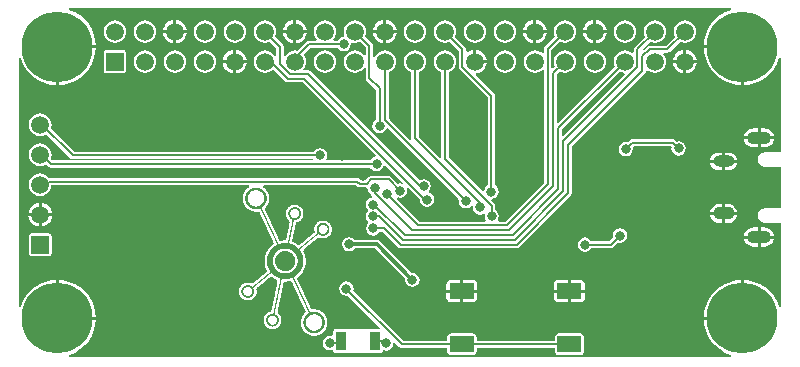
<source format=gbl>
G04 Layer_Physical_Order=2*
G04 Layer_Color=16711680*
%FSLAX44Y44*%
%MOMM*%
G71*
G01*
G75*
%ADD23C,0.3000*%
%ADD24C,0.2000*%
%ADD26C,1.5000*%
%ADD27R,1.5000X1.5000*%
%ADD28R,1.5000X1.5000*%
%ADD29O,2.0000X1.1000*%
%ADD30O,1.8000X1.1000*%
%ADD31O,1.8000X0.9500*%
%ADD32C,6.0000*%
%ADD33C,0.8000*%
%ADD34R,0.9000X1.6000*%
G04:AMPARAMS|DCode=35|XSize=1.4mm|YSize=2.1mm|CornerRadius=0.14mm|HoleSize=0mm|Usage=FLASHONLY|Rotation=270.000|XOffset=0mm|YOffset=0mm|HoleType=Round|Shape=RoundedRectangle|*
%AMROUNDEDRECTD35*
21,1,1.4000,1.8200,0,0,270.0*
21,1,1.1200,2.1000,0,0,270.0*
1,1,0.2800,-0.9100,-0.5600*
1,1,0.2800,-0.9100,0.5600*
1,1,0.2800,0.9100,0.5600*
1,1,0.2800,0.9100,-0.5600*
%
%ADD35ROUNDEDRECTD35*%
G36*
X570488Y261181D02*
X569913Y261043D01*
X565182Y259083D01*
X560814Y256407D01*
X556920Y253080D01*
X553593Y249186D01*
X550917Y244818D01*
X548957Y240086D01*
X547761Y235106D01*
X547459Y231270D01*
X580000D01*
Y230000D01*
X581270D01*
Y197459D01*
X585106Y197761D01*
X590087Y198957D01*
X594818Y200917D01*
X599186Y203593D01*
X603080Y206920D01*
X606407Y210814D01*
X609083Y215182D01*
X611043Y219914D01*
X611181Y220488D01*
X612451Y220338D01*
Y140618D01*
X599050D01*
X598853Y140578D01*
X598653D01*
X597092Y140268D01*
X597092D01*
X596357Y139963D01*
X595034Y139079D01*
X594471Y138517D01*
X593587Y137194D01*
X593283Y136459D01*
X592972Y134898D01*
Y134102D01*
X592972Y134102D01*
X593283Y132542D01*
Y132541D01*
X593587Y131806D01*
X594471Y130483D01*
X595034Y129921D01*
X596357Y129037D01*
X597092Y128732D01*
X598653Y128422D01*
X598854D01*
X599050Y128382D01*
X612451D01*
Y93118D01*
X599050D01*
X598853Y93078D01*
X598653D01*
X597092Y92768D01*
X597092D01*
X596357Y92463D01*
X595034Y91579D01*
X594471Y91017D01*
X593587Y89694D01*
X593283Y88959D01*
X592972Y87398D01*
Y86602D01*
X592972Y86602D01*
X593283Y85042D01*
Y85041D01*
X593587Y84306D01*
X594471Y82983D01*
X595034Y82421D01*
X596357Y81537D01*
X597092Y81232D01*
X598653Y80922D01*
X598854D01*
X599050Y80882D01*
X612451D01*
Y9662D01*
X611181Y9512D01*
X611043Y10086D01*
X609083Y14819D01*
X606407Y19186D01*
X603080Y23080D01*
X599186Y26407D01*
X594818Y29083D01*
X590087Y31043D01*
X585106Y32239D01*
X581270Y32541D01*
Y0D01*
X580000D01*
Y-1270D01*
X547459D01*
X547761Y-5106D01*
X548957Y-10086D01*
X550917Y-14819D01*
X553593Y-19186D01*
X556920Y-23080D01*
X560814Y-26407D01*
X565182Y-29083D01*
X569913Y-31043D01*
X570488Y-31181D01*
X570338Y-32451D01*
X9662D01*
X9512Y-31181D01*
X10086Y-31043D01*
X14819Y-29083D01*
X19186Y-26407D01*
X23080Y-23080D01*
X26407Y-19186D01*
X29083Y-14819D01*
X31043Y-10086D01*
X32239Y-5106D01*
X32541Y-1270D01*
X0D01*
Y0D01*
X-1270D01*
Y32541D01*
X-5106Y32239D01*
X-10086Y31043D01*
X-14819Y29083D01*
X-19186Y26407D01*
X-23080Y23080D01*
X-26407Y19186D01*
X-29083Y14819D01*
X-31043Y10086D01*
X-31181Y9512D01*
X-32451Y9662D01*
Y220338D01*
X-31181Y220488D01*
X-31043Y219914D01*
X-29083Y215182D01*
X-26407Y210814D01*
X-23080Y206920D01*
X-19186Y203593D01*
X-14819Y200917D01*
X-10086Y198957D01*
X-5106Y197761D01*
X-1270Y197459D01*
Y230000D01*
X0D01*
Y231270D01*
X32541D01*
X32239Y235106D01*
X31043Y240086D01*
X29083Y244818D01*
X26407Y249186D01*
X23080Y253080D01*
X19186Y256407D01*
X14819Y259083D01*
X10086Y261043D01*
X9512Y261181D01*
X9662Y262451D01*
X570338D01*
X570488Y261181D01*
D02*
G37*
%LPC*%
G36*
X575486Y131480D02*
X565321D01*
Y125397D01*
X568301D01*
X570204Y125648D01*
X571977Y126382D01*
X573500Y127551D01*
X574668Y129073D01*
X575403Y130847D01*
X575486Y131480D01*
D02*
G37*
G36*
X562780Y140103D02*
X559800D01*
X557897Y139852D01*
X556124Y139118D01*
X554601Y137949D01*
X553433Y136426D01*
X552698Y134653D01*
X552615Y134020D01*
X562780D01*
Y140103D01*
D02*
G37*
G36*
X592780Y151480D02*
X581608D01*
X581717Y150651D01*
X582528Y148695D01*
X583816Y147016D01*
X585496Y145727D01*
X587452Y144917D01*
X589551Y144641D01*
X592780D01*
Y151480D01*
D02*
G37*
G36*
X568301Y140103D02*
X565321D01*
Y134020D01*
X575486D01*
X575403Y134653D01*
X574668Y136426D01*
X573500Y137949D01*
X571977Y139118D01*
X570204Y139852D01*
X568301Y140103D01*
D02*
G37*
G36*
X562780Y131480D02*
X552615D01*
X552698Y130847D01*
X553433Y129073D01*
X554601Y127551D01*
X556124Y126382D01*
X557897Y125648D01*
X559800Y125397D01*
X562780D01*
Y131480D01*
D02*
G37*
G36*
X-15770Y97659D02*
X-17121Y97482D01*
X-19563Y96470D01*
X-21661Y94861D01*
X-23270Y92763D01*
X-24282Y90321D01*
X-24459Y88970D01*
X-15770D01*
Y97659D01*
D02*
G37*
G36*
X575493Y87480D02*
X565321D01*
Y80641D01*
X567551D01*
X569649Y80917D01*
X571605Y81727D01*
X573285Y83016D01*
X574573Y84695D01*
X575383Y86651D01*
X575493Y87480D01*
D02*
G37*
G36*
X-13230Y97659D02*
Y88970D01*
X-4541D01*
X-4718Y90321D01*
X-5730Y92763D01*
X-7339Y94861D01*
X-9437Y96470D01*
X-11879Y97482D01*
X-13230Y97659D01*
D02*
G37*
G36*
X567551Y96859D02*
X565321D01*
Y90020D01*
X575493D01*
X575383Y90849D01*
X574573Y92805D01*
X573285Y94484D01*
X571605Y95773D01*
X569649Y96583D01*
X567551Y96859D01*
D02*
G37*
G36*
X562780D02*
X560550D01*
X558452Y96583D01*
X556496Y95773D01*
X554816Y94484D01*
X553528Y92805D01*
X552718Y90849D01*
X552608Y90020D01*
X562780D01*
Y96859D01*
D02*
G37*
G36*
X530030Y216030D02*
X521341D01*
X521518Y214679D01*
X522530Y212237D01*
X524139Y210139D01*
X526237Y208530D01*
X528679Y207518D01*
X530030Y207341D01*
Y216030D01*
D02*
G37*
G36*
X578730Y228730D02*
X547459D01*
X547761Y224894D01*
X548957Y219914D01*
X550917Y215182D01*
X553593Y210814D01*
X556920Y206920D01*
X560814Y203593D01*
X565182Y200917D01*
X569913Y198957D01*
X574894Y197761D01*
X578730Y197459D01*
Y228730D01*
D02*
G37*
G36*
X541259Y216030D02*
X532570D01*
Y207341D01*
X533921Y207518D01*
X536363Y208530D01*
X538461Y210139D01*
X540070Y212237D01*
X541082Y214679D01*
X541259Y216030D01*
D02*
G37*
G36*
X160209D02*
X151520D01*
Y207341D01*
X152871Y207518D01*
X155313Y208530D01*
X157411Y210139D01*
X159020Y212237D01*
X160032Y214679D01*
X160209Y216030D01*
D02*
G37*
G36*
X148980D02*
X140291D01*
X140468Y214679D01*
X141480Y212237D01*
X143089Y210139D01*
X145187Y208530D01*
X147629Y207518D01*
X148980Y207341D01*
Y216030D01*
D02*
G37*
G36*
X521000Y151809D02*
X521000Y151809D01*
X486750D01*
X486750Y151809D01*
X485579Y151576D01*
X484587Y150913D01*
X484587Y150913D01*
X482744Y149070D01*
X481250Y149368D01*
X478909Y148902D01*
X476924Y147576D01*
X475598Y145591D01*
X475132Y143250D01*
X475598Y140909D01*
X476924Y138924D01*
X478909Y137598D01*
X481250Y137133D01*
X483591Y137598D01*
X485576Y138924D01*
X486902Y140909D01*
X487368Y143250D01*
X487070Y144745D01*
X488017Y145691D01*
X519067D01*
X520041Y144549D01*
X519883Y143750D01*
X520348Y141409D01*
X521674Y139424D01*
X523659Y138098D01*
X526000Y137632D01*
X528341Y138098D01*
X530326Y139424D01*
X531652Y141409D01*
X532118Y143750D01*
X531652Y146091D01*
X530326Y148076D01*
X528341Y149402D01*
X526000Y149867D01*
X524506Y149570D01*
X523163Y150913D01*
X522170Y151576D01*
X521000Y151809D01*
D02*
G37*
G36*
X606493Y151480D02*
X595321D01*
Y144641D01*
X598550D01*
X600649Y144917D01*
X602605Y145727D01*
X604285Y147016D01*
X605573Y148695D01*
X606384Y150651D01*
X606493Y151480D01*
D02*
G37*
G36*
X592780Y160859D02*
X589551D01*
X587452Y160583D01*
X585496Y159773D01*
X583816Y158484D01*
X582528Y156805D01*
X581717Y154849D01*
X581608Y154020D01*
X592780D01*
Y160859D01*
D02*
G37*
G36*
X32541Y228730D02*
X1270D01*
Y197459D01*
X5106Y197761D01*
X10086Y198957D01*
X14819Y200917D01*
X19186Y203593D01*
X23080Y206920D01*
X26407Y210814D01*
X29083Y215182D01*
X31043Y219914D01*
X32239Y224894D01*
X32541Y228730D01*
D02*
G37*
G36*
X598550Y160859D02*
X595321D01*
Y154020D01*
X606493D01*
X606384Y154849D01*
X605573Y156805D01*
X604285Y158484D01*
X602605Y159773D01*
X600649Y160583D01*
X598550Y160859D01*
D02*
G37*
G36*
X446617Y21730D02*
X434770D01*
Y13383D01*
X442600D01*
X444137Y13689D01*
X445441Y14559D01*
X446311Y15863D01*
X446617Y17400D01*
Y21730D01*
D02*
G37*
G36*
X432230D02*
X420383D01*
Y17400D01*
X420689Y15863D01*
X421559Y14559D01*
X422863Y13689D01*
X424400Y13383D01*
X432230D01*
Y21730D01*
D02*
G37*
G36*
X341230Y32617D02*
X333400D01*
X331863Y32311D01*
X330559Y31441D01*
X329689Y30137D01*
X329383Y28600D01*
Y24270D01*
X341230D01*
Y32617D01*
D02*
G37*
G36*
X432230D02*
X424400D01*
X422863Y32311D01*
X421559Y31441D01*
X420689Y30137D01*
X420383Y28600D01*
Y24270D01*
X432230D01*
Y32617D01*
D02*
G37*
G36*
X351600D02*
X343770D01*
Y24270D01*
X355617D01*
Y28600D01*
X355311Y30137D01*
X354441Y31441D01*
X353137Y32311D01*
X351600Y32617D01*
D02*
G37*
G36*
X1270Y32541D02*
Y1270D01*
X32541D01*
X32239Y5106D01*
X31043Y10086D01*
X29083Y14819D01*
X26407Y19186D01*
X23080Y23080D01*
X19186Y26407D01*
X14819Y29083D01*
X10086Y31043D01*
X5106Y32239D01*
X1270Y32541D01*
D02*
G37*
G36*
X244750Y31117D02*
X242409Y30652D01*
X240424Y29326D01*
X239098Y27341D01*
X238633Y25000D01*
X239098Y22659D01*
X240424Y20674D01*
X242409Y19348D01*
X244750Y18882D01*
X246245Y19180D01*
X273365Y-7941D01*
X272839Y-9211D01*
X264750D01*
X264270Y-9306D01*
X263000Y-9250D01*
X263000Y-9250D01*
X263000Y-9250D01*
X246000D01*
X246000Y-9250D01*
X244730Y-9306D01*
X244250Y-9211D01*
X235250D01*
X234470Y-9366D01*
X233808Y-9808D01*
X233366Y-10470D01*
X233211Y-11250D01*
Y-14077D01*
X231941Y-15119D01*
X230750Y-14883D01*
X228409Y-15348D01*
X226424Y-16674D01*
X225098Y-18659D01*
X224632Y-21000D01*
X225098Y-23341D01*
X226424Y-25326D01*
X228409Y-26652D01*
X230750Y-27118D01*
X231941Y-26881D01*
X233210Y-27250D01*
X233321Y-27803D01*
X233366Y-28030D01*
X233808Y-28692D01*
X234470Y-29134D01*
X235250Y-29289D01*
X244250D01*
X244730Y-29194D01*
X246000Y-29250D01*
X246000Y-29250D01*
X246000Y-29250D01*
X263000D01*
X263000Y-29250D01*
X264270Y-29194D01*
X264750Y-29289D01*
X273750D01*
X274530Y-29134D01*
X275192Y-28692D01*
X275634Y-28030D01*
X275825Y-27247D01*
X277059Y-27131D01*
X278250Y-27367D01*
X280591Y-26902D01*
X282576Y-25576D01*
X283902Y-23591D01*
X284368Y-21250D01*
X284241Y-20612D01*
X285411Y-19987D01*
X289587Y-24163D01*
X289587Y-24163D01*
X290579Y-24826D01*
X291750Y-25059D01*
X329933D01*
Y-27600D01*
X330197Y-28927D01*
X330949Y-30051D01*
X332073Y-30803D01*
X333400Y-31067D01*
X351600D01*
X352927Y-30803D01*
X354051Y-30051D01*
X354803Y-28927D01*
X355067Y-27600D01*
Y-25059D01*
X420933D01*
Y-27600D01*
X421197Y-28927D01*
X421949Y-30051D01*
X423073Y-30803D01*
X424400Y-31067D01*
X442600D01*
X443927Y-30803D01*
X445051Y-30051D01*
X445803Y-28927D01*
X446067Y-27600D01*
Y-16400D01*
X445803Y-15073D01*
X445051Y-13949D01*
X443927Y-13197D01*
X442600Y-12933D01*
X424400D01*
X423073Y-13197D01*
X421949Y-13949D01*
X421197Y-15073D01*
X420933Y-16400D01*
Y-18941D01*
X355067D01*
Y-16400D01*
X354803Y-15073D01*
X354051Y-13949D01*
X352927Y-13197D01*
X351600Y-12933D01*
X333400D01*
X332073Y-13197D01*
X330949Y-13949D01*
X330197Y-15073D01*
X329933Y-16400D01*
Y-18941D01*
X293017D01*
X250570Y23505D01*
X250868Y25000D01*
X250402Y27341D01*
X249076Y29326D01*
X247091Y30652D01*
X244750Y31117D01*
D02*
G37*
G36*
X578730Y32541D02*
X574894Y32239D01*
X569913Y31043D01*
X565182Y29083D01*
X560814Y26407D01*
X556920Y23080D01*
X553593Y19186D01*
X550917Y14819D01*
X548957Y10086D01*
X547761Y5106D01*
X547459Y1270D01*
X578730D01*
Y32541D01*
D02*
G37*
G36*
X355617Y21730D02*
X343770D01*
Y13383D01*
X351600D01*
X353137Y13689D01*
X354441Y14559D01*
X355311Y15863D01*
X355617Y17400D01*
Y21730D01*
D02*
G37*
G36*
X341230D02*
X329383D01*
Y17400D01*
X329689Y15863D01*
X330559Y14559D01*
X331863Y13689D01*
X333400Y13383D01*
X341230D01*
Y21730D01*
D02*
G37*
G36*
X442600Y32617D02*
X434770D01*
Y24270D01*
X446617D01*
Y28600D01*
X446311Y30137D01*
X445441Y31441D01*
X444137Y32311D01*
X442600Y32617D01*
D02*
G37*
G36*
X598550Y76859D02*
X595321D01*
Y70020D01*
X606493D01*
X606384Y70849D01*
X605573Y72805D01*
X604285Y74484D01*
X602605Y75773D01*
X600649Y76583D01*
X598550Y76859D01*
D02*
G37*
G36*
X592780D02*
X589551D01*
X587452Y76583D01*
X585496Y75773D01*
X583816Y74484D01*
X582528Y72805D01*
X581717Y70849D01*
X581608Y70020D01*
X592780D01*
Y76859D01*
D02*
G37*
G36*
X-15770Y86430D02*
X-24459D01*
X-24282Y85079D01*
X-23270Y82637D01*
X-21661Y80539D01*
X-19563Y78930D01*
X-17121Y77918D01*
X-15770Y77741D01*
Y86430D01*
D02*
G37*
G36*
X562780Y87480D02*
X552608D01*
X552718Y86651D01*
X553528Y84695D01*
X554816Y83016D01*
X556496Y81727D01*
X558452Y80917D01*
X560550Y80641D01*
X562780D01*
Y87480D01*
D02*
G37*
G36*
X-4541Y86430D02*
X-13230D01*
Y77741D01*
X-11879Y77918D01*
X-9437Y78930D01*
X-7339Y80539D01*
X-5730Y82637D01*
X-4718Y85079D01*
X-4541Y86430D01*
D02*
G37*
G36*
X-7000Y71839D02*
X-22000D01*
X-22780Y71684D01*
X-23442Y71242D01*
X-23884Y70580D01*
X-24039Y69800D01*
Y54800D01*
X-23884Y54020D01*
X-23442Y53358D01*
X-22780Y52916D01*
X-22000Y52761D01*
X-7000D01*
X-6220Y52916D01*
X-5558Y53358D01*
X-5116Y54020D01*
X-4961Y54800D01*
Y69800D01*
X-5116Y70580D01*
X-5558Y71242D01*
X-6220Y71684D01*
X-7000Y71839D01*
D02*
G37*
G36*
X247125Y68742D02*
X244784Y68277D01*
X242799Y66951D01*
X241473Y64966D01*
X241007Y62625D01*
X241473Y60284D01*
X242799Y58299D01*
X244784Y56973D01*
X247125Y56507D01*
X249466Y56973D01*
X251451Y58299D01*
X251957Y59056D01*
X268897D01*
X294560Y33393D01*
X294382Y32500D01*
X294848Y30159D01*
X296174Y28174D01*
X298159Y26848D01*
X300500Y26382D01*
X302841Y26848D01*
X304826Y28174D01*
X306152Y30159D01*
X306618Y32500D01*
X306152Y34841D01*
X304826Y36826D01*
X302841Y38152D01*
X300500Y38617D01*
X299607Y38440D01*
X272898Y65148D01*
X271741Y65922D01*
X270375Y66193D01*
X251957D01*
X251451Y66951D01*
X249466Y68277D01*
X247125Y68742D01*
D02*
G37*
G36*
X592780Y67480D02*
X581608D01*
X581717Y66651D01*
X582528Y64695D01*
X583816Y63016D01*
X585496Y61727D01*
X587452Y60917D01*
X589551Y60641D01*
X592780D01*
Y67480D01*
D02*
G37*
G36*
X476500Y76118D02*
X474159Y75652D01*
X472174Y74326D01*
X470848Y72341D01*
X470382Y70000D01*
X470680Y68506D01*
X467483Y65309D01*
X451672D01*
X450826Y66576D01*
X448841Y67902D01*
X446500Y68368D01*
X444159Y67902D01*
X442174Y66576D01*
X440848Y64591D01*
X440382Y62250D01*
X440848Y59909D01*
X442174Y57924D01*
X444159Y56598D01*
X446500Y56132D01*
X448841Y56598D01*
X450826Y57924D01*
X451672Y59191D01*
X468750D01*
X468750Y59191D01*
X469921Y59424D01*
X470913Y60087D01*
X475005Y64180D01*
X476500Y63882D01*
X478841Y64348D01*
X480826Y65674D01*
X482152Y67659D01*
X482618Y70000D01*
X482152Y72341D01*
X480826Y74326D01*
X478841Y75652D01*
X476500Y76118D01*
D02*
G37*
G36*
X606493Y67480D02*
X595321D01*
Y60641D01*
X598550D01*
X600649Y60917D01*
X602605Y61727D01*
X604285Y63016D01*
X605573Y64695D01*
X606384Y66651D01*
X606493Y67480D01*
D02*
G37*
G36*
X302700Y252282D02*
X300220Y251956D01*
X297909Y250998D01*
X295925Y249475D01*
X294402Y247491D01*
X293445Y245180D01*
X293118Y242700D01*
X293445Y240220D01*
X294402Y237909D01*
X295925Y235924D01*
X297909Y234402D01*
X300220Y233444D01*
X302700Y233118D01*
X305180Y233444D01*
X307491Y234402D01*
X309475Y235924D01*
X310998Y237909D01*
X311956Y240220D01*
X312282Y242700D01*
X311956Y245180D01*
X310998Y247491D01*
X309475Y249475D01*
X307491Y250998D01*
X305180Y251956D01*
X302700Y252282D01*
D02*
G37*
G36*
X150250D02*
X147770Y251956D01*
X145459Y250998D01*
X143475Y249475D01*
X141952Y247491D01*
X140995Y245180D01*
X140668Y242700D01*
X140995Y240220D01*
X141952Y237909D01*
X143475Y235924D01*
X145459Y234402D01*
X147770Y233444D01*
X150250Y233118D01*
X152730Y233444D01*
X155041Y234402D01*
X157025Y235924D01*
X158548Y237909D01*
X159505Y240220D01*
X159832Y242700D01*
X159505Y245180D01*
X158548Y247491D01*
X157025Y249475D01*
X155041Y250998D01*
X152730Y251956D01*
X150250Y252282D01*
D02*
G37*
G36*
X353500D02*
X351020Y251956D01*
X348709Y250998D01*
X346725Y249475D01*
X345202Y247491D01*
X344244Y245180D01*
X343918Y242700D01*
X344244Y240220D01*
X345202Y237909D01*
X346725Y235924D01*
X348709Y234402D01*
X351020Y233444D01*
X353500Y233118D01*
X355980Y233444D01*
X358291Y234402D01*
X360275Y235924D01*
X361798Y237909D01*
X362756Y240220D01*
X363082Y242700D01*
X362756Y245180D01*
X361798Y247491D01*
X360275Y249475D01*
X358291Y250998D01*
X355980Y251956D01*
X353500Y252282D01*
D02*
G37*
G36*
X480500D02*
X478020Y251956D01*
X475709Y250998D01*
X473725Y249475D01*
X472202Y247491D01*
X471245Y245180D01*
X470918Y242700D01*
X471245Y240220D01*
X472202Y237909D01*
X473725Y235924D01*
X475709Y234402D01*
X478020Y233444D01*
X480500Y233118D01*
X482980Y233444D01*
X485291Y234402D01*
X487276Y235924D01*
X488798Y237909D01*
X489756Y240220D01*
X490082Y242700D01*
X489756Y245180D01*
X488798Y247491D01*
X487276Y249475D01*
X485291Y250998D01*
X482980Y251956D01*
X480500Y252282D01*
D02*
G37*
G36*
X378900D02*
X376420Y251956D01*
X374109Y250998D01*
X372125Y249475D01*
X370602Y247491D01*
X369645Y245180D01*
X369318Y242700D01*
X369645Y240220D01*
X370602Y237909D01*
X372125Y235924D01*
X374109Y234402D01*
X376420Y233444D01*
X378900Y233118D01*
X381380Y233444D01*
X383691Y234402D01*
X385676Y235924D01*
X387198Y237909D01*
X388156Y240220D01*
X388482Y242700D01*
X388156Y245180D01*
X387198Y247491D01*
X385676Y249475D01*
X383691Y250998D01*
X381380Y251956D01*
X378900Y252282D01*
D02*
G37*
G36*
X109459Y241430D02*
X100770D01*
Y232741D01*
X102121Y232918D01*
X104563Y233930D01*
X106661Y235539D01*
X108270Y237637D01*
X109282Y240079D01*
X109459Y241430D01*
D02*
G37*
G36*
X98230D02*
X89541D01*
X89719Y240079D01*
X90730Y237637D01*
X92339Y235539D01*
X94437Y233930D01*
X96879Y232918D01*
X98230Y232741D01*
Y241430D01*
D02*
G37*
G36*
X48700Y252282D02*
X46220Y251956D01*
X43909Y250998D01*
X41925Y249475D01*
X40402Y247491D01*
X39444Y245180D01*
X39118Y242700D01*
X39444Y240220D01*
X40402Y237909D01*
X41925Y235924D01*
X43909Y234402D01*
X46220Y233444D01*
X48700Y233118D01*
X51180Y233444D01*
X53491Y234402D01*
X55476Y235924D01*
X56998Y237909D01*
X57955Y240220D01*
X58282Y242700D01*
X57955Y245180D01*
X56998Y247491D01*
X55476Y249475D01*
X53491Y250998D01*
X51180Y251956D01*
X48700Y252282D01*
D02*
G37*
G36*
X124900D02*
X122420Y251956D01*
X120109Y250998D01*
X118125Y249475D01*
X116602Y247491D01*
X115645Y245180D01*
X115318Y242700D01*
X115645Y240220D01*
X116602Y237909D01*
X118125Y235924D01*
X120109Y234402D01*
X122420Y233444D01*
X124900Y233118D01*
X127380Y233444D01*
X129691Y234402D01*
X131676Y235924D01*
X133198Y237909D01*
X134156Y240220D01*
X134482Y242700D01*
X134156Y245180D01*
X133198Y247491D01*
X131676Y249475D01*
X129691Y250998D01*
X127380Y251956D01*
X124900Y252282D01*
D02*
G37*
G36*
X74100D02*
X71620Y251956D01*
X69309Y250998D01*
X67325Y249475D01*
X65802Y247491D01*
X64844Y245180D01*
X64518Y242700D01*
X64844Y240220D01*
X65802Y237909D01*
X67325Y235924D01*
X69309Y234402D01*
X71620Y233444D01*
X74100Y233118D01*
X76580Y233444D01*
X78891Y234402D01*
X80876Y235924D01*
X82398Y237909D01*
X83356Y240220D01*
X83682Y242700D01*
X83356Y245180D01*
X82398Y247491D01*
X80876Y249475D01*
X78891Y250998D01*
X76580Y251956D01*
X74100Y252282D01*
D02*
G37*
G36*
X531300D02*
X528820Y251956D01*
X526509Y250998D01*
X524525Y249475D01*
X523002Y247491D01*
X522044Y245180D01*
X521718Y242700D01*
X522044Y240220D01*
X522762Y238488D01*
X515133Y230859D01*
X501551D01*
X500380Y230626D01*
X499388Y229963D01*
X499388Y229963D01*
X496256Y226831D01*
X494878Y227249D01*
X494861Y227335D01*
X501688Y234162D01*
X503420Y233444D01*
X505900Y233118D01*
X508380Y233444D01*
X510691Y234402D01*
X512676Y235924D01*
X514198Y237909D01*
X515155Y240220D01*
X515482Y242700D01*
X515155Y245180D01*
X514198Y247491D01*
X512676Y249475D01*
X510691Y250998D01*
X508380Y251956D01*
X505900Y252282D01*
X503420Y251956D01*
X501109Y250998D01*
X499125Y249475D01*
X497602Y247491D01*
X496645Y245180D01*
X496318Y242700D01*
X496645Y240220D01*
X497362Y238488D01*
X488837Y229963D01*
X488174Y228971D01*
X487941Y227800D01*
X487941Y227800D01*
Y225165D01*
X486671Y224539D01*
X485291Y225598D01*
X482980Y226556D01*
X480500Y226882D01*
X478020Y226556D01*
X475709Y225598D01*
X473725Y224075D01*
X472202Y222091D01*
X471245Y219780D01*
X470918Y217300D01*
X471245Y214820D01*
X471962Y213088D01*
X424232Y165358D01*
X423059Y165844D01*
Y206383D01*
X425438Y208762D01*
X427170Y208044D01*
X429650Y207718D01*
X432130Y208044D01*
X434441Y209002D01*
X436425Y210525D01*
X437948Y212509D01*
X438905Y214820D01*
X439232Y217300D01*
X438905Y219780D01*
X437948Y222091D01*
X436425Y224075D01*
X434441Y225598D01*
X432130Y226556D01*
X429650Y226882D01*
X427170Y226556D01*
X424859Y225598D01*
X422874Y224075D01*
X421352Y222091D01*
X420395Y219780D01*
X420068Y217300D01*
X420395Y214820D01*
X421112Y213088D01*
X419482Y211458D01*
X418309Y211944D01*
Y227033D01*
X425438Y234162D01*
X427170Y233444D01*
X429650Y233118D01*
X432130Y233444D01*
X434441Y234402D01*
X436425Y235924D01*
X437948Y237909D01*
X438905Y240220D01*
X439232Y242700D01*
X438905Y245180D01*
X437948Y247491D01*
X436425Y249475D01*
X434441Y250998D01*
X432130Y251956D01*
X429650Y252282D01*
X427170Y251956D01*
X424859Y250998D01*
X422874Y249475D01*
X421352Y247491D01*
X420395Y245180D01*
X420068Y242700D01*
X420395Y240220D01*
X421112Y238488D01*
X413087Y230463D01*
X412424Y229471D01*
X412191Y228300D01*
X412191Y228300D01*
Y224489D01*
X410921Y224194D01*
X409091Y225598D01*
X406780Y226556D01*
X404300Y226882D01*
X401820Y226556D01*
X399509Y225598D01*
X397525Y224075D01*
X396002Y222091D01*
X395045Y219780D01*
X394718Y217300D01*
X395045Y214820D01*
X396002Y212509D01*
X397525Y210525D01*
X399509Y209002D01*
X401820Y208044D01*
X404300Y207718D01*
X406780Y208044D01*
X409091Y209002D01*
X410921Y210406D01*
X412191Y210110D01*
Y114767D01*
X379233Y81809D01*
X373526D01*
X372847Y83079D01*
X373402Y83909D01*
X373867Y86250D01*
X373402Y88591D01*
X372076Y90576D01*
X370809Y91422D01*
Y95250D01*
X370809Y95250D01*
X370576Y96420D01*
X369913Y97413D01*
X367362Y99964D01*
X367908Y101214D01*
X369841Y101598D01*
X371826Y102924D01*
X373152Y104909D01*
X373618Y107250D01*
X373152Y109591D01*
X371826Y111576D01*
X370559Y112422D01*
Y188451D01*
X370559Y188451D01*
X370326Y189621D01*
X369663Y190614D01*
X369663Y190614D01*
X354281Y205995D01*
X354736Y207336D01*
X356121Y207518D01*
X358563Y208530D01*
X360661Y210139D01*
X362270Y212237D01*
X363282Y214679D01*
X363459Y216030D01*
X353500D01*
Y217300D01*
X352230D01*
Y227259D01*
X350879Y227082D01*
X348437Y226070D01*
X347329Y225220D01*
X346059Y225846D01*
Y227800D01*
X345826Y228971D01*
X345163Y229963D01*
X345163Y229963D01*
X336638Y238488D01*
X337355Y240220D01*
X337682Y242700D01*
X337355Y245180D01*
X336398Y247491D01*
X334875Y249475D01*
X332891Y250998D01*
X330580Y251956D01*
X328100Y252282D01*
X325620Y251956D01*
X323309Y250998D01*
X321325Y249475D01*
X319802Y247491D01*
X318845Y245180D01*
X318518Y242700D01*
X318845Y240220D01*
X319802Y237909D01*
X321325Y235924D01*
X323309Y234402D01*
X325620Y233444D01*
X328100Y233118D01*
X330580Y233444D01*
X332312Y234162D01*
X339941Y226533D01*
Y212951D01*
X339941Y212951D01*
X340174Y211780D01*
X340837Y210788D01*
X364441Y187184D01*
Y112422D01*
X363174Y111576D01*
X361848Y109591D01*
X361464Y107658D01*
X360214Y107112D01*
X331159Y136167D01*
Y208284D01*
X332891Y209002D01*
X334875Y210525D01*
X336398Y212509D01*
X337355Y214820D01*
X337682Y217300D01*
X337355Y219780D01*
X336398Y222091D01*
X334875Y224075D01*
X332891Y225598D01*
X330580Y226556D01*
X328100Y226882D01*
X325620Y226556D01*
X323309Y225598D01*
X321325Y224075D01*
X319802Y222091D01*
X318845Y219780D01*
X318518Y217300D01*
X318845Y214820D01*
X319802Y212509D01*
X321325Y210525D01*
X323309Y209002D01*
X325041Y208284D01*
Y135980D01*
X323771Y135454D01*
X305759Y153467D01*
Y208284D01*
X307491Y209002D01*
X309475Y210525D01*
X310998Y212509D01*
X311956Y214820D01*
X312282Y217300D01*
X311956Y219780D01*
X310998Y222091D01*
X309475Y224075D01*
X307491Y225598D01*
X305180Y226556D01*
X302700Y226882D01*
X300220Y226556D01*
X297909Y225598D01*
X295925Y224075D01*
X294402Y222091D01*
X293445Y219780D01*
X293118Y217300D01*
X293445Y214820D01*
X294402Y212509D01*
X295925Y210525D01*
X297909Y209002D01*
X299641Y208284D01*
Y152200D01*
X299641Y152199D01*
X299820Y151302D01*
X298908Y150612D01*
X298772Y150553D01*
X282214Y167112D01*
X281913Y167562D01*
X281913Y167562D01*
X280359Y169116D01*
Y208284D01*
X282091Y209002D01*
X284076Y210525D01*
X285598Y212509D01*
X286556Y214820D01*
X286882Y217300D01*
X286556Y219780D01*
X285598Y222091D01*
X284076Y224075D01*
X282091Y225598D01*
X279780Y226556D01*
X277300Y226882D01*
X274820Y226556D01*
X272509Y225598D01*
X270525Y224075D01*
X269002Y222091D01*
X268329Y220466D01*
X267059Y220719D01*
Y230550D01*
X267059Y230550D01*
X266826Y231721D01*
X266163Y232713D01*
X266163Y232713D01*
X260388Y238488D01*
X261105Y240220D01*
X261432Y242700D01*
X261105Y245180D01*
X260148Y247491D01*
X258625Y249475D01*
X256641Y250998D01*
X254330Y251956D01*
X251850Y252282D01*
X249370Y251956D01*
X247059Y250998D01*
X245075Y249475D01*
X243552Y247491D01*
X242595Y245180D01*
X242268Y242700D01*
X242595Y240220D01*
X243006Y239227D01*
X242118Y238051D01*
X240171Y237663D01*
X238186Y236337D01*
X237339Y235070D01*
X234142D01*
X233594Y236340D01*
X234798Y237909D01*
X235756Y240220D01*
X236082Y242700D01*
X235756Y245180D01*
X234798Y247491D01*
X233276Y249475D01*
X231291Y250998D01*
X228980Y251956D01*
X226500Y252282D01*
X224020Y251956D01*
X221709Y250998D01*
X219725Y249475D01*
X218202Y247491D01*
X217244Y245180D01*
X216918Y242700D01*
X217244Y240220D01*
X218202Y237909D01*
X219406Y236340D01*
X218858Y235070D01*
X213011D01*
X213011Y235070D01*
X211841Y234837D01*
X210848Y234174D01*
X203270Y226596D01*
X201100Y226882D01*
X198620Y226556D01*
X196309Y225598D01*
X194325Y224075D01*
X192829Y222126D01*
X192714Y222113D01*
X191559Y222409D01*
Y229900D01*
X191559Y229900D01*
X191326Y231070D01*
X190663Y232063D01*
X190663Y232063D01*
X184238Y238488D01*
X184956Y240220D01*
X185282Y242700D01*
X184956Y245180D01*
X183998Y247491D01*
X182475Y249475D01*
X180491Y250998D01*
X178180Y251956D01*
X175700Y252282D01*
X173220Y251956D01*
X170909Y250998D01*
X168925Y249475D01*
X167402Y247491D01*
X166444Y245180D01*
X166118Y242700D01*
X166444Y240220D01*
X167402Y237909D01*
X168925Y235924D01*
X170909Y234402D01*
X173220Y233444D01*
X175700Y233118D01*
X178180Y233444D01*
X179912Y234162D01*
X185441Y228633D01*
Y221926D01*
X184171Y221673D01*
X183998Y222091D01*
X182475Y224075D01*
X180491Y225598D01*
X178180Y226556D01*
X175700Y226882D01*
X173220Y226556D01*
X170909Y225598D01*
X168925Y224075D01*
X167402Y222091D01*
X166444Y219780D01*
X166118Y217300D01*
X166444Y214820D01*
X167402Y212509D01*
X168925Y210525D01*
X170909Y209002D01*
X173220Y208044D01*
X175700Y207718D01*
X178180Y208044D01*
X180491Y209002D01*
X182475Y210525D01*
X183009Y210560D01*
X192931Y200637D01*
X193923Y199974D01*
X195094Y199741D01*
X195094Y199741D01*
X207784D01*
X269715Y137810D01*
X269297Y136432D01*
X267922Y136158D01*
X265937Y134832D01*
X265091Y133565D01*
X228280D01*
X227601Y134835D01*
X228152Y135659D01*
X228618Y138000D01*
X228152Y140341D01*
X226826Y142326D01*
X224841Y143652D01*
X222500Y144117D01*
X220159Y143652D01*
X218174Y142326D01*
X217328Y141059D01*
X14117D01*
X-5523Y160699D01*
X-5245Y161370D01*
X-4918Y163850D01*
X-5245Y166330D01*
X-6202Y168641D01*
X-7724Y170625D01*
X-9709Y172148D01*
X-12020Y173105D01*
X-14500Y173432D01*
X-16980Y173105D01*
X-19291Y172148D01*
X-21275Y170625D01*
X-22798Y168641D01*
X-23756Y166330D01*
X-24082Y163850D01*
X-23756Y161370D01*
X-22798Y159059D01*
X-21275Y157074D01*
X-19291Y155552D01*
X-16980Y154594D01*
X-14500Y154268D01*
X-12020Y154594D01*
X-9709Y155552D01*
X-9323Y155848D01*
X10687Y135837D01*
X10687Y135837D01*
X11680Y135174D01*
X12850Y134941D01*
X12850Y134941D01*
X216015D01*
X216079Y134835D01*
X215359Y133565D01*
X-4227D01*
X-5665Y135004D01*
X-5245Y136020D01*
X-4918Y138500D01*
X-5245Y140980D01*
X-6202Y143291D01*
X-7724Y145275D01*
X-9709Y146798D01*
X-12020Y147755D01*
X-14500Y148082D01*
X-16980Y147755D01*
X-19291Y146798D01*
X-21275Y145275D01*
X-22798Y143291D01*
X-23756Y140980D01*
X-24082Y138500D01*
X-23756Y136020D01*
X-22798Y133709D01*
X-21275Y131725D01*
X-19291Y130202D01*
X-16980Y129244D01*
X-14500Y128918D01*
X-12020Y129244D01*
X-9709Y130202D01*
X-9599Y130286D01*
X-7657Y128343D01*
X-6664Y127680D01*
X-5494Y127448D01*
X265091D01*
X265937Y126181D01*
X267922Y124854D01*
X270263Y124389D01*
X272604Y124854D01*
X274589Y126181D01*
X275915Y128165D01*
X276189Y129540D01*
X277567Y129958D01*
X292704Y114821D01*
X292011Y113718D01*
X290000Y114118D01*
X288506Y113820D01*
X282663Y119663D01*
X281671Y120326D01*
X280500Y120559D01*
X280500Y120559D01*
X265600D01*
X264430Y120326D01*
X263438Y119663D01*
X260583Y116809D01*
X257118D01*
X256263Y117663D01*
X255271Y118326D01*
X254100Y118559D01*
X254100Y118559D01*
X-6714D01*
X-7724Y119875D01*
X-9709Y121398D01*
X-12020Y122355D01*
X-14500Y122682D01*
X-16980Y122355D01*
X-19291Y121398D01*
X-21275Y119875D01*
X-22798Y117891D01*
X-23756Y115580D01*
X-24082Y113100D01*
X-23756Y110620D01*
X-22798Y108309D01*
X-21275Y106325D01*
X-19291Y104802D01*
X-16980Y103845D01*
X-14500Y103518D01*
X-12020Y103845D01*
X-9709Y104802D01*
X-7724Y106325D01*
X-6202Y108309D01*
X-5245Y110620D01*
X-5005Y112441D01*
X162261D01*
X162359Y112283D01*
X162429Y111072D01*
X162026Y110803D01*
X162025Y110803D01*
X161364Y110360D01*
X161310Y110281D01*
X160824Y109956D01*
X160770Y109875D01*
X160690Y109821D01*
X160636Y109741D01*
X160555Y109687D01*
X160501Y109606D01*
X160420Y109552D01*
X160366Y109471D01*
X160285Y109417D01*
X160231Y109336D01*
X160151Y109282D01*
X160096Y109201D01*
X160016Y109148D01*
X159962Y109067D01*
X159881Y109013D01*
X159827Y108932D01*
X159746Y108878D01*
X159692Y108797D01*
X159611Y108743D01*
X159287Y108257D01*
X159207Y108204D01*
X158765Y107542D01*
X158765Y107541D01*
X158496Y107138D01*
X158476Y107042D01*
X158361Y106869D01*
X158342Y106772D01*
X158226Y106599D01*
X158207Y106503D01*
X158091Y106329D01*
X158072Y106233D01*
X157956Y106060D01*
X157937Y105963D01*
X157822Y105790D01*
X157802Y105694D01*
X157687Y105521D01*
X157629Y105232D01*
X157552Y105117D01*
X157457Y104636D01*
X157417Y104577D01*
X157322Y104097D01*
X157282Y104038D01*
X157127Y103258D01*
Y102992D01*
X156993Y102315D01*
Y100562D01*
X157127Y99885D01*
Y99619D01*
X157282Y98839D01*
X157322Y98780D01*
X157417Y98300D01*
X157495Y98184D01*
X157552Y97895D01*
X157629Y97779D01*
X157687Y97491D01*
X157764Y97375D01*
X157822Y97086D01*
X157937Y96914D01*
X157956Y96817D01*
X158072Y96644D01*
X158091Y96547D01*
X158207Y96375D01*
X158226Y96278D01*
X158341Y96105D01*
X158361Y96008D01*
X158630Y95605D01*
X158630Y95604D01*
X158899Y95201D01*
X158900Y95200D01*
X159342Y94538D01*
X159423Y94484D01*
X159477Y94403D01*
X159556Y94350D01*
X159881Y93864D01*
X159962Y93810D01*
X160016Y93729D01*
X160096Y93675D01*
X160151Y93595D01*
X160231Y93541D01*
X160285Y93460D01*
X160366Y93406D01*
X160420Y93325D01*
X160501Y93271D01*
X160555Y93190D01*
X161041Y92866D01*
X161094Y92786D01*
X161175Y92732D01*
X161229Y92651D01*
X161890Y92209D01*
X161892Y92209D01*
X162295Y91940D01*
X162296Y91939D01*
X162699Y91670D01*
X162796Y91651D01*
X162969Y91535D01*
X163065Y91516D01*
X163238Y91400D01*
X163335Y91381D01*
X163508Y91266D01*
X163604Y91247D01*
X163777Y91131D01*
X164066Y91074D01*
X164181Y90996D01*
X164278Y90977D01*
X164451Y90861D01*
X164932Y90766D01*
X164990Y90727D01*
X165471Y90631D01*
X165529Y90592D01*
X166310Y90437D01*
X166441D01*
X167118Y90302D01*
X169140D01*
X169700Y90413D01*
X170174Y90334D01*
X171030Y89943D01*
X171054Y89908D01*
X171159Y89685D01*
X171164Y89674D01*
X171280Y89501D01*
X171299Y89404D01*
X171415Y89231D01*
X171434Y89135D01*
X171550Y88962D01*
X171569Y88865D01*
X171646Y88749D01*
X171704Y88461D01*
X171819Y88288D01*
X171838Y88191D01*
X171954Y88018D01*
X171973Y87922D01*
X172089Y87749D01*
X172108Y87652D01*
X172223Y87479D01*
X172243Y87383D01*
X172358Y87210D01*
X172377Y87113D01*
X172455Y86997D01*
X172512Y86709D01*
X172628Y86536D01*
X172647Y86439D01*
X172763Y86266D01*
X172782Y86170D01*
X172897Y85997D01*
X172917Y85900D01*
X173032Y85727D01*
X173051Y85631D01*
X173167Y85457D01*
X173186Y85361D01*
X173302Y85188D01*
X173321Y85091D01*
X173398Y84976D01*
X173456Y84687D01*
X173571Y84514D01*
X173591Y84417D01*
X173706Y84244D01*
X173725Y84148D01*
X173841Y83975D01*
X173860Y83878D01*
X173976Y83705D01*
X173995Y83609D01*
X174110Y83436D01*
X174130Y83339D01*
X174207Y83223D01*
X174264Y82935D01*
X174380Y82762D01*
X174399Y82665D01*
X174515Y82492D01*
X174534Y82396D01*
X174650Y82223D01*
X174669Y82126D01*
X174784Y81953D01*
X174804Y81857D01*
X174919Y81684D01*
X174938Y81587D01*
X175054Y81414D01*
X175073Y81318D01*
X175150Y81202D01*
X175208Y80913D01*
X175323Y80740D01*
X175343Y80644D01*
X175458Y80471D01*
X175477Y80374D01*
X175593Y80201D01*
X175612Y80105D01*
X175728Y79932D01*
X175747Y79835D01*
X175863Y79662D01*
X175882Y79566D01*
X175959Y79450D01*
X176017Y79161D01*
X176132Y78988D01*
X176151Y78892D01*
X176267Y78719D01*
X176286Y78622D01*
X176402Y78449D01*
X176421Y78352D01*
X176536Y78180D01*
X176556Y78083D01*
X176671Y77910D01*
X176690Y77813D01*
X176806Y77641D01*
X176825Y77544D01*
X176903Y77428D01*
X176960Y77140D01*
X177076Y76967D01*
X177095Y76870D01*
X177210Y76697D01*
X177229Y76600D01*
X177345Y76427D01*
X177364Y76331D01*
X177480Y76158D01*
X177499Y76061D01*
X177615Y75888D01*
X177634Y75792D01*
X177711Y75676D01*
X177769Y75387D01*
X177884Y75214D01*
X177903Y75118D01*
X178019Y74945D01*
X178038Y74848D01*
X178154Y74675D01*
X178173Y74579D01*
X178288Y74406D01*
X178308Y74309D01*
X178423Y74136D01*
X178442Y74040D01*
X178558Y73867D01*
X178577Y73770D01*
X178655Y73654D01*
X178712Y73366D01*
X178828Y73193D01*
X178847Y73096D01*
X178962Y72923D01*
X178982Y72827D01*
X179097Y72654D01*
X179116Y72557D01*
X179232Y72384D01*
X179251Y72288D01*
X179367Y72115D01*
X179386Y72018D01*
X179463Y71902D01*
X179521Y71614D01*
X179636Y71441D01*
X179655Y71344D01*
X179771Y71171D01*
X179790Y71075D01*
X179906Y70902D01*
X179925Y70805D01*
X180041Y70632D01*
X180060Y70535D01*
X180175Y70363D01*
X180195Y70266D01*
X180310Y70093D01*
X180329Y69996D01*
X180407Y69880D01*
X180464Y69592D01*
X180580Y69419D01*
X180599Y69323D01*
X180714Y69149D01*
X180734Y69053D01*
X180849Y68880D01*
X180868Y68783D01*
X180984Y68610D01*
X181003Y68514D01*
X181119Y68341D01*
X181138Y68244D01*
X181215Y68128D01*
X181273Y67840D01*
X181388Y67667D01*
X181408Y67570D01*
X181523Y67397D01*
X181542Y67301D01*
X181658Y67128D01*
X181677Y67031D01*
X181793Y66858D01*
X181812Y66762D01*
X181927Y66589D01*
X181947Y66492D01*
X182062Y66319D01*
X182081Y66223D01*
X182159Y66107D01*
X182216Y65818D01*
X182332Y65645D01*
X182351Y65549D01*
X182467Y65376D01*
X182486Y65279D01*
X182601Y65106D01*
X182621Y65010D01*
X182736Y64837D01*
X182755Y64740D01*
X182871Y64567D01*
X182890Y64471D01*
X182967Y64355D01*
X183025Y64066D01*
X183141Y63893D01*
X183160Y63797D01*
X182940Y62838D01*
X182470Y62434D01*
X182389Y62380D01*
X182335Y62300D01*
X181850Y61976D01*
X181796Y61895D01*
X181715Y61841D01*
X181661Y61760D01*
X181580Y61706D01*
X181527Y61626D01*
X181041Y61302D01*
X180987Y61221D01*
X180906Y61167D01*
X180852Y61086D01*
X180771Y61032D01*
X180717Y60951D01*
X180637Y60897D01*
X180583Y60817D01*
X180502Y60763D01*
X180448Y60682D01*
X180367Y60628D01*
X180313Y60547D01*
X180232Y60493D01*
X180178Y60412D01*
X180098Y60358D01*
X180044Y60278D01*
X179963Y60223D01*
X179638Y59738D01*
X179558Y59684D01*
X179504Y59604D01*
X179424Y59550D01*
X179370Y59469D01*
X179289Y59415D01*
X178964Y58929D01*
X178885Y58876D01*
X178831Y58795D01*
X178750Y58741D01*
X178308Y58079D01*
X178307Y58078D01*
X178038Y57675D01*
X178038Y57674D01*
X177769Y57271D01*
X177749Y57174D01*
X177634Y57001D01*
X177615Y56905D01*
X177499Y56732D01*
X177499Y56730D01*
X177229Y56327D01*
X177210Y56231D01*
X177095Y56058D01*
X177076Y55961D01*
X176960Y55788D01*
X176903Y55500D01*
X176825Y55384D01*
X176806Y55287D01*
X176690Y55114D01*
X176671Y55018D01*
X176556Y54845D01*
X176498Y54556D01*
X176421Y54440D01*
X176363Y54152D01*
X176286Y54036D01*
X176229Y53748D01*
X176151Y53632D01*
X176056Y53151D01*
X176017Y53093D01*
X175921Y52612D01*
X175882Y52554D01*
X175727Y51773D01*
Y51642D01*
X175592Y50964D01*
Y50429D01*
X175457Y49752D01*
Y47056D01*
X175592Y46378D01*
Y45843D01*
X175747Y45063D01*
X175748Y45061D01*
X175882Y44389D01*
X175883Y44387D01*
X176017Y43715D01*
X176094Y43599D01*
X176151Y43310D01*
X176190Y43252D01*
X176286Y42771D01*
X176363Y42656D01*
X176421Y42367D01*
X176536Y42194D01*
X176556Y42098D01*
X176633Y41982D01*
X176690Y41693D01*
X176806Y41520D01*
X176825Y41424D01*
X176941Y41251D01*
X176960Y41154D01*
X177076Y40981D01*
X177095Y40884D01*
X177210Y40711D01*
X177229Y40615D01*
X177277Y40543D01*
X177325Y40202D01*
X177038Y39159D01*
X176966Y39046D01*
X176863Y38929D01*
X176809Y38848D01*
X176728Y38794D01*
X176675Y38714D01*
X176189Y38390D01*
X176135Y38309D01*
X176054Y38255D01*
X176000Y38174D01*
X175919Y38120D01*
X175866Y38040D01*
X175380Y37716D01*
X175326Y37635D01*
X175245Y37581D01*
X175192Y37501D01*
X174706Y37177D01*
X174653Y37096D01*
X174572Y37042D01*
X174518Y36961D01*
X174437Y36907D01*
X174384Y36827D01*
X173898Y36503D01*
X173844Y36422D01*
X173763Y36368D01*
X173709Y36287D01*
X173628Y36233D01*
X173575Y36154D01*
X173089Y35829D01*
X173035Y35748D01*
X172954Y35694D01*
X172900Y35613D01*
X172819Y35559D01*
X172766Y35480D01*
X172280Y35155D01*
X172226Y35074D01*
X172146Y35020D01*
X172092Y34940D01*
X171607Y34616D01*
X171553Y34535D01*
X171472Y34481D01*
X171418Y34400D01*
X171337Y34346D01*
X171284Y34267D01*
X170798Y33942D01*
X170744Y33861D01*
X170663Y33807D01*
X170609Y33726D01*
X170528Y33672D01*
X170475Y33593D01*
X169989Y33268D01*
X169935Y33187D01*
X169854Y33133D01*
X169800Y33052D01*
X169720Y32998D01*
X169666Y32919D01*
X169181Y32594D01*
X169126Y32513D01*
X169046Y32459D01*
X168993Y32380D01*
X168507Y32055D01*
X168453Y31974D01*
X168372Y31920D01*
X168318Y31839D01*
X168237Y31786D01*
X168184Y31706D01*
X167698Y31381D01*
X167644Y31300D01*
X167563Y31246D01*
X167509Y31166D01*
X167428Y31112D01*
X167375Y31032D01*
X166889Y30707D01*
X166835Y30626D01*
X166755Y30573D01*
X166701Y30492D01*
X166620Y30438D01*
X166567Y30358D01*
X166081Y30033D01*
X166027Y29953D01*
X165946Y29899D01*
X165893Y29819D01*
X165407Y29494D01*
X165353Y29413D01*
X165272Y29360D01*
X164174Y29525D01*
X163976Y29587D01*
X163855Y29667D01*
X163567Y29724D01*
X163451Y29802D01*
X162671Y29957D01*
X162540D01*
X161862Y30092D01*
X160514D01*
X159734Y29936D01*
X159732Y29935D01*
X159060Y29802D01*
X158944Y29724D01*
X158656Y29667D01*
X158540Y29589D01*
X158251Y29532D01*
X158078Y29416D01*
X157982Y29397D01*
X157809Y29282D01*
X157712Y29262D01*
X157539Y29147D01*
X157443Y29128D01*
X156781Y28686D01*
X156728Y28606D01*
X156242Y28281D01*
X156188Y28201D01*
X156107Y28147D01*
X156053Y28066D01*
X155972Y28012D01*
X155918Y27931D01*
X155838Y27877D01*
X155784Y27796D01*
X155703Y27742D01*
X155649Y27661D01*
X155568Y27607D01*
X155243Y27122D01*
X155164Y27068D01*
X154722Y26407D01*
X154703Y26310D01*
X154587Y26137D01*
X154568Y26041D01*
X154452Y25868D01*
X154433Y25771D01*
X154317Y25598D01*
X154298Y25501D01*
X154183Y25329D01*
X154125Y25040D01*
X154048Y24924D01*
X153914Y24252D01*
X153913Y24250D01*
X153758Y23470D01*
Y21718D01*
X153913Y20938D01*
X153914Y20936D01*
X154048Y20264D01*
X154125Y20148D01*
X154183Y19859D01*
X154298Y19686D01*
X154317Y19590D01*
X154433Y19417D01*
X154452Y19320D01*
X154568Y19147D01*
X154587Y19051D01*
X154703Y18878D01*
X154722Y18781D01*
X155164Y18119D01*
X155243Y18066D01*
X155568Y17580D01*
X155649Y17526D01*
X155703Y17446D01*
X155784Y17392D01*
X155838Y17311D01*
X155918Y17257D01*
X155972Y17176D01*
X156053Y17122D01*
X156107Y17041D01*
X156188Y16987D01*
X156242Y16906D01*
X156903Y16465D01*
X156905Y16464D01*
X157308Y16195D01*
X157309Y16195D01*
X157712Y15925D01*
X157809Y15906D01*
X157982Y15791D01*
X158078Y15771D01*
X158251Y15656D01*
X158540Y15598D01*
X158656Y15521D01*
X158944Y15464D01*
X159060Y15386D01*
X159732Y15252D01*
X159734Y15251D01*
X160514Y15096D01*
X161862D01*
X162642Y15251D01*
X162644Y15252D01*
X163316Y15386D01*
X163375Y15425D01*
X163855Y15521D01*
X164028Y15637D01*
X164125Y15656D01*
X164298Y15771D01*
X164394Y15791D01*
X164567Y15906D01*
X164664Y15925D01*
X164837Y16041D01*
X164933Y16060D01*
X165337Y16329D01*
X165338Y16330D01*
X165999Y16772D01*
X166053Y16853D01*
X166134Y16906D01*
X166188Y16987D01*
X166269Y17041D01*
X166323Y17122D01*
X166404Y17176D01*
X166458Y17257D01*
X166539Y17311D01*
X166593Y17392D01*
X166673Y17446D01*
X166727Y17526D01*
X166808Y17580D01*
X166862Y17661D01*
X166943Y17715D01*
X166997Y17796D01*
X167078Y17850D01*
X167520Y18512D01*
X167520Y18513D01*
X167789Y18916D01*
X167808Y19013D01*
X167924Y19185D01*
X167943Y19282D01*
X168059Y19455D01*
X168078Y19552D01*
X168194Y19725D01*
X168251Y20013D01*
X168328Y20129D01*
X168386Y20417D01*
X168463Y20533D01*
X168618Y21314D01*
Y23874D01*
X168463Y24655D01*
X169099Y25667D01*
X169153Y25748D01*
X169234Y25802D01*
X169288Y25882D01*
X169369Y25937D01*
X169422Y26016D01*
X169908Y26341D01*
X169962Y26422D01*
X170043Y26476D01*
X170097Y26556D01*
X170177Y26611D01*
X170231Y26690D01*
X170717Y27015D01*
X170771Y27096D01*
X170851Y27150D01*
X170905Y27230D01*
X170986Y27284D01*
X171040Y27364D01*
X171525Y27689D01*
X171579Y27769D01*
X171660Y27823D01*
X171713Y27903D01*
X172199Y28228D01*
X172253Y28309D01*
X172334Y28363D01*
X172388Y28443D01*
X172469Y28497D01*
X172522Y28577D01*
X173008Y28902D01*
X173062Y28983D01*
X173143Y29036D01*
X173197Y29117D01*
X173277Y29171D01*
X173331Y29251D01*
X173817Y29576D01*
X173871Y29656D01*
X173951Y29710D01*
X174005Y29791D01*
X174086Y29845D01*
X174139Y29925D01*
X174625Y30249D01*
X174679Y30330D01*
X174760Y30384D01*
X174813Y30464D01*
X175299Y30789D01*
X175353Y30869D01*
X175434Y30923D01*
X175488Y31004D01*
X175569Y31058D01*
X175622Y31138D01*
X176108Y31462D01*
X176162Y31543D01*
X176243Y31597D01*
X176297Y31678D01*
X176377Y31732D01*
X176430Y31812D01*
X176916Y32136D01*
X176970Y32217D01*
X177051Y32271D01*
X177104Y32351D01*
X177590Y32675D01*
X177644Y32756D01*
X177725Y32810D01*
X177779Y32891D01*
X177860Y32945D01*
X177913Y33025D01*
X178399Y33349D01*
X178453Y33430D01*
X178534Y33484D01*
X178588Y33565D01*
X178668Y33619D01*
X178722Y33698D01*
X179208Y34023D01*
X179262Y34104D01*
X179342Y34158D01*
X179396Y34239D01*
X179477Y34293D01*
X179530Y34372D01*
X180016Y34697D01*
X180070Y34778D01*
X180151Y34832D01*
X180441Y34995D01*
X180705Y35059D01*
X181386Y34997D01*
X181763Y34867D01*
X181940Y34771D01*
X182335Y34507D01*
X182389Y34427D01*
X183050Y33986D01*
X183052Y33985D01*
X183455Y33716D01*
X183456Y33716D01*
X183859Y33446D01*
X183860Y33446D01*
X184263Y33177D01*
X184360Y33158D01*
X184533Y33042D01*
X184629Y33023D01*
X184802Y32907D01*
X184899Y32888D01*
X185072Y32773D01*
X185168Y32753D01*
X185341Y32638D01*
X185438Y32619D01*
X185611Y32503D01*
X186098Y31854D01*
X186237Y31524D01*
X186307Y30954D01*
X186261Y30721D01*
X186259Y30720D01*
X186126Y30047D01*
X186125Y30046D01*
X185991Y29374D01*
X185990Y29372D01*
X185894Y28891D01*
X185855Y28833D01*
X185721Y28160D01*
X185720Y28159D01*
X185587Y27487D01*
X185586Y27485D01*
X185452Y26813D01*
X185451Y26811D01*
X185317Y26139D01*
X185316Y26137D01*
X185182Y25465D01*
X185181Y25463D01*
X185086Y24983D01*
X185047Y24924D01*
X184913Y24252D01*
X184912Y24250D01*
X184778Y23578D01*
X184777Y23576D01*
X184643Y22904D01*
X184642Y22903D01*
X184508Y22230D01*
X184507Y22229D01*
X184374Y21556D01*
X184373Y21555D01*
X184277Y21074D01*
X184238Y21016D01*
X184104Y20343D01*
X184103Y20342D01*
X183969Y19670D01*
X183968Y19668D01*
X183835Y18996D01*
X183834Y18994D01*
X183700Y18322D01*
X183699Y18320D01*
X183565Y17648D01*
X183564Y17646D01*
X183468Y17166D01*
X183429Y17107D01*
X183295Y16435D01*
X183294Y16433D01*
X183161Y15761D01*
X183160Y15759D01*
X183026Y15087D01*
X183025Y15086D01*
X182891Y14413D01*
X182890Y14412D01*
X182756Y13739D01*
X182755Y13738D01*
X182660Y13257D01*
X182621Y13199D01*
X182487Y12526D01*
X182486Y12525D01*
X182352Y11852D01*
X182351Y11851D01*
X182217Y11179D01*
X182216Y11177D01*
X182083Y10505D01*
X182081Y10503D01*
X181948Y9831D01*
X181947Y9829D01*
X181851Y9349D01*
X181812Y9290D01*
X181678Y8618D01*
X181677Y8616D01*
X181543Y7944D01*
X181542Y7942D01*
X181409Y7270D01*
X181408Y7268D01*
X181274Y6596D01*
X181273Y6594D01*
X181139Y5922D01*
X181138Y5921D01*
X181109Y5773D01*
X180624Y5677D01*
X180623Y5675D01*
X179950Y5542D01*
X179835Y5464D01*
X179546Y5407D01*
X179373Y5291D01*
X179277Y5272D01*
X179104Y5157D01*
X179007Y5137D01*
X178834Y5022D01*
X178737Y5003D01*
X178564Y4887D01*
X178468Y4868D01*
X178065Y4599D01*
X178064Y4598D01*
X177402Y4156D01*
X177348Y4075D01*
X177267Y4022D01*
X177213Y3941D01*
X177132Y3887D01*
X177078Y3806D01*
X176998Y3752D01*
X176944Y3671D01*
X176863Y3617D01*
X176809Y3536D01*
X176728Y3482D01*
X176674Y3401D01*
X176593Y3348D01*
X176539Y3267D01*
X176458Y3213D01*
X176404Y3132D01*
X176324Y3078D01*
X175882Y2417D01*
X175881Y2415D01*
X175612Y2012D01*
X175593Y1916D01*
X175477Y1743D01*
X175458Y1646D01*
X175343Y1473D01*
X175323Y1376D01*
X175208Y1204D01*
X175150Y915D01*
X175073Y799D01*
X174977Y319D01*
X174938Y260D01*
X174783Y-520D01*
Y-2812D01*
X174938Y-3592D01*
X174977Y-3651D01*
X175073Y-4131D01*
X175189Y-4304D01*
X175208Y-4401D01*
X175285Y-4516D01*
X175343Y-4805D01*
X175458Y-4978D01*
X175477Y-5074D01*
X175747Y-5477D01*
X175747Y-5479D01*
X176016Y-5882D01*
X176017Y-5883D01*
X176458Y-6545D01*
X176539Y-6599D01*
X176593Y-6679D01*
X176674Y-6733D01*
X176728Y-6814D01*
X176809Y-6868D01*
X176863Y-6949D01*
X176944Y-7003D01*
X176998Y-7084D01*
X177078Y-7138D01*
X177132Y-7219D01*
X177213Y-7273D01*
X177267Y-7353D01*
X177348Y-7407D01*
X177402Y-7488D01*
X178064Y-7930D01*
X178065Y-7930D01*
X178468Y-8200D01*
X178564Y-8219D01*
X178737Y-8335D01*
X178834Y-8354D01*
X179007Y-8469D01*
X179104Y-8489D01*
X179277Y-8604D01*
X179565Y-8662D01*
X179681Y-8739D01*
X179969Y-8796D01*
X180085Y-8874D01*
X180865Y-9029D01*
X180997D01*
X181674Y-9164D01*
X182752D01*
X183430Y-9029D01*
X183561D01*
X184341Y-8874D01*
X184457Y-8796D01*
X184746Y-8739D01*
X184862Y-8662D01*
X185150Y-8604D01*
X185323Y-8489D01*
X185420Y-8469D01*
X185593Y-8354D01*
X185689Y-8335D01*
X185862Y-8219D01*
X185959Y-8200D01*
X186620Y-7758D01*
X186674Y-7678D01*
X187159Y-7353D01*
X187213Y-7273D01*
X187294Y-7219D01*
X187348Y-7138D01*
X187429Y-7084D01*
X187483Y-7003D01*
X187564Y-6949D01*
X187618Y-6868D01*
X187698Y-6814D01*
X187752Y-6733D01*
X187833Y-6679D01*
X187887Y-6599D01*
X187968Y-6545D01*
X188410Y-5883D01*
X188410Y-5882D01*
X188680Y-5479D01*
X188699Y-5382D01*
X188815Y-5209D01*
X188834Y-5113D01*
X188949Y-4940D01*
X188968Y-4843D01*
X189084Y-4670D01*
X189103Y-4574D01*
X189219Y-4401D01*
X189276Y-4112D01*
X189354Y-3996D01*
X189449Y-3516D01*
X189488Y-3457D01*
X189644Y-2677D01*
Y-655D01*
X189488Y125D01*
X189449Y184D01*
X189354Y664D01*
X189276Y780D01*
X189219Y1069D01*
X189141Y1185D01*
X189084Y1473D01*
X188968Y1646D01*
X188949Y1743D01*
X188680Y2146D01*
X188680Y2147D01*
X188410Y2550D01*
X188410Y2551D01*
X187968Y3213D01*
X187887Y3267D01*
X187833Y3348D01*
X187752Y3402D01*
X187698Y3482D01*
X187618Y3536D01*
X187564Y3617D01*
X187483Y3671D01*
X187429Y3752D01*
X187348Y3806D01*
X187294Y3887D01*
X187213Y3941D01*
X187159Y4022D01*
X187079Y4076D01*
X187025Y4156D01*
X186938Y4214D01*
X186372Y5003D01*
X186388Y5708D01*
X186522Y6380D01*
X186523Y6382D01*
X186657Y7054D01*
X186658Y7056D01*
X186792Y7728D01*
X186793Y7729D01*
X186927Y8402D01*
X186928Y8403D01*
X187061Y9076D01*
X187062Y9077D01*
X187158Y9558D01*
X187197Y9616D01*
X187331Y10289D01*
X187332Y10290D01*
X187466Y10962D01*
X187467Y10964D01*
X187600Y11636D01*
X187602Y11638D01*
X187735Y12310D01*
X187736Y12312D01*
X187870Y12984D01*
X187871Y12986D01*
X187967Y13466D01*
X188006Y13525D01*
X188139Y14197D01*
X188141Y14199D01*
X188274Y14871D01*
X188275Y14872D01*
X188409Y15545D01*
X188410Y15546D01*
X188544Y16219D01*
X188545Y16220D01*
X188679Y16893D01*
X188680Y16894D01*
X188775Y17375D01*
X188815Y17433D01*
X188948Y18106D01*
X188949Y18107D01*
X189083Y18779D01*
X189084Y18781D01*
X189218Y19453D01*
X189219Y19455D01*
X189352Y20127D01*
X189354Y20129D01*
X189487Y20801D01*
X189488Y20803D01*
X189584Y21283D01*
X189623Y21342D01*
X189757Y22014D01*
X189758Y22016D01*
X189892Y22688D01*
X189893Y22690D01*
X190026Y23362D01*
X190028Y23363D01*
X190161Y24036D01*
X190162Y24037D01*
X190296Y24710D01*
X190297Y24711D01*
X190393Y25192D01*
X190432Y25250D01*
X190565Y25923D01*
X190567Y25924D01*
X190700Y26597D01*
X190701Y26598D01*
X190835Y27271D01*
X190836Y27272D01*
X190970Y27944D01*
X190971Y27946D01*
X191105Y28618D01*
X191106Y28620D01*
X191201Y29100D01*
X191240Y29159D01*
X191361Y29763D01*
X191648Y31000D01*
X194074D01*
X194751Y31135D01*
X195287D01*
X195964Y31270D01*
X196095D01*
X196858Y31421D01*
X197197Y31476D01*
X197639Y31441D01*
X197771Y31372D01*
X198524Y30776D01*
X198640Y30603D01*
X198659Y30507D01*
X198736Y30391D01*
X198794Y30102D01*
X198909Y29929D01*
X198929Y29833D01*
X199044Y29660D01*
X199063Y29563D01*
X199179Y29390D01*
X199198Y29294D01*
X199314Y29121D01*
X199333Y29024D01*
X199448Y28851D01*
X199468Y28755D01*
X199545Y28639D01*
X199602Y28350D01*
X199718Y28177D01*
X199737Y28081D01*
X199853Y27908D01*
X199872Y27811D01*
X199988Y27638D01*
X200007Y27542D01*
X200122Y27369D01*
X200142Y27272D01*
X200257Y27099D01*
X200276Y27002D01*
X200392Y26830D01*
X200411Y26733D01*
X200488Y26617D01*
X200546Y26329D01*
X200662Y26156D01*
X200681Y26059D01*
X200796Y25886D01*
X200815Y25789D01*
X200931Y25617D01*
X200950Y25520D01*
X201066Y25347D01*
X201085Y25250D01*
X201201Y25077D01*
X201220Y24981D01*
X201297Y24865D01*
X201355Y24576D01*
X201470Y24404D01*
X201489Y24307D01*
X201605Y24134D01*
X201624Y24037D01*
X201740Y23864D01*
X201759Y23768D01*
X201874Y23595D01*
X201894Y23498D01*
X202009Y23325D01*
X202028Y23229D01*
X202144Y23056D01*
X202163Y22959D01*
X202241Y22843D01*
X202298Y22555D01*
X202414Y22382D01*
X202433Y22285D01*
X202548Y22112D01*
X202568Y22016D01*
X202683Y21843D01*
X202702Y21746D01*
X202818Y21573D01*
X202837Y21477D01*
X202953Y21304D01*
X202972Y21207D01*
X203049Y21091D01*
X203107Y20803D01*
X203222Y20630D01*
X203241Y20533D01*
X203357Y20360D01*
X203376Y20264D01*
X203492Y20091D01*
X203511Y19994D01*
X203626Y19821D01*
X203646Y19725D01*
X203761Y19552D01*
X203780Y19455D01*
X203896Y19282D01*
X203915Y19185D01*
X203993Y19070D01*
X204050Y18781D01*
X204166Y18608D01*
X204185Y18512D01*
X204300Y18339D01*
X204320Y18242D01*
X204435Y18069D01*
X204454Y17972D01*
X204570Y17799D01*
X204589Y17703D01*
X204705Y17530D01*
X204724Y17433D01*
X204801Y17318D01*
X204859Y17029D01*
X204974Y16856D01*
X204993Y16759D01*
X205109Y16587D01*
X205128Y16490D01*
X205244Y16317D01*
X205263Y16220D01*
X205379Y16047D01*
X205398Y15951D01*
X205513Y15778D01*
X205533Y15681D01*
X205648Y15508D01*
X205667Y15412D01*
X205745Y15296D01*
X205802Y15007D01*
X205918Y14834D01*
X205937Y14738D01*
X206052Y14565D01*
X206072Y14468D01*
X206187Y14295D01*
X206206Y14199D01*
X206322Y14026D01*
X206341Y13929D01*
X206457Y13756D01*
X206476Y13659D01*
X206553Y13544D01*
X206611Y13255D01*
X206726Y13082D01*
X206746Y12986D01*
X206861Y12813D01*
X206880Y12716D01*
X206996Y12543D01*
X207015Y12447D01*
X207131Y12274D01*
X207150Y12177D01*
X207265Y12004D01*
X207285Y11907D01*
X207400Y11734D01*
X207419Y11638D01*
X207497Y11522D01*
X207554Y11234D01*
X207670Y11061D01*
X207689Y10964D01*
X207805Y10791D01*
X207824Y10694D01*
X207939Y10522D01*
X207959Y10425D01*
X208074Y10252D01*
X208093Y10155D01*
X208209Y9982D01*
X208228Y9886D01*
X208306Y9770D01*
X208363Y9481D01*
X208479Y9309D01*
X208498Y9212D01*
X208613Y9039D01*
X208633Y8942D01*
X208748Y8769D01*
X208767Y8673D01*
X208883Y8500D01*
X208902Y8403D01*
X209018Y8230D01*
X209037Y8134D01*
X209152Y7961D01*
X209172Y7864D01*
X209249Y7748D01*
X209306Y7460D01*
X209422Y7287D01*
X209441Y7190D01*
X209557Y7017D01*
X209576Y6921D01*
X209692Y6748D01*
X209711Y6651D01*
X209826Y6478D01*
X209846Y6382D01*
X209961Y6209D01*
X209980Y6112D01*
X210058Y5996D01*
X210115Y5708D01*
X209805Y4599D01*
X209748Y4561D01*
X209694Y4480D01*
X209614Y4426D01*
X209560Y4345D01*
X209479Y4291D01*
X209425Y4210D01*
X209344Y4156D01*
X209290Y4075D01*
X209209Y4022D01*
X209155Y3941D01*
X209074Y3887D01*
X209021Y3806D01*
X208940Y3752D01*
X208615Y3266D01*
X208535Y3213D01*
X208481Y3132D01*
X208401Y3078D01*
X207959Y2417D01*
X207939Y2320D01*
X207824Y2147D01*
X207824Y2146D01*
X207554Y1743D01*
X207535Y1646D01*
X207419Y1473D01*
X207400Y1376D01*
X207285Y1204D01*
X207265Y1107D01*
X207150Y934D01*
X207131Y837D01*
X207015Y664D01*
X206958Y376D01*
X206880Y260D01*
X206823Y-29D01*
X206746Y-144D01*
X206688Y-433D01*
X206611Y-549D01*
X206477Y-1221D01*
X206476Y-1222D01*
X206321Y-2003D01*
Y-2404D01*
X206186Y-3081D01*
Y-4159D01*
X206321Y-4837D01*
Y-5238D01*
X206476Y-6018D01*
X206477Y-6019D01*
X206611Y-6692D01*
X206650Y-6751D01*
X206746Y-7231D01*
X206823Y-7347D01*
X206880Y-7635D01*
X206996Y-7808D01*
X207015Y-7905D01*
X207131Y-8078D01*
X207150Y-8174D01*
X207265Y-8347D01*
X207285Y-8444D01*
X207400Y-8617D01*
X207419Y-8713D01*
X207535Y-8886D01*
X207554Y-8983D01*
X207670Y-9156D01*
X207689Y-9253D01*
X207958Y-9656D01*
X207959Y-9657D01*
X208228Y-10060D01*
X208228Y-10061D01*
X208670Y-10723D01*
X208751Y-10777D01*
X208805Y-10858D01*
X208886Y-10912D01*
X208940Y-10992D01*
X209021Y-11046D01*
X209074Y-11127D01*
X209155Y-11181D01*
X209209Y-11262D01*
X209290Y-11316D01*
X209344Y-11397D01*
X209425Y-11451D01*
X209479Y-11531D01*
X209560Y-11585D01*
X209614Y-11666D01*
X209694Y-11720D01*
X209748Y-11801D01*
X209829Y-11855D01*
X209883Y-11936D01*
X209964Y-11990D01*
X210018Y-12071D01*
X210099Y-12125D01*
X210153Y-12205D01*
X210234Y-12259D01*
X210287Y-12340D01*
X210949Y-12782D01*
X210950Y-12782D01*
X211353Y-13052D01*
X211355Y-13052D01*
X211758Y-13321D01*
X211854Y-13341D01*
X212027Y-13456D01*
X212029Y-13456D01*
X212432Y-13726D01*
X212720Y-13783D01*
X212836Y-13860D01*
X212933Y-13880D01*
X213106Y-13995D01*
X213202Y-14014D01*
X213375Y-14130D01*
X213664Y-14187D01*
X213779Y-14265D01*
X214260Y-14360D01*
X214319Y-14399D01*
X214799Y-14495D01*
X214858Y-14534D01*
X215638Y-14690D01*
X216039D01*
X216716Y-14824D01*
X218064D01*
X218741Y-14690D01*
X219142D01*
X219923Y-14534D01*
X219981Y-14495D01*
X220462Y-14399D01*
X220520Y-14360D01*
X221001Y-14265D01*
X221117Y-14187D01*
X221405Y-14130D01*
X221578Y-14014D01*
X221675Y-13995D01*
X221848Y-13880D01*
X221944Y-13860D01*
X222117Y-13745D01*
X222214Y-13726D01*
X222387Y-13610D01*
X222483Y-13591D01*
X222656Y-13475D01*
X222753Y-13456D01*
X222926Y-13341D01*
X223022Y-13321D01*
X223426Y-13052D01*
X223427Y-13052D01*
X224088Y-12610D01*
X224142Y-12530D01*
X224627Y-12205D01*
X224681Y-12125D01*
X224762Y-12071D01*
X224816Y-11990D01*
X224897Y-11936D01*
X224951Y-11855D01*
X225032Y-11801D01*
X225086Y-11720D01*
X225167Y-11666D01*
X225221Y-11585D01*
X225301Y-11531D01*
X225355Y-11451D01*
X225436Y-11397D01*
X225490Y-11316D01*
X225571Y-11262D01*
X225625Y-11181D01*
X225706Y-11127D01*
X225760Y-11046D01*
X225840Y-10992D01*
X225894Y-10912D01*
X225975Y-10858D01*
X226300Y-10372D01*
X226380Y-10318D01*
X226822Y-9657D01*
X226822Y-9656D01*
X227091Y-9253D01*
X227110Y-9156D01*
X227226Y-8983D01*
X227245Y-8886D01*
X227361Y-8713D01*
X227380Y-8617D01*
X227495Y-8444D01*
X227515Y-8347D01*
X227630Y-8174D01*
X227649Y-8078D01*
X227765Y-7905D01*
X227822Y-7616D01*
X227900Y-7501D01*
X227957Y-7212D01*
X228035Y-7096D01*
X228092Y-6808D01*
X228169Y-6692D01*
X228303Y-6019D01*
X228304Y-6018D01*
X228459Y-5238D01*
Y-2138D01*
X228304Y-1357D01*
X228303Y-1356D01*
X228169Y-683D01*
X228130Y-625D01*
X228035Y-144D01*
X227957Y-29D01*
X227900Y260D01*
X227784Y433D01*
X227765Y530D01*
X227688Y645D01*
X227630Y934D01*
X227515Y1107D01*
X227495Y1204D01*
X227380Y1376D01*
X227361Y1473D01*
X227245Y1646D01*
X227226Y1743D01*
X226957Y2146D01*
X226956Y2147D01*
X226687Y2550D01*
X226687Y2551D01*
X226245Y3213D01*
X226165Y3266D01*
X225840Y3752D01*
X225760Y3806D01*
X225706Y3887D01*
X225625Y3941D01*
X225571Y4022D01*
X225490Y4076D01*
X225436Y4156D01*
X225355Y4210D01*
X225301Y4291D01*
X225221Y4345D01*
X225167Y4426D01*
X225086Y4480D01*
X225032Y4561D01*
X224951Y4615D01*
X224897Y4695D01*
X224816Y4749D01*
X224762Y4830D01*
X224276Y5155D01*
X224223Y5235D01*
X223562Y5677D01*
X223560Y5677D01*
X223157Y5946D01*
X223156Y5946D01*
X222753Y6216D01*
X222656Y6235D01*
X222483Y6350D01*
X222387Y6370D01*
X222214Y6485D01*
X222117Y6504D01*
X221944Y6620D01*
X221656Y6677D01*
X221540Y6755D01*
X221443Y6774D01*
X221270Y6890D01*
X220982Y6947D01*
X220866Y7024D01*
X220386Y7120D01*
X220327Y7159D01*
X219655Y7293D01*
X219653Y7294D01*
X218873Y7449D01*
X215908D01*
X214826Y8077D01*
X214711Y8250D01*
X214692Y8347D01*
X214576Y8520D01*
X214557Y8616D01*
X214480Y8732D01*
X214422Y9021D01*
X214307Y9194D01*
X214287Y9290D01*
X214172Y9463D01*
X214153Y9560D01*
X214037Y9733D01*
X214018Y9829D01*
X213902Y10002D01*
X213883Y10099D01*
X213767Y10272D01*
X213748Y10368D01*
X213671Y10484D01*
X213613Y10773D01*
X213498Y10946D01*
X213479Y11042D01*
X213363Y11215D01*
X213344Y11312D01*
X213228Y11485D01*
X213209Y11581D01*
X213094Y11754D01*
X213074Y11851D01*
X212959Y12024D01*
X212940Y12120D01*
X212824Y12293D01*
X212805Y12390D01*
X212727Y12506D01*
X212670Y12794D01*
X212554Y12967D01*
X212535Y13064D01*
X212420Y13237D01*
X212400Y13333D01*
X212285Y13506D01*
X212266Y13603D01*
X212150Y13776D01*
X212131Y13872D01*
X212015Y14045D01*
X211996Y14142D01*
X211919Y14258D01*
X211861Y14546D01*
X211746Y14719D01*
X211727Y14816D01*
X211611Y14989D01*
X211592Y15086D01*
X211476Y15258D01*
X211457Y15355D01*
X211341Y15528D01*
X211322Y15625D01*
X211207Y15797D01*
X211187Y15894D01*
X211072Y16067D01*
X211053Y16164D01*
X210975Y16279D01*
X210918Y16568D01*
X210802Y16741D01*
X210783Y16838D01*
X210668Y17011D01*
X210648Y17107D01*
X210533Y17280D01*
X210514Y17377D01*
X210398Y17550D01*
X210379Y17646D01*
X210263Y17819D01*
X210244Y17916D01*
X210167Y18032D01*
X210109Y18320D01*
X209994Y18493D01*
X209974Y18590D01*
X209859Y18763D01*
X209840Y18859D01*
X209724Y19032D01*
X209705Y19129D01*
X209589Y19302D01*
X209570Y19398D01*
X209454Y19571D01*
X209435Y19668D01*
X209320Y19841D01*
X209301Y19937D01*
X209223Y20053D01*
X209166Y20342D01*
X209050Y20515D01*
X209031Y20611D01*
X208915Y20784D01*
X208896Y20881D01*
X208781Y21054D01*
X208762Y21151D01*
X208646Y21323D01*
X208627Y21420D01*
X208511Y21593D01*
X208492Y21690D01*
X208414Y21805D01*
X208357Y22094D01*
X208242Y22267D01*
X208222Y22364D01*
X208107Y22536D01*
X208088Y22633D01*
X207972Y22806D01*
X207953Y22903D01*
X207837Y23075D01*
X207818Y23172D01*
X207703Y23345D01*
X207683Y23442D01*
X207568Y23615D01*
X207549Y23711D01*
X207471Y23827D01*
X207414Y24116D01*
X207298Y24288D01*
X207279Y24385D01*
X207163Y24558D01*
X207144Y24655D01*
X207029Y24828D01*
X207009Y24924D01*
X206894Y25097D01*
X206875Y25194D01*
X206759Y25367D01*
X206740Y25463D01*
X206662Y25579D01*
X206605Y25868D01*
X206490Y26041D01*
X206470Y26137D01*
X206355Y26310D01*
X206336Y26407D01*
X206220Y26580D01*
X206201Y26676D01*
X206085Y26849D01*
X206066Y26946D01*
X205950Y27119D01*
X205931Y27215D01*
X205816Y27388D01*
X205796Y27485D01*
X205719Y27601D01*
X205662Y27889D01*
X205546Y28062D01*
X205527Y28159D01*
X205411Y28332D01*
X205392Y28428D01*
X205276Y28601D01*
X205257Y28698D01*
X205142Y28871D01*
X205123Y28967D01*
X205007Y29141D01*
X204988Y29237D01*
X204910Y29353D01*
X204853Y29641D01*
X204737Y29814D01*
X204718Y29911D01*
X204603Y30084D01*
X204583Y30180D01*
X204468Y30353D01*
X204449Y30450D01*
X204333Y30623D01*
X204314Y30720D01*
X204198Y30893D01*
X204179Y30989D01*
X204063Y31162D01*
X204044Y31259D01*
X203967Y31375D01*
X203909Y31663D01*
X203794Y31836D01*
X203775Y31933D01*
X203659Y32106D01*
X203640Y32202D01*
X203524Y32375D01*
X203505Y32472D01*
X203390Y32645D01*
X203370Y32741D01*
X203255Y32914D01*
X203236Y33011D01*
X203158Y33127D01*
X203101Y33415D01*
X202985Y33588D01*
X202966Y33685D01*
X203655Y34732D01*
X204007Y34967D01*
X204061Y35048D01*
X204141Y35101D01*
X204195Y35182D01*
X204276Y35236D01*
X204330Y35317D01*
X204411Y35371D01*
X204465Y35452D01*
X204546Y35506D01*
X204600Y35587D01*
X204680Y35640D01*
X204734Y35721D01*
X204815Y35775D01*
X204869Y35856D01*
X204950Y35910D01*
X205004Y35991D01*
X205085Y36045D01*
X205139Y36126D01*
X205220Y36180D01*
X205274Y36260D01*
X205354Y36314D01*
X205408Y36395D01*
X205489Y36449D01*
X205543Y36530D01*
X205624Y36584D01*
X205678Y36665D01*
X205759Y36719D01*
X205813Y36799D01*
X205893Y36853D01*
X205947Y36934D01*
X206028Y36988D01*
X206082Y37069D01*
X206163Y37123D01*
X206217Y37204D01*
X206298Y37258D01*
X206622Y37744D01*
X206702Y37797D01*
X206756Y37878D01*
X206837Y37932D01*
X207279Y38593D01*
X207279Y38595D01*
X207549Y38998D01*
X207549Y38999D01*
X207818Y39402D01*
X207818Y39403D01*
X208088Y39806D01*
X208107Y39903D01*
X208222Y40076D01*
X208242Y40172D01*
X208357Y40345D01*
X208376Y40442D01*
X208492Y40615D01*
X208511Y40712D01*
X208627Y40884D01*
X208646Y40981D01*
X208762Y41154D01*
X208781Y41251D01*
X208896Y41424D01*
X208915Y41520D01*
X209031Y41693D01*
X209088Y41982D01*
X209166Y42098D01*
X209223Y42386D01*
X209301Y42502D01*
X209358Y42790D01*
X209435Y42906D01*
X209493Y43195D01*
X209570Y43310D01*
X209666Y43791D01*
X209705Y43850D01*
X209800Y44330D01*
X209840Y44389D01*
X209995Y45169D01*
Y45300D01*
X210130Y45978D01*
Y46513D01*
X210264Y47191D01*
Y49617D01*
X210130Y50294D01*
Y50830D01*
X209995Y51507D01*
Y51638D01*
X209840Y52419D01*
X209800Y52477D01*
X209705Y52958D01*
X209666Y53017D01*
X209570Y53497D01*
X209531Y53556D01*
X209435Y54036D01*
X209358Y54152D01*
X209301Y54440D01*
X209185Y54613D01*
X209166Y54710D01*
X209088Y54826D01*
X209031Y55114D01*
X208915Y55287D01*
X208896Y55384D01*
X208781Y55557D01*
X208762Y55653D01*
X208646Y55826D01*
X208627Y55923D01*
X208511Y56096D01*
X208492Y56192D01*
X208376Y56365D01*
X208357Y56462D01*
X208337Y56492D01*
X208225Y56716D01*
X208222Y56732D01*
X208133Y57146D01*
X208435Y58108D01*
X208589Y58283D01*
X208643Y58364D01*
X208724Y58418D01*
X208778Y58499D01*
X208859Y58553D01*
X208912Y58632D01*
X209398Y58957D01*
X209452Y59038D01*
X209532Y59092D01*
X209586Y59173D01*
X209667Y59226D01*
X209720Y59306D01*
X210206Y59631D01*
X210260Y59712D01*
X210341Y59766D01*
X210394Y59845D01*
X210880Y60170D01*
X210934Y60251D01*
X211015Y60305D01*
X211069Y60385D01*
X211150Y60440D01*
X211203Y60519D01*
X211689Y60844D01*
X211743Y60925D01*
X211824Y60979D01*
X211878Y61059D01*
X211958Y61113D01*
X212012Y61193D01*
X212498Y61518D01*
X212551Y61599D01*
X212632Y61652D01*
X212686Y61732D01*
X213171Y62057D01*
X213225Y62138D01*
X213306Y62192D01*
X213360Y62272D01*
X213441Y62326D01*
X213494Y62406D01*
X213980Y62731D01*
X214034Y62811D01*
X214115Y62866D01*
X214169Y62946D01*
X214250Y63000D01*
X214303Y63080D01*
X214789Y63405D01*
X214843Y63485D01*
X214923Y63539D01*
X214977Y63620D01*
X215058Y63674D01*
X215112Y63754D01*
X215597Y64078D01*
X215651Y64159D01*
X215732Y64213D01*
X215785Y64293D01*
X216271Y64618D01*
X216325Y64698D01*
X216406Y64752D01*
X216460Y64833D01*
X216541Y64887D01*
X216594Y64967D01*
X217080Y65292D01*
X217134Y65372D01*
X217215Y65426D01*
X217269Y65507D01*
X217349Y65561D01*
X217403Y65641D01*
X217889Y65965D01*
X217943Y66046D01*
X218023Y66100D01*
X218077Y66181D01*
X218158Y66235D01*
X218211Y66315D01*
X218697Y66639D01*
X218751Y66720D01*
X218832Y66774D01*
X218885Y66854D01*
X219371Y67178D01*
X219425Y67259D01*
X219506Y67313D01*
X219560Y67394D01*
X219641Y67448D01*
X219694Y67528D01*
X220180Y67852D01*
X220234Y67933D01*
X220315Y67987D01*
X220369Y68068D01*
X220449Y68122D01*
X220625Y68222D01*
X221366Y68425D01*
X222136Y68219D01*
X222424Y68162D01*
X222540Y68084D01*
X223020Y67989D01*
X223079Y67949D01*
X223859Y67794D01*
X226016D01*
X226796Y67949D01*
X226855Y67989D01*
X227335Y68084D01*
X227451Y68162D01*
X227740Y68219D01*
X227913Y68334D01*
X228009Y68354D01*
X228182Y68469D01*
X228279Y68488D01*
X228452Y68604D01*
X228548Y68623D01*
X228721Y68739D01*
X228818Y68758D01*
X229479Y69200D01*
X229533Y69281D01*
X229614Y69335D01*
X229667Y69415D01*
X230153Y69739D01*
X230207Y69820D01*
X230288Y69874D01*
X230342Y69955D01*
X230423Y70009D01*
X230477Y70089D01*
X230558Y70143D01*
X230882Y70629D01*
X230962Y70683D01*
X231404Y71344D01*
X231423Y71441D01*
X231539Y71614D01*
X231558Y71710D01*
X231674Y71883D01*
X231693Y71980D01*
X231808Y72153D01*
X231828Y72249D01*
X231943Y72422D01*
X232001Y72711D01*
X232078Y72827D01*
X232135Y73115D01*
X232213Y73231D01*
X232368Y74011D01*
Y76437D01*
X232213Y77218D01*
X232135Y77333D01*
X232078Y77622D01*
X232001Y77738D01*
X231943Y78026D01*
X231866Y78142D01*
X231808Y78431D01*
X231539Y78834D01*
X231539Y78835D01*
X231423Y79008D01*
X231404Y79105D01*
X230962Y79766D01*
X230882Y79819D01*
X230558Y80305D01*
X230477Y80359D01*
X230423Y80440D01*
X230342Y80494D01*
X230288Y80575D01*
X230207Y80629D01*
X230153Y80710D01*
X230072Y80764D01*
X230019Y80844D01*
X229533Y81169D01*
X229479Y81249D01*
X228818Y81691D01*
X228721Y81710D01*
X228548Y81826D01*
X228452Y81845D01*
X228279Y81960D01*
X228182Y81980D01*
X228009Y82095D01*
X227913Y82114D01*
X227740Y82230D01*
X227451Y82287D01*
X227335Y82365D01*
X226855Y82460D01*
X226796Y82499D01*
X226016Y82655D01*
X223859D01*
X223079Y82499D01*
X223020Y82460D01*
X222540Y82365D01*
X222424Y82287D01*
X222136Y82230D01*
X221963Y82114D01*
X221866Y82095D01*
X221693Y81980D01*
X221597Y81960D01*
X221423Y81845D01*
X221327Y81826D01*
X220924Y81556D01*
X220923Y81556D01*
X220261Y81114D01*
X220207Y81033D01*
X220126Y80979D01*
X220072Y80898D01*
X219991Y80844D01*
X219937Y80764D01*
X219857Y80710D01*
X219803Y80629D01*
X219722Y80575D01*
X219668Y80494D01*
X219587Y80440D01*
X219533Y80359D01*
X219452Y80305D01*
X219398Y80225D01*
X219318Y80170D01*
X219264Y80090D01*
X219183Y80036D01*
X219129Y79955D01*
X219048Y79901D01*
X218606Y79239D01*
X218606Y79238D01*
X218336Y78835D01*
X218317Y78738D01*
X218202Y78566D01*
X218182Y78469D01*
X218067Y78296D01*
X218048Y78199D01*
X217932Y78026D01*
X217875Y77738D01*
X217797Y77622D01*
X217664Y76950D01*
X217663Y76948D01*
X217507Y76168D01*
Y74281D01*
X217663Y73500D01*
X217702Y73442D01*
X217797Y72961D01*
X217026Y72084D01*
X216972Y72003D01*
X216892Y71949D01*
X216838Y71869D01*
X216353Y71545D01*
X216299Y71464D01*
X216218Y71410D01*
X216164Y71330D01*
X215679Y71006D01*
X215625Y70925D01*
X215544Y70871D01*
X215490Y70790D01*
X215409Y70736D01*
X215356Y70656D01*
X214870Y70332D01*
X214816Y70251D01*
X214735Y70197D01*
X214681Y70116D01*
X214600Y70062D01*
X214547Y69983D01*
X214061Y69658D01*
X214007Y69577D01*
X213927Y69523D01*
X213873Y69443D01*
X213387Y69119D01*
X213333Y69038D01*
X213253Y68984D01*
X213199Y68903D01*
X213118Y68849D01*
X213065Y68769D01*
X212579Y68445D01*
X212525Y68364D01*
X212444Y68310D01*
X212390Y68229D01*
X212309Y68175D01*
X212256Y68096D01*
X211770Y67771D01*
X211716Y67690D01*
X211635Y67636D01*
X211581Y67555D01*
X211500Y67501D01*
X211447Y67422D01*
X210961Y67097D01*
X210907Y67016D01*
X210827Y66962D01*
X210773Y66883D01*
X210287Y66558D01*
X210233Y66477D01*
X210153Y66423D01*
X210099Y66342D01*
X210018Y66288D01*
X209965Y66209D01*
X209479Y65884D01*
X209425Y65803D01*
X209344Y65749D01*
X209290Y65669D01*
X209209Y65615D01*
X209156Y65535D01*
X208670Y65210D01*
X208616Y65129D01*
X208535Y65075D01*
X208481Y64995D01*
X208401Y64941D01*
X208347Y64861D01*
X207862Y64536D01*
X207808Y64456D01*
X207727Y64402D01*
X207673Y64322D01*
X207188Y63997D01*
X207134Y63917D01*
X207053Y63863D01*
X206999Y63782D01*
X206918Y63728D01*
X206865Y63648D01*
X206379Y63323D01*
X206325Y63243D01*
X206244Y63189D01*
X206190Y63108D01*
X206109Y63054D01*
X206056Y62974D01*
X205570Y62649D01*
X205516Y62569D01*
X205436Y62515D01*
X205382Y62434D01*
X205301Y62380D01*
X205247Y62300D01*
X205245Y62298D01*
X205103Y62222D01*
X204515Y62018D01*
X203739Y62150D01*
X203473Y62242D01*
X203386Y62300D01*
X203333Y62380D01*
X202847Y62705D01*
X202794Y62784D01*
X202132Y63226D01*
X202035Y63246D01*
X201862Y63361D01*
X201861Y63361D01*
X201458Y63631D01*
X201362Y63650D01*
X201189Y63765D01*
X201092Y63785D01*
X200919Y63900D01*
X200823Y63919D01*
X200650Y64035D01*
X200553Y64054D01*
X200380Y64170D01*
X200283Y64189D01*
X200110Y64304D01*
X200014Y64324D01*
X199841Y64439D01*
X199744Y64458D01*
X199571Y64574D01*
X199561Y64579D01*
X199364Y64672D01*
X198951Y65444D01*
X198875Y65702D01*
X198868Y65977D01*
X198879Y66142D01*
X198922Y66356D01*
X198923Y66357D01*
X199056Y67030D01*
X199058Y67031D01*
X199191Y67704D01*
X199192Y67705D01*
X199288Y68186D01*
X199327Y68244D01*
X199461Y68917D01*
X199462Y68918D01*
X199596Y69591D01*
X199597Y69592D01*
X199730Y70264D01*
X199731Y70266D01*
X199865Y70938D01*
X199866Y70940D01*
X200000Y71612D01*
X200001Y71614D01*
X200096Y72094D01*
X200136Y72153D01*
X200269Y72825D01*
X200271Y72827D01*
X200404Y73499D01*
X200405Y73500D01*
X200539Y74173D01*
X200540Y74174D01*
X200674Y74847D01*
X200675Y74848D01*
X200809Y75521D01*
X200810Y75522D01*
X200943Y76195D01*
X200944Y76196D01*
X201040Y76677D01*
X201079Y76735D01*
X201213Y77407D01*
X201214Y77409D01*
X201348Y78081D01*
X201349Y78083D01*
X201483Y78755D01*
X201483Y78757D01*
X201617Y79429D01*
X201618Y79431D01*
X201752Y80103D01*
X201753Y80105D01*
X201849Y80585D01*
X201888Y80644D01*
X201995Y81185D01*
X202536Y81292D01*
X202595Y81331D01*
X203075Y81427D01*
X203134Y81466D01*
X203615Y81562D01*
X203787Y81677D01*
X203884Y81697D01*
X204057Y81812D01*
X204154Y81831D01*
X204327Y81947D01*
X204423Y81966D01*
X204596Y82082D01*
X204693Y82101D01*
X205354Y82543D01*
X205408Y82623D01*
X205893Y82947D01*
X205947Y83028D01*
X206028Y83082D01*
X206082Y83163D01*
X206163Y83217D01*
X206217Y83298D01*
X206298Y83352D01*
X206352Y83432D01*
X206432Y83486D01*
X206486Y83567D01*
X206567Y83621D01*
X207009Y84283D01*
X207010Y84284D01*
X207279Y84687D01*
X207279Y84688D01*
X207549Y85091D01*
X207568Y85188D01*
X207683Y85361D01*
X207703Y85457D01*
X207818Y85631D01*
X207875Y85919D01*
X207953Y86035D01*
X208010Y86323D01*
X208088Y86439D01*
X208221Y87111D01*
X208222Y87113D01*
X208378Y87893D01*
Y89241D01*
X208222Y90021D01*
X208221Y90023D01*
X208088Y90695D01*
X208048Y90754D01*
X207953Y91235D01*
X207837Y91407D01*
X207818Y91504D01*
X207703Y91677D01*
X207683Y91774D01*
X207568Y91947D01*
X207549Y92043D01*
X207433Y92216D01*
X207414Y92313D01*
X207144Y92716D01*
X207144Y92717D01*
X206702Y93379D01*
X206621Y93433D01*
X206567Y93513D01*
X206486Y93567D01*
X206432Y93648D01*
X206352Y93702D01*
X206298Y93783D01*
X206217Y93837D01*
X206163Y93918D01*
X206082Y93972D01*
X206028Y94052D01*
X205947Y94107D01*
X205893Y94187D01*
X205813Y94241D01*
X205759Y94322D01*
X205678Y94376D01*
X205624Y94457D01*
X204962Y94899D01*
X204961Y94899D01*
X204558Y95168D01*
X204461Y95188D01*
X204288Y95303D01*
X204192Y95322D01*
X204019Y95438D01*
X203922Y95457D01*
X203749Y95573D01*
X203461Y95630D01*
X203345Y95708D01*
X203057Y95765D01*
X202941Y95842D01*
X202160Y95997D01*
X201894D01*
X201217Y96132D01*
X200543D01*
X199865Y95997D01*
X199599D01*
X198819Y95842D01*
X198703Y95765D01*
X198415Y95708D01*
X198299Y95630D01*
X198011Y95573D01*
X197838Y95457D01*
X197741Y95438D01*
X197568Y95322D01*
X197471Y95303D01*
X197298Y95188D01*
X197202Y95168D01*
X196799Y94899D01*
X196798Y94899D01*
X196136Y94457D01*
X196082Y94376D01*
X196001Y94322D01*
X195947Y94241D01*
X195866Y94187D01*
X195812Y94107D01*
X195732Y94052D01*
X195678Y93972D01*
X195597Y93918D01*
X195543Y93837D01*
X195462Y93783D01*
X195408Y93702D01*
X195327Y93648D01*
X195273Y93567D01*
X195193Y93513D01*
X195138Y93433D01*
X195058Y93379D01*
X195004Y93298D01*
X194923Y93244D01*
X194481Y92582D01*
X194462Y92486D01*
X194346Y92313D01*
X194346Y92311D01*
X194077Y91908D01*
X194019Y91620D01*
X193942Y91504D01*
X193923Y91407D01*
X193807Y91235D01*
X193750Y90946D01*
X193672Y90830D01*
X193517Y90050D01*
Y89919D01*
X193382Y89241D01*
Y87893D01*
X193538Y87113D01*
X193538Y87111D01*
X193672Y86439D01*
X193750Y86323D01*
X193807Y86035D01*
X193884Y85919D01*
X193942Y85631D01*
X194057Y85457D01*
X194077Y85361D01*
X194192Y85188D01*
X194211Y85091D01*
X194481Y84688D01*
X194481Y84687D01*
X194750Y84284D01*
X194750Y84283D01*
X195193Y83621D01*
X195273Y83567D01*
X195327Y83486D01*
X195408Y83432D01*
X195462Y83352D01*
X195543Y83298D01*
X195597Y83217D01*
X195678Y83163D01*
X195732Y83082D01*
X195812Y83028D01*
X195866Y82947D01*
X195886Y82934D01*
X196334Y82614D01*
X196772Y81531D01*
X196638Y80858D01*
X196637Y80857D01*
X196542Y80376D01*
X196503Y80318D01*
X196369Y79645D01*
X196368Y79644D01*
X196234Y78971D01*
X196233Y78970D01*
X196099Y78298D01*
X196098Y78296D01*
X195965Y77624D01*
X195963Y77622D01*
X195830Y76950D01*
X195829Y76948D01*
X195733Y76468D01*
X195694Y76409D01*
X195560Y75737D01*
X195559Y75735D01*
X195425Y75063D01*
X195424Y75061D01*
X195291Y74389D01*
X195290Y74387D01*
X195156Y73715D01*
X195155Y73713D01*
X195021Y73041D01*
X195020Y73040D01*
X194925Y72559D01*
X194885Y72501D01*
X194752Y71828D01*
X194750Y71827D01*
X194617Y71154D01*
X194616Y71153D01*
X194482Y70480D01*
X194481Y70479D01*
X194347Y69806D01*
X194346Y69805D01*
X194212Y69133D01*
X194211Y69131D01*
X194116Y68651D01*
X194077Y68592D01*
X193943Y67920D01*
X193942Y67918D01*
X193808Y67246D01*
X193807Y67244D01*
X193673Y66572D01*
X193672Y66570D01*
X193538Y65898D01*
X193538Y65896D01*
X193520Y65807D01*
X191378D01*
X190701Y65673D01*
X190300D01*
X189622Y65538D01*
X189491D01*
X189432Y65526D01*
X189129Y65481D01*
X188593Y65679D01*
X187871Y66166D01*
X187756Y66339D01*
X187736Y66435D01*
X187621Y66609D01*
X187602Y66705D01*
X187486Y66878D01*
X187467Y66975D01*
X187389Y67091D01*
X187332Y67379D01*
X187216Y67552D01*
X187197Y67649D01*
X187082Y67821D01*
X187062Y67918D01*
X186947Y68091D01*
X186928Y68188D01*
X186812Y68361D01*
X186793Y68457D01*
X186677Y68630D01*
X186658Y68727D01*
X186542Y68900D01*
X186523Y68996D01*
X186446Y69112D01*
X186388Y69401D01*
X186273Y69574D01*
X186254Y69670D01*
X186138Y69843D01*
X186119Y69940D01*
X186003Y70113D01*
X185984Y70209D01*
X185869Y70382D01*
X185849Y70479D01*
X185734Y70652D01*
X185715Y70748D01*
X185637Y70864D01*
X185580Y71153D01*
X185464Y71326D01*
X185445Y71422D01*
X185329Y71595D01*
X185310Y71692D01*
X185195Y71865D01*
X185175Y71961D01*
X185060Y72134D01*
X185041Y72231D01*
X184925Y72404D01*
X184906Y72501D01*
X184828Y72616D01*
X184771Y72905D01*
X184656Y73078D01*
X184636Y73174D01*
X184521Y73347D01*
X184502Y73444D01*
X184386Y73617D01*
X184367Y73713D01*
X184251Y73886D01*
X184232Y73983D01*
X184116Y74156D01*
X184097Y74253D01*
X183982Y74426D01*
X183962Y74522D01*
X183885Y74638D01*
X183828Y74927D01*
X183712Y75100D01*
X183693Y75196D01*
X183577Y75369D01*
X183558Y75466D01*
X183443Y75639D01*
X183423Y75735D01*
X183308Y75908D01*
X183289Y76005D01*
X183173Y76178D01*
X183154Y76274D01*
X183076Y76390D01*
X183019Y76679D01*
X182903Y76852D01*
X182884Y76948D01*
X182769Y77121D01*
X182750Y77218D01*
X182634Y77391D01*
X182615Y77487D01*
X182499Y77660D01*
X182480Y77757D01*
X182364Y77930D01*
X182345Y78026D01*
X182230Y78199D01*
X182210Y78296D01*
X182133Y78412D01*
X182076Y78700D01*
X181960Y78873D01*
X181941Y78970D01*
X181825Y79143D01*
X181806Y79239D01*
X181691Y79412D01*
X181671Y79509D01*
X181556Y79682D01*
X181537Y79778D01*
X181421Y79951D01*
X181402Y80048D01*
X181324Y80164D01*
X181267Y80452D01*
X181151Y80625D01*
X181132Y80722D01*
X181017Y80895D01*
X180997Y80991D01*
X180882Y81165D01*
X180863Y81261D01*
X180747Y81434D01*
X180728Y81531D01*
X180612Y81704D01*
X180593Y81800D01*
X180478Y81973D01*
X180458Y82070D01*
X180381Y82185D01*
X180324Y82474D01*
X180208Y82647D01*
X180189Y82744D01*
X180073Y82916D01*
X180054Y83013D01*
X179938Y83186D01*
X179919Y83283D01*
X179804Y83456D01*
X179784Y83552D01*
X179669Y83725D01*
X179650Y83822D01*
X179572Y83938D01*
X179515Y84226D01*
X179399Y84399D01*
X179380Y84496D01*
X179265Y84669D01*
X179245Y84765D01*
X179130Y84938D01*
X179111Y85035D01*
X178995Y85208D01*
X178976Y85304D01*
X178860Y85477D01*
X178841Y85574D01*
X178725Y85747D01*
X178706Y85843D01*
X178629Y85959D01*
X178571Y86248D01*
X178456Y86421D01*
X178437Y86517D01*
X178321Y86690D01*
X178302Y86787D01*
X178186Y86960D01*
X178167Y87056D01*
X178051Y87229D01*
X178032Y87326D01*
X177917Y87499D01*
X177897Y87596D01*
X177820Y87711D01*
X177763Y88000D01*
X177647Y88173D01*
X177628Y88269D01*
X177512Y88442D01*
X177493Y88539D01*
X177378Y88712D01*
X177358Y88808D01*
X177243Y88982D01*
X177224Y89078D01*
X177108Y89251D01*
X177089Y89348D01*
X176973Y89521D01*
X176954Y89617D01*
X176877Y89733D01*
X176819Y90021D01*
X176704Y90195D01*
X176684Y90291D01*
X176569Y90464D01*
X176550Y90561D01*
X176434Y90734D01*
X176415Y90830D01*
X176299Y91003D01*
X176280Y91100D01*
X176165Y91273D01*
X176145Y91369D01*
X176068Y91485D01*
X176011Y91774D01*
X175974Y91829D01*
X175912Y91954D01*
X175797Y92321D01*
X175854Y92753D01*
X176079Y93537D01*
X176108Y93595D01*
X176162Y93675D01*
X176243Y93729D01*
X176297Y93810D01*
X176377Y93864D01*
X176431Y93945D01*
X176512Y93999D01*
X176566Y94080D01*
X176647Y94134D01*
X176971Y94620D01*
X177051Y94673D01*
X177493Y95334D01*
X177493Y95336D01*
X177763Y95739D01*
X177763Y95740D01*
X178032Y96143D01*
X178051Y96240D01*
X178167Y96413D01*
X178186Y96509D01*
X178302Y96682D01*
X178321Y96779D01*
X178437Y96952D01*
X178494Y97240D01*
X178571Y97356D01*
X178591Y97453D01*
X178706Y97626D01*
X178764Y97914D01*
X178841Y98030D01*
X178937Y98510D01*
X178976Y98569D01*
X179131Y99349D01*
Y99480D01*
X179266Y100158D01*
Y102854D01*
X179111Y103634D01*
X179109Y103636D01*
X178976Y104308D01*
X178937Y104367D01*
X178841Y104847D01*
X178764Y104963D01*
X178706Y105251D01*
X178629Y105367D01*
X178571Y105656D01*
X178456Y105829D01*
X178437Y105925D01*
X178321Y106098D01*
X178302Y106195D01*
X178186Y106368D01*
X178167Y106464D01*
X178051Y106637D01*
X178032Y106734D01*
X177917Y106907D01*
X177897Y107003D01*
X177628Y107406D01*
X177628Y107408D01*
X177359Y107811D01*
X177358Y107812D01*
X176916Y108474D01*
X176836Y108528D01*
X176782Y108608D01*
X176701Y108662D01*
X176647Y108743D01*
X176566Y108797D01*
X176512Y108878D01*
X176431Y108932D01*
X176377Y109013D01*
X176297Y109067D01*
X176243Y109148D01*
X176162Y109201D01*
X176108Y109282D01*
X176027Y109336D01*
X175973Y109417D01*
X175892Y109471D01*
X175838Y109552D01*
X175757Y109606D01*
X175703Y109687D01*
X175623Y109741D01*
X175569Y109821D01*
X175488Y109875D01*
X175434Y109956D01*
X175353Y110010D01*
X175299Y110091D01*
X175218Y110145D01*
X175164Y110226D01*
X174503Y110668D01*
X174171Y111171D01*
X174384Y111819D01*
X174963Y112441D01*
X252833D01*
X253688Y111587D01*
X253688Y111587D01*
X254680Y110924D01*
X255851Y110691D01*
X261148D01*
X261926Y110571D01*
X262573Y109540D01*
X262848Y108159D01*
X264174Y106174D01*
X265561Y105247D01*
X265674Y104680D01*
X266337Y103688D01*
X266508Y103517D01*
X266090Y102139D01*
X264922Y101907D01*
X262937Y100580D01*
X261611Y98596D01*
X261145Y96255D01*
X261611Y93914D01*
X262937Y91929D01*
X262993Y91892D01*
Y90881D01*
X262848Y90461D01*
X261598Y88591D01*
X261132Y86250D01*
X261598Y83909D01*
X262924Y81924D01*
X263299Y81674D01*
Y80617D01*
X263137Y80254D01*
X261861Y78345D01*
X261395Y76004D01*
X261861Y73663D01*
X263187Y71678D01*
X265172Y70352D01*
X267513Y69886D01*
X269854Y70352D01*
X271839Y71678D01*
X272685Y72945D01*
X275666D01*
X288523Y60087D01*
X288524Y60087D01*
X289516Y59424D01*
X290686Y59191D01*
X388814D01*
X388814Y59191D01*
X389984Y59424D01*
X390977Y60087D01*
X434413Y103523D01*
X435076Y104516D01*
X435309Y105686D01*
X435309Y105687D01*
Y144983D01*
X497563Y207237D01*
X497563Y207237D01*
X498226Y208229D01*
X498459Y209400D01*
Y209435D01*
X499729Y210061D01*
X501109Y209002D01*
X503420Y208044D01*
X505900Y207718D01*
X508380Y208044D01*
X510691Y209002D01*
X512676Y210525D01*
X514198Y212509D01*
X515155Y214820D01*
X515482Y217300D01*
X515155Y219780D01*
X514198Y222091D01*
X513139Y223471D01*
X513765Y224741D01*
X516400D01*
X516400Y224741D01*
X517570Y224974D01*
X518563Y225637D01*
X527088Y234162D01*
X528820Y233444D01*
X531300Y233118D01*
X533780Y233444D01*
X536091Y234402D01*
X538075Y235924D01*
X539598Y237909D01*
X540555Y240220D01*
X540882Y242700D01*
X540555Y245180D01*
X539598Y247491D01*
X538075Y249475D01*
X536091Y250998D01*
X533780Y251956D01*
X531300Y252282D01*
D02*
G37*
G36*
X403030Y252659D02*
X401679Y252482D01*
X399237Y251470D01*
X397139Y249861D01*
X395530Y247763D01*
X394518Y245321D01*
X394341Y243970D01*
X403030D01*
Y252659D01*
D02*
G37*
G36*
X278570D02*
Y243970D01*
X287259D01*
X287082Y245321D01*
X286070Y247763D01*
X284461Y249861D01*
X282363Y251470D01*
X279921Y252482D01*
X278570Y252659D01*
D02*
G37*
G36*
X405570D02*
Y243970D01*
X414259D01*
X414082Y245321D01*
X413070Y247763D01*
X411461Y249861D01*
X409363Y251470D01*
X406921Y252482D01*
X405570Y252659D01*
D02*
G37*
G36*
X456370D02*
Y243970D01*
X465059D01*
X464882Y245321D01*
X463870Y247763D01*
X462261Y249861D01*
X460163Y251470D01*
X457721Y252482D01*
X456370Y252659D01*
D02*
G37*
G36*
X453830D02*
X452479Y252482D01*
X450037Y251470D01*
X447939Y249861D01*
X446330Y247763D01*
X445318Y245321D01*
X445141Y243970D01*
X453830D01*
Y252659D01*
D02*
G37*
G36*
X100770D02*
Y243970D01*
X109459D01*
X109282Y245321D01*
X108270Y247763D01*
X106661Y249861D01*
X104563Y251470D01*
X102121Y252482D01*
X100770Y252659D01*
D02*
G37*
G36*
X98230D02*
X96879Y252482D01*
X94437Y251470D01*
X92339Y249861D01*
X90730Y247763D01*
X89719Y245321D01*
X89541Y243970D01*
X98230D01*
Y252659D01*
D02*
G37*
G36*
X199830D02*
X198479Y252482D01*
X196037Y251470D01*
X193939Y249861D01*
X192330Y247763D01*
X191318Y245321D01*
X191141Y243970D01*
X199830D01*
Y252659D01*
D02*
G37*
G36*
X276030D02*
X274679Y252482D01*
X272237Y251470D01*
X270139Y249861D01*
X268530Y247763D01*
X267518Y245321D01*
X267341Y243970D01*
X276030D01*
Y252659D01*
D02*
G37*
G36*
X202370D02*
Y243970D01*
X211059D01*
X210882Y245321D01*
X209870Y247763D01*
X208261Y249861D01*
X206163Y251470D01*
X203721Y252482D01*
X202370Y252659D01*
D02*
G37*
G36*
X465059Y241430D02*
X456370D01*
Y232741D01*
X457721Y232918D01*
X460163Y233930D01*
X462261Y235539D01*
X463870Y237637D01*
X464882Y240079D01*
X465059Y241430D01*
D02*
G37*
G36*
X124900Y226882D02*
X122420Y226556D01*
X120109Y225598D01*
X118125Y224075D01*
X116602Y222091D01*
X115645Y219780D01*
X115318Y217300D01*
X115645Y214820D01*
X116602Y212509D01*
X118125Y210525D01*
X120109Y209002D01*
X122420Y208044D01*
X124900Y207718D01*
X127380Y208044D01*
X129691Y209002D01*
X131676Y210525D01*
X133198Y212509D01*
X134156Y214820D01*
X134482Y217300D01*
X134156Y219780D01*
X133198Y222091D01*
X131676Y224075D01*
X129691Y225598D01*
X127380Y226556D01*
X124900Y226882D01*
D02*
G37*
G36*
X530030Y227259D02*
X528679Y227082D01*
X526237Y226070D01*
X524139Y224461D01*
X522530Y222363D01*
X521518Y219921D01*
X521341Y218570D01*
X530030D01*
Y227259D01*
D02*
G37*
G36*
X99500Y226882D02*
X97020Y226556D01*
X94709Y225598D01*
X92725Y224075D01*
X91202Y222091D01*
X90245Y219780D01*
X89918Y217300D01*
X90245Y214820D01*
X91202Y212509D01*
X92725Y210525D01*
X94709Y209002D01*
X97020Y208044D01*
X99500Y207718D01*
X101980Y208044D01*
X104291Y209002D01*
X106276Y210525D01*
X107798Y212509D01*
X108756Y214820D01*
X109082Y217300D01*
X108756Y219780D01*
X107798Y222091D01*
X106276Y224075D01*
X104291Y225598D01*
X101980Y226556D01*
X99500Y226882D01*
D02*
G37*
G36*
X199830Y241430D02*
X191141D01*
X191318Y240079D01*
X192330Y237637D01*
X193939Y235539D01*
X196037Y233930D01*
X198479Y232918D01*
X199830Y232741D01*
Y241430D01*
D02*
G37*
G36*
X532570Y227259D02*
Y218570D01*
X541259D01*
X541082Y219921D01*
X540070Y222363D01*
X538461Y224461D01*
X536363Y226070D01*
X533921Y227082D01*
X532570Y227259D01*
D02*
G37*
G36*
X354770D02*
Y218570D01*
X363459D01*
X363282Y219921D01*
X362270Y222363D01*
X360661Y224461D01*
X358563Y226070D01*
X356121Y227082D01*
X354770Y227259D01*
D02*
G37*
G36*
X455100Y226882D02*
X452620Y226556D01*
X450309Y225598D01*
X448325Y224075D01*
X446802Y222091D01*
X445844Y219780D01*
X445518Y217300D01*
X445844Y214820D01*
X446802Y212509D01*
X448325Y210525D01*
X450309Y209002D01*
X452620Y208044D01*
X455100Y207718D01*
X457580Y208044D01*
X459891Y209002D01*
X461875Y210525D01*
X463398Y212509D01*
X464356Y214820D01*
X464682Y217300D01*
X464356Y219780D01*
X463398Y222091D01*
X461875Y224075D01*
X459891Y225598D01*
X457580Y226556D01*
X455100Y226882D01*
D02*
G37*
G36*
X378900D02*
X376420Y226556D01*
X374109Y225598D01*
X372125Y224075D01*
X370602Y222091D01*
X369645Y219780D01*
X369318Y217300D01*
X369645Y214820D01*
X370602Y212509D01*
X372125Y210525D01*
X374109Y209002D01*
X376420Y208044D01*
X378900Y207718D01*
X381380Y208044D01*
X383691Y209002D01*
X385676Y210525D01*
X387198Y212509D01*
X388156Y214820D01*
X388482Y217300D01*
X388156Y219780D01*
X387198Y222091D01*
X385676Y224075D01*
X383691Y225598D01*
X381380Y226556D01*
X378900Y226882D01*
D02*
G37*
G36*
X56200Y226839D02*
X41200D01*
X40420Y226684D01*
X39758Y226242D01*
X39316Y225580D01*
X39161Y224800D01*
Y209800D01*
X39316Y209020D01*
X39758Y208358D01*
X40420Y207916D01*
X41200Y207761D01*
X56200D01*
X56980Y207916D01*
X57642Y208358D01*
X58084Y209020D01*
X58239Y209800D01*
Y224800D01*
X58084Y225580D01*
X57642Y226242D01*
X56980Y226684D01*
X56200Y226839D01*
D02*
G37*
G36*
X151520Y227259D02*
Y218570D01*
X160209D01*
X160032Y219921D01*
X159020Y222363D01*
X157411Y224461D01*
X155313Y226070D01*
X152871Y227082D01*
X151520Y227259D01*
D02*
G37*
G36*
X148980D02*
X147629Y227082D01*
X145187Y226070D01*
X143089Y224461D01*
X141480Y222363D01*
X140468Y219921D01*
X140291Y218570D01*
X148980D01*
Y227259D01*
D02*
G37*
G36*
X403030Y241430D02*
X394341D01*
X394518Y240079D01*
X395530Y237637D01*
X397139Y235539D01*
X399237Y233930D01*
X401679Y232918D01*
X403030Y232741D01*
Y241430D01*
D02*
G37*
G36*
X74100Y226882D02*
X71620Y226556D01*
X69309Y225598D01*
X67325Y224075D01*
X65802Y222091D01*
X64844Y219780D01*
X64518Y217300D01*
X64844Y214820D01*
X65802Y212509D01*
X67325Y210525D01*
X69309Y209002D01*
X71620Y208044D01*
X74100Y207718D01*
X76580Y208044D01*
X78891Y209002D01*
X80876Y210525D01*
X82398Y212509D01*
X83356Y214820D01*
X83682Y217300D01*
X83356Y219780D01*
X82398Y222091D01*
X80876Y224075D01*
X78891Y225598D01*
X76580Y226556D01*
X74100Y226882D01*
D02*
G37*
G36*
X453830Y241430D02*
X445141D01*
X445318Y240079D01*
X446330Y237637D01*
X447939Y235539D01*
X450037Y233930D01*
X452479Y232918D01*
X453830Y232741D01*
Y241430D01*
D02*
G37*
G36*
X414259D02*
X405570D01*
Y232741D01*
X406921Y232918D01*
X409363Y233930D01*
X411461Y235539D01*
X413070Y237637D01*
X414082Y240079D01*
X414259Y241430D01*
D02*
G37*
G36*
X287259D02*
X278570D01*
Y232741D01*
X279921Y232918D01*
X282363Y233930D01*
X284461Y235539D01*
X286070Y237637D01*
X287082Y240079D01*
X287259Y241430D01*
D02*
G37*
G36*
X276030D02*
X267341D01*
X267518Y240079D01*
X268530Y237637D01*
X270139Y235539D01*
X272237Y233930D01*
X274679Y232918D01*
X276030Y232741D01*
Y241430D01*
D02*
G37*
G36*
X211059D02*
X202370D01*
Y232741D01*
X203721Y232918D01*
X206163Y233930D01*
X208261Y235539D01*
X209870Y237637D01*
X210882Y240079D01*
X211059Y241430D01*
D02*
G37*
%LPD*%
G36*
X260941Y229283D02*
Y223144D01*
X259671Y222713D01*
X258625Y224075D01*
X256641Y225598D01*
X254330Y226556D01*
X251850Y226882D01*
X249370Y226556D01*
X247059Y225598D01*
X245075Y224075D01*
X243552Y222091D01*
X242595Y219780D01*
X242268Y217300D01*
X242595Y214820D01*
X243552Y212509D01*
X245075Y210525D01*
X247059Y209002D01*
X249370Y208044D01*
X251850Y207718D01*
X254330Y208044D01*
X256641Y209002D01*
X258625Y210525D01*
X259671Y211887D01*
X260941Y211456D01*
Y203250D01*
X260941Y203250D01*
X261174Y202080D01*
X261837Y201087D01*
X269691Y193233D01*
Y167672D01*
X268424Y166826D01*
X267098Y164841D01*
X266632Y162500D01*
X267098Y160159D01*
X268424Y158174D01*
X270409Y156848D01*
X272750Y156383D01*
X275091Y156848D01*
X277076Y158174D01*
X278402Y160159D01*
X278490Y160600D01*
X279705Y160969D01*
X340180Y100494D01*
X339883Y99000D01*
X340348Y96659D01*
X341674Y94674D01*
X343659Y93348D01*
X346000Y92882D01*
X348341Y93348D01*
X350326Y94674D01*
X350604Y95091D01*
X351801Y94596D01*
X351632Y93750D01*
X352098Y91409D01*
X353424Y89424D01*
X355409Y88098D01*
X357750Y87633D01*
X360091Y88098D01*
X360799Y88571D01*
X361942Y87808D01*
X361632Y86250D01*
X362098Y83909D01*
X362653Y83079D01*
X361974Y81809D01*
X306767D01*
X287488Y101087D01*
X288114Y102258D01*
X290000Y101882D01*
X292341Y102348D01*
X294326Y103674D01*
X295652Y105659D01*
X296118Y108000D01*
X295718Y110011D01*
X296821Y110704D01*
X306906Y100619D01*
X306882Y100500D01*
X307348Y98159D01*
X308674Y96174D01*
X310659Y94848D01*
X313000Y94382D01*
X315341Y94848D01*
X317326Y96174D01*
X318652Y98159D01*
X319118Y100500D01*
X318652Y102841D01*
X317326Y104826D01*
X315341Y106152D01*
X314719Y106276D01*
X314458Y107622D01*
X315652Y109409D01*
X316117Y111750D01*
X315652Y114091D01*
X314326Y116076D01*
X312341Y117402D01*
X310000Y117867D01*
X307659Y117402D01*
X306713Y116770D01*
X214520Y208963D01*
X213527Y209626D01*
X212357Y209859D01*
X212357Y209859D01*
X208965D01*
X208339Y211129D01*
X209398Y212509D01*
X210355Y214820D01*
X210682Y217300D01*
X210355Y219780D01*
X209398Y222091D01*
X208538Y223212D01*
X214278Y228953D01*
X237339D01*
X238186Y227686D01*
X240171Y226359D01*
X242512Y225894D01*
X244853Y226359D01*
X246838Y227686D01*
X248164Y229670D01*
X248629Y232011D01*
X248516Y232583D01*
X249646Y233408D01*
X251850Y233118D01*
X254330Y233444D01*
X256062Y234162D01*
X260941Y229283D01*
D02*
G37*
G36*
X478020Y208044D02*
X479966Y207788D01*
X480468Y206495D01*
X428482Y154509D01*
X427309Y154995D01*
Y159783D01*
X476288Y208762D01*
X478020Y208044D01*
D02*
G37*
G36*
X169410Y110401D02*
X170218D01*
Y110266D01*
X170757D01*
Y110132D01*
X171162D01*
Y109997D01*
X171566D01*
Y109862D01*
X171835D01*
Y109727D01*
X172105D01*
Y109593D01*
X172375D01*
Y109458D01*
X172644D01*
Y109323D01*
X172914D01*
Y109188D01*
X173048D01*
Y109053D01*
X173318D01*
Y108919D01*
X173453D01*
Y108784D01*
X173722D01*
Y108649D01*
X173857D01*
Y108514D01*
X173992D01*
Y108379D01*
X174127D01*
Y108245D01*
X174261D01*
Y108110D01*
X174396D01*
Y107975D01*
X174531D01*
Y107840D01*
X174666D01*
Y107706D01*
X174801D01*
Y107571D01*
X174935D01*
Y107436D01*
X175070D01*
Y107301D01*
X175205D01*
Y107167D01*
X175340D01*
Y107032D01*
X175474D01*
Y106762D01*
X175609D01*
Y106627D01*
X175744D01*
Y106358D01*
X175879D01*
Y106223D01*
X176014D01*
Y105954D01*
X176148D01*
Y105684D01*
X176283D01*
Y105414D01*
X176418D01*
Y105145D01*
X176553D01*
Y104875D01*
X176687D01*
Y104471D01*
X176822D01*
Y104067D01*
X176957D01*
Y103527D01*
X177092D01*
Y102854D01*
X177227D01*
Y100158D01*
X177092D01*
Y99349D01*
X176957D01*
Y98810D01*
X176822D01*
Y98406D01*
X176687D01*
Y98136D01*
X176553D01*
Y97732D01*
X176418D01*
Y97463D01*
X176283D01*
Y97193D01*
X176148D01*
Y96924D01*
X176014D01*
Y96789D01*
X175879D01*
Y96519D01*
X175744D01*
Y96384D01*
X175609D01*
Y96115D01*
X175474D01*
Y95980D01*
X175340D01*
Y95845D01*
X175205D01*
Y95576D01*
X175070D01*
Y95441D01*
X174935D01*
Y95306D01*
X174801D01*
Y95171D01*
X174666D01*
Y95037D01*
X174531D01*
Y94902D01*
X174396D01*
Y94767D01*
X174261D01*
Y94632D01*
X174127D01*
Y94497D01*
X173992D01*
Y94363D01*
X173722D01*
Y94228D01*
X173588D01*
Y94093D01*
X173453D01*
Y93958D01*
X173183D01*
Y93824D01*
X173048D01*
Y93689D01*
X172779D01*
Y93554D01*
X172914D01*
Y93285D01*
X173048D01*
Y93015D01*
X173183D01*
Y92611D01*
X173318D01*
Y92341D01*
X173453D01*
Y92072D01*
X173588D01*
Y91802D01*
X173722D01*
Y91532D01*
X173857D01*
Y91263D01*
X173992D01*
Y90993D01*
X174127D01*
Y90589D01*
X174261D01*
Y90319D01*
X174396D01*
Y90050D01*
X174531D01*
Y89780D01*
X174666D01*
Y89511D01*
X174801D01*
Y89241D01*
X174935D01*
Y88837D01*
X175070D01*
Y88567D01*
X175205D01*
Y88298D01*
X175340D01*
Y88028D01*
X175474D01*
Y87759D01*
X175609D01*
Y87489D01*
X175744D01*
Y87219D01*
X175879D01*
Y86815D01*
X176014D01*
Y86546D01*
X176148D01*
Y86276D01*
X176283D01*
Y86006D01*
X176418D01*
Y85737D01*
X176553D01*
Y85467D01*
X176687D01*
Y85063D01*
X176822D01*
Y84794D01*
X176957D01*
Y84524D01*
X177092D01*
Y84254D01*
X177227D01*
Y83985D01*
X177361D01*
Y83715D01*
X177496D01*
Y83446D01*
X177631D01*
Y83041D01*
X177766D01*
Y82772D01*
X177900D01*
Y82502D01*
X178035D01*
Y82233D01*
X178170D01*
Y81963D01*
X178305D01*
Y81694D01*
X178440D01*
Y81289D01*
X178574D01*
Y81020D01*
X178709D01*
Y80750D01*
X178844D01*
Y80481D01*
X178979D01*
Y80211D01*
X179113D01*
Y79942D01*
X179248D01*
Y79672D01*
X179383D01*
Y79268D01*
X179518D01*
Y78998D01*
X179653D01*
Y78728D01*
X179787D01*
Y78459D01*
X179922D01*
Y78189D01*
X180057D01*
Y77920D01*
X180192D01*
Y77516D01*
X180326D01*
Y77246D01*
X180461D01*
Y76976D01*
X180596D01*
Y76707D01*
X180731D01*
Y76437D01*
X180865D01*
Y76168D01*
X181000D01*
Y75898D01*
X181135D01*
Y75494D01*
X181270D01*
Y75224D01*
X181405D01*
Y74955D01*
X181539D01*
Y74685D01*
X181674D01*
Y74416D01*
X181809D01*
Y74146D01*
X181944D01*
Y73742D01*
X182078D01*
Y73472D01*
X182213D01*
Y73203D01*
X182348D01*
Y72933D01*
X182483D01*
Y72664D01*
X182618D01*
Y72394D01*
X182752D01*
Y72125D01*
X182887D01*
Y71720D01*
X183022D01*
Y71451D01*
X183157D01*
Y71181D01*
X183291D01*
Y70911D01*
X183426D01*
Y70642D01*
X183561D01*
Y70372D01*
X183696D01*
Y69968D01*
X183831D01*
Y69699D01*
X183965D01*
Y69429D01*
X184100D01*
Y69159D01*
X184235D01*
Y68890D01*
X184370D01*
Y68620D01*
X184505D01*
Y68216D01*
X184639D01*
Y67946D01*
X184774D01*
Y67677D01*
X184909D01*
Y67407D01*
X185044D01*
Y67138D01*
X185178D01*
Y66868D01*
X185313D01*
Y66599D01*
X185448D01*
Y66194D01*
X185583D01*
Y65925D01*
X185718D01*
Y65655D01*
X185852D01*
Y65386D01*
X185987D01*
Y65116D01*
X186122D01*
Y64847D01*
X186257D01*
Y64442D01*
X186391D01*
Y64173D01*
X186526D01*
Y63903D01*
X186661D01*
Y63633D01*
X186796D01*
Y63364D01*
X186931D01*
Y63094D01*
X187065D01*
Y62825D01*
X187604D01*
Y62960D01*
X188009D01*
Y63094D01*
X188413D01*
Y63229D01*
X188952D01*
Y63364D01*
X189491D01*
Y63499D01*
X190300D01*
Y63633D01*
X191378D01*
Y63768D01*
X194343D01*
Y63633D01*
X195152D01*
Y63903D01*
X195287D01*
Y64442D01*
X195422D01*
Y65116D01*
X195556D01*
Y65790D01*
X195691D01*
Y66464D01*
X195826D01*
Y67138D01*
X195961D01*
Y67812D01*
X196095D01*
Y68351D01*
X196230D01*
Y69025D01*
X196365D01*
Y69699D01*
X196500D01*
Y70372D01*
X196634D01*
Y71046D01*
X196769D01*
Y71720D01*
X196904D01*
Y72259D01*
X197039D01*
Y72933D01*
X197174D01*
Y73607D01*
X197308D01*
Y74281D01*
X197443D01*
Y74955D01*
X197578D01*
Y75629D01*
X197713D01*
Y76168D01*
X197847D01*
Y76842D01*
X197982D01*
Y77516D01*
X198117D01*
Y78189D01*
X198252D01*
Y78863D01*
X198386D01*
Y79537D01*
X198521D01*
Y80076D01*
X198656D01*
Y80750D01*
X198791D01*
Y81424D01*
X198926D01*
Y82098D01*
X199060D01*
Y82772D01*
X199195D01*
Y83446D01*
X198926D01*
Y83581D01*
X198656D01*
Y83715D01*
X198386D01*
Y83850D01*
X198117D01*
Y83985D01*
X197847D01*
Y84120D01*
X197713D01*
Y84254D01*
X197578D01*
Y84389D01*
X197308D01*
Y84524D01*
X197174D01*
Y84659D01*
X197039D01*
Y84794D01*
X196904D01*
Y84928D01*
X196769D01*
Y85063D01*
X196634D01*
Y85333D01*
X196500D01*
Y85467D01*
X196365D01*
Y85737D01*
X196230D01*
Y85872D01*
X196095D01*
Y86141D01*
X195961D01*
Y86411D01*
X195826D01*
Y86815D01*
X195691D01*
Y87219D01*
X195556D01*
Y87893D01*
X195422D01*
Y89241D01*
X195556D01*
Y90050D01*
X195691D01*
Y90454D01*
X195826D01*
Y90724D01*
X195961D01*
Y91128D01*
X196095D01*
Y91263D01*
X196230D01*
Y91532D01*
X196365D01*
Y91802D01*
X196500D01*
Y91937D01*
X196634D01*
Y92072D01*
X196769D01*
Y92206D01*
X196904D01*
Y92341D01*
X197039D01*
Y92476D01*
X197174D01*
Y92611D01*
X197308D01*
Y92745D01*
X197443D01*
Y92880D01*
X197578D01*
Y93015D01*
X197847D01*
Y93150D01*
X197982D01*
Y93285D01*
X198252D01*
Y93419D01*
X198521D01*
Y93554D01*
X198791D01*
Y93689D01*
X199195D01*
Y93824D01*
X199599D01*
Y93958D01*
X200543D01*
Y94093D01*
X201217D01*
Y93958D01*
X202160D01*
Y93824D01*
X202565D01*
Y93689D01*
X202969D01*
Y93554D01*
X203239D01*
Y93419D01*
X203508D01*
Y93285D01*
X203778D01*
Y93150D01*
X203912D01*
Y93015D01*
X204182D01*
Y92880D01*
X204317D01*
Y92745D01*
X204452D01*
Y92611D01*
X204586D01*
Y92476D01*
X204721D01*
Y92341D01*
X204856D01*
Y92206D01*
X204991D01*
Y92072D01*
X205125D01*
Y91937D01*
X205260D01*
Y91667D01*
X205395D01*
Y91532D01*
X205530D01*
Y91263D01*
X205665D01*
Y90993D01*
X205799D01*
Y90724D01*
X205934D01*
Y90454D01*
X206069D01*
Y89915D01*
X206204D01*
Y89241D01*
X206338D01*
Y87893D01*
X206204D01*
Y87219D01*
X206069D01*
Y86815D01*
X205934D01*
Y86411D01*
X205799D01*
Y86141D01*
X205665D01*
Y85872D01*
X205530D01*
Y85737D01*
X205395D01*
Y85467D01*
X205260D01*
Y85333D01*
X205125D01*
Y85063D01*
X204991D01*
Y84928D01*
X204856D01*
Y84794D01*
X204721D01*
Y84659D01*
X204586D01*
Y84524D01*
X204452D01*
Y84389D01*
X204182D01*
Y84254D01*
X204047D01*
Y84120D01*
X203912D01*
Y83985D01*
X203643D01*
Y83850D01*
X203373D01*
Y83715D01*
X203104D01*
Y83581D01*
X202834D01*
Y83446D01*
X202295D01*
Y83311D01*
X201756D01*
Y83176D01*
X200273D01*
Y82772D01*
X200139D01*
Y82098D01*
X200004D01*
Y81424D01*
X199869D01*
Y80885D01*
X199734D01*
Y80211D01*
X199599D01*
Y79537D01*
X199465D01*
Y78863D01*
X199330D01*
Y78189D01*
X199195D01*
Y77516D01*
X199060D01*
Y76976D01*
X198926D01*
Y76303D01*
X198791D01*
Y75629D01*
X198656D01*
Y74955D01*
X198521D01*
Y74281D01*
X198386D01*
Y73607D01*
X198252D01*
Y72933D01*
X198117D01*
Y72394D01*
X197982D01*
Y71720D01*
X197847D01*
Y71046D01*
X197713D01*
Y70372D01*
X197578D01*
Y69699D01*
X197443D01*
Y69025D01*
X197308D01*
Y68485D01*
X197174D01*
Y67812D01*
X197039D01*
Y67138D01*
X196904D01*
Y66464D01*
X196769D01*
Y65790D01*
X196634D01*
Y65116D01*
X196500D01*
Y64577D01*
X196365D01*
Y63903D01*
X196230D01*
Y63364D01*
X196769D01*
Y63229D01*
X197174D01*
Y63094D01*
X197713D01*
Y62960D01*
X198117D01*
Y62825D01*
X198386D01*
Y62690D01*
X198791D01*
Y62555D01*
X199060D01*
Y62421D01*
X199330D01*
Y62286D01*
X199599D01*
Y62151D01*
X199869D01*
Y62016D01*
X200139D01*
Y61881D01*
X200408D01*
Y61747D01*
X200678D01*
Y61612D01*
X200812D01*
Y61477D01*
X201082D01*
Y61342D01*
X201352D01*
Y61207D01*
X201486D01*
Y61073D01*
X201621D01*
Y60938D01*
X201891D01*
Y60803D01*
X202026D01*
Y60668D01*
X202160D01*
Y60534D01*
X202430D01*
Y60399D01*
X202565D01*
Y60264D01*
X202699D01*
Y60129D01*
X202834D01*
Y59995D01*
X202969D01*
Y59860D01*
X203104D01*
Y59725D01*
X203373D01*
Y59590D01*
X203508D01*
Y59455D01*
X203643D01*
Y59321D01*
X203778D01*
Y59186D01*
X203912D01*
Y59051D01*
X204047D01*
Y58916D01*
X204182D01*
Y58781D01*
X204317D01*
Y58916D01*
X204452D01*
Y59051D01*
X204586D01*
Y59186D01*
X204721D01*
Y59321D01*
X204991D01*
Y59455D01*
X205125D01*
Y59590D01*
X205260D01*
Y59725D01*
X205395D01*
Y59860D01*
X205530D01*
Y59995D01*
X205799D01*
Y60129D01*
X205934D01*
Y60264D01*
X206069D01*
Y60399D01*
X206204D01*
Y60534D01*
X206473D01*
Y60668D01*
X206608D01*
Y60803D01*
X206743D01*
Y60938D01*
X206877D01*
Y61073D01*
X207012D01*
Y61207D01*
X207282D01*
Y61342D01*
X207417D01*
Y61477D01*
X207551D01*
Y61612D01*
X207686D01*
Y61747D01*
X207821D01*
Y61881D01*
X208090D01*
Y62016D01*
X208225D01*
Y62151D01*
X208360D01*
Y62286D01*
X208495D01*
Y62421D01*
X208630D01*
Y62555D01*
X208899D01*
Y62690D01*
X209034D01*
Y62825D01*
X209169D01*
Y62960D01*
X209303D01*
Y63094D01*
X209573D01*
Y63229D01*
X209708D01*
Y63364D01*
X209843D01*
Y63499D01*
X209977D01*
Y63633D01*
X210112D01*
Y63768D01*
X210382D01*
Y63903D01*
X210516D01*
Y64038D01*
X210651D01*
Y64173D01*
X210786D01*
Y64307D01*
X210921D01*
Y64442D01*
X211190D01*
Y64577D01*
X211325D01*
Y64712D01*
X211460D01*
Y64847D01*
X211595D01*
Y64981D01*
X211730D01*
Y65116D01*
X211999D01*
Y65251D01*
X212134D01*
Y65386D01*
X212269D01*
Y65520D01*
X212403D01*
Y65655D01*
X212673D01*
Y65790D01*
X212808D01*
Y65925D01*
X212942D01*
Y66059D01*
X213077D01*
Y66194D01*
X213212D01*
Y66329D01*
X213482D01*
Y66464D01*
X213616D01*
Y66599D01*
X213751D01*
Y66733D01*
X213886D01*
Y66868D01*
X214021D01*
Y67003D01*
X214290D01*
Y67138D01*
X214425D01*
Y67273D01*
X214560D01*
Y67407D01*
X214695D01*
Y67542D01*
X214829D01*
Y67677D01*
X215099D01*
Y67812D01*
X215234D01*
Y67946D01*
X215368D01*
Y68081D01*
X215503D01*
Y68216D01*
X215773D01*
Y68351D01*
X215908D01*
Y68485D01*
X216042D01*
Y68620D01*
X216177D01*
Y68755D01*
X216312D01*
Y68890D01*
X216581D01*
Y69025D01*
X216716D01*
Y69159D01*
X216851D01*
Y69294D01*
X216986D01*
Y69429D01*
X217120D01*
Y69564D01*
X217390D01*
Y69699D01*
X217525D01*
Y69833D01*
X217660D01*
Y69968D01*
X217794D01*
Y70103D01*
X218064D01*
Y70238D01*
X218199D01*
Y70372D01*
X218333D01*
Y70507D01*
X218468D01*
Y70642D01*
X218603D01*
Y70777D01*
X218873D01*
Y70911D01*
X219007D01*
Y71046D01*
X219142D01*
Y71181D01*
X219277D01*
Y71316D01*
X219412D01*
Y71451D01*
X219681D01*
Y71585D01*
X219816D01*
Y71720D01*
X219951D01*
Y71855D01*
X220086D01*
Y71990D01*
X220220D01*
Y72125D01*
X220355D01*
Y72394D01*
X220220D01*
Y72664D01*
X220086D01*
Y72933D01*
X219951D01*
Y73337D01*
X219816D01*
Y73742D01*
X219681D01*
Y74281D01*
X219547D01*
Y76168D01*
X219681D01*
Y76842D01*
X219816D01*
Y77246D01*
X219951D01*
Y77516D01*
X220086D01*
Y77785D01*
X220220D01*
Y78055D01*
X220355D01*
Y78189D01*
X220490D01*
Y78459D01*
X220625D01*
Y78594D01*
X220760D01*
Y78728D01*
X220894D01*
Y78863D01*
X221029D01*
Y78998D01*
X221164D01*
Y79133D01*
X221299D01*
Y79268D01*
X221433D01*
Y79402D01*
X221568D01*
Y79537D01*
X221703D01*
Y79672D01*
X221973D01*
Y79807D01*
X222107D01*
Y79942D01*
X222377D01*
Y80076D01*
X222646D01*
Y80211D01*
X222916D01*
Y80346D01*
X223320D01*
Y80481D01*
X223859D01*
Y80615D01*
X226016D01*
Y80481D01*
X226555D01*
Y80346D01*
X226959D01*
Y80211D01*
X227229D01*
Y80076D01*
X227498D01*
Y79942D01*
X227768D01*
Y79807D01*
X228037D01*
Y79672D01*
X228172D01*
Y79537D01*
X228307D01*
Y79402D01*
X228577D01*
Y79268D01*
X228711D01*
Y79133D01*
X228846D01*
Y78998D01*
X228981D01*
Y78863D01*
X229116D01*
Y78594D01*
X229251D01*
Y78459D01*
X229385D01*
Y78324D01*
X229520D01*
Y78055D01*
X229655D01*
Y77785D01*
X229790D01*
Y77650D01*
X229924D01*
Y77246D01*
X230059D01*
Y76842D01*
X230194D01*
Y76437D01*
X230329D01*
Y74011D01*
X230194D01*
Y73607D01*
X230059D01*
Y73203D01*
X229924D01*
Y72933D01*
X229790D01*
Y72664D01*
X229655D01*
Y72394D01*
X229520D01*
Y72125D01*
X229385D01*
Y71990D01*
X229251D01*
Y71855D01*
X229116D01*
Y71585D01*
X228981D01*
Y71451D01*
X228846D01*
Y71316D01*
X228711D01*
Y71181D01*
X228442D01*
Y71046D01*
X228307D01*
Y70911D01*
X228172D01*
Y70777D01*
X228037D01*
Y70642D01*
X227768D01*
Y70507D01*
X227498D01*
Y70372D01*
X227229D01*
Y70238D01*
X226959D01*
Y70103D01*
X226555D01*
Y69968D01*
X226016D01*
Y69833D01*
X223859D01*
Y69968D01*
X223320D01*
Y70103D01*
X222916D01*
Y70238D01*
X222646D01*
Y70372D01*
X222377D01*
Y70507D01*
X222107D01*
Y70642D01*
X221973D01*
Y70777D01*
X221703D01*
Y70911D01*
X221568D01*
Y71046D01*
X221433D01*
Y71181D01*
X221299D01*
Y71316D01*
X221029D01*
Y71181D01*
X220760D01*
Y71046D01*
X220625D01*
Y70911D01*
X220490D01*
Y70777D01*
X220355D01*
Y70642D01*
X220086D01*
Y70507D01*
X219951D01*
Y70372D01*
X219816D01*
Y70238D01*
X219681D01*
Y70103D01*
X219547D01*
Y69968D01*
X219277D01*
Y69833D01*
X219142D01*
Y69699D01*
X219007D01*
Y69564D01*
X218873D01*
Y69429D01*
X218738D01*
Y69294D01*
X218468D01*
Y69159D01*
X218333D01*
Y69025D01*
X218199D01*
Y68890D01*
X218064D01*
Y68755D01*
X217929D01*
Y68620D01*
X217660D01*
Y68485D01*
X217525D01*
Y68351D01*
X217390D01*
Y68216D01*
X217255D01*
Y68081D01*
X216986D01*
Y67946D01*
X216851D01*
Y67812D01*
X216716D01*
Y67677D01*
X216581D01*
Y67542D01*
X216447D01*
Y67407D01*
X216177D01*
Y67273D01*
X216042D01*
Y67138D01*
X215908D01*
Y67003D01*
X215773D01*
Y66868D01*
X215638D01*
Y66733D01*
X215368D01*
Y66599D01*
X215234D01*
Y66464D01*
X215099D01*
Y66329D01*
X214964D01*
Y66194D01*
X214829D01*
Y66059D01*
X214560D01*
Y65925D01*
X214425D01*
Y65790D01*
X214290D01*
Y65655D01*
X214156D01*
Y65520D01*
X213886D01*
Y65386D01*
X213751D01*
Y65251D01*
X213616D01*
Y65116D01*
X213482D01*
Y64981D01*
X213347D01*
Y64847D01*
X213077D01*
Y64712D01*
X212942D01*
Y64577D01*
X212808D01*
Y64442D01*
X212673D01*
Y64307D01*
X212538D01*
Y64173D01*
X212269D01*
Y64038D01*
X212134D01*
Y63903D01*
X211999D01*
Y63768D01*
X211864D01*
Y63633D01*
X211730D01*
Y63499D01*
X211460D01*
Y63364D01*
X211325D01*
Y63229D01*
X211190D01*
Y63094D01*
X211056D01*
Y62960D01*
X210786D01*
Y62825D01*
X210651D01*
Y62690D01*
X210516D01*
Y62555D01*
X210382D01*
Y62421D01*
X210247D01*
Y62286D01*
X209977D01*
Y62151D01*
X209843D01*
Y62016D01*
X209708D01*
Y61881D01*
X209573D01*
Y61747D01*
X209438D01*
Y61612D01*
X209169D01*
Y61477D01*
X209034D01*
Y61342D01*
X208899D01*
Y61207D01*
X208764D01*
Y61073D01*
X208495D01*
Y60938D01*
X208360D01*
Y60803D01*
X208225D01*
Y60668D01*
X208090D01*
Y60534D01*
X207956D01*
Y60399D01*
X207686D01*
Y60264D01*
X207551D01*
Y60129D01*
X207417D01*
Y59995D01*
X207282D01*
Y59860D01*
X207147D01*
Y59725D01*
X206877D01*
Y59590D01*
X206743D01*
Y59455D01*
X206608D01*
Y59321D01*
X206473D01*
Y59186D01*
X206338D01*
Y59051D01*
X206069D01*
Y58916D01*
X205934D01*
Y58781D01*
X205799D01*
Y58647D01*
X205665D01*
Y58512D01*
X205395D01*
Y58377D01*
X205260D01*
Y58242D01*
X205125D01*
Y58108D01*
X204991D01*
Y57703D01*
X205125D01*
Y57568D01*
X205260D01*
Y57434D01*
X205395D01*
Y57164D01*
X205530D01*
Y57030D01*
X205665D01*
Y56760D01*
X205799D01*
Y56625D01*
X205934D01*
Y56356D01*
X206069D01*
Y56221D01*
X206204D01*
Y55951D01*
X206338D01*
Y55682D01*
X206473D01*
Y55412D01*
X206608D01*
Y55143D01*
X206743D01*
Y54873D01*
X206877D01*
Y54603D01*
X207012D01*
Y54334D01*
X207147D01*
Y53930D01*
X207282D01*
Y53660D01*
X207417D01*
Y53256D01*
X207551D01*
Y52717D01*
X207686D01*
Y52178D01*
X207821D01*
Y51638D01*
X207956D01*
Y50830D01*
X208090D01*
Y49617D01*
X208225D01*
Y47191D01*
X208090D01*
Y45978D01*
X207956D01*
Y45169D01*
X207821D01*
Y44630D01*
X207686D01*
Y44091D01*
X207551D01*
Y43686D01*
X207417D01*
Y43282D01*
X207282D01*
Y42878D01*
X207147D01*
Y42474D01*
X207012D01*
Y42204D01*
X206877D01*
Y41934D01*
X206743D01*
Y41665D01*
X206608D01*
Y41395D01*
X206473D01*
Y41126D01*
X206338D01*
Y40856D01*
X206204D01*
Y40587D01*
X206069D01*
Y40452D01*
X205934D01*
Y40182D01*
X205799D01*
Y40047D01*
X205665D01*
Y39778D01*
X205530D01*
Y39643D01*
X205395D01*
Y39374D01*
X205260D01*
Y39239D01*
X205125D01*
Y39104D01*
X204991D01*
Y38969D01*
X204856D01*
Y38700D01*
X204721D01*
Y38565D01*
X204586D01*
Y38430D01*
X204452D01*
Y38295D01*
X204317D01*
Y38161D01*
X204182D01*
Y38026D01*
X204047D01*
Y37891D01*
X203912D01*
Y37756D01*
X203778D01*
Y37622D01*
X203643D01*
Y37487D01*
X203508D01*
Y37352D01*
X203373D01*
Y37217D01*
X203239D01*
Y37083D01*
X203104D01*
Y36948D01*
X202969D01*
Y36813D01*
X202834D01*
Y36678D01*
X202699D01*
Y36543D01*
X202565D01*
Y36409D01*
X202295D01*
Y36274D01*
X202160D01*
Y36139D01*
X202026D01*
Y36004D01*
X201891D01*
Y35869D01*
X201621D01*
Y35735D01*
X201486D01*
Y35600D01*
X201217D01*
Y35465D01*
X201082D01*
Y35330D01*
X200812D01*
Y35196D01*
X200678D01*
Y35061D01*
X200408D01*
Y34926D01*
X200139D01*
Y34656D01*
X200273D01*
Y34252D01*
X200408D01*
Y33983D01*
X200543D01*
Y33713D01*
X200678D01*
Y33444D01*
X200812D01*
Y33174D01*
X200947D01*
Y32904D01*
X201082D01*
Y32635D01*
X201217D01*
Y32231D01*
X201352D01*
Y31961D01*
X201486D01*
Y31691D01*
X201621D01*
Y31422D01*
X201756D01*
Y31152D01*
X201891D01*
Y30883D01*
X202026D01*
Y30478D01*
X202160D01*
Y30209D01*
X202295D01*
Y29939D01*
X202430D01*
Y29670D01*
X202565D01*
Y29400D01*
X202699D01*
Y29131D01*
X202834D01*
Y28861D01*
X202969D01*
Y28457D01*
X203104D01*
Y28187D01*
X203239D01*
Y27918D01*
X203373D01*
Y27648D01*
X203508D01*
Y27378D01*
X203643D01*
Y27109D01*
X203778D01*
Y26705D01*
X203912D01*
Y26435D01*
X204047D01*
Y26165D01*
X204182D01*
Y25896D01*
X204317D01*
Y25626D01*
X204452D01*
Y25357D01*
X204586D01*
Y25087D01*
X204721D01*
Y24683D01*
X204856D01*
Y24413D01*
X204991D01*
Y24144D01*
X205125D01*
Y23874D01*
X205260D01*
Y23605D01*
X205395D01*
Y23335D01*
X205530D01*
Y22931D01*
X205665D01*
Y22661D01*
X205799D01*
Y22392D01*
X205934D01*
Y22122D01*
X206069D01*
Y21853D01*
X206204D01*
Y21583D01*
X206338D01*
Y21314D01*
X206473D01*
Y20909D01*
X206608D01*
Y20640D01*
X206743D01*
Y20370D01*
X206877D01*
Y20101D01*
X207012D01*
Y19831D01*
X207147D01*
Y19561D01*
X207282D01*
Y19157D01*
X207417D01*
Y18887D01*
X207551D01*
Y18618D01*
X207686D01*
Y18348D01*
X207821D01*
Y18079D01*
X207956D01*
Y17809D01*
X208090D01*
Y17540D01*
X208225D01*
Y17135D01*
X208360D01*
Y16866D01*
X208495D01*
Y16596D01*
X208630D01*
Y16327D01*
X208764D01*
Y16057D01*
X208899D01*
Y15788D01*
X209034D01*
Y15383D01*
X209169D01*
Y15114D01*
X209303D01*
Y14844D01*
X209438D01*
Y14575D01*
X209573D01*
Y14305D01*
X209708D01*
Y14036D01*
X209843D01*
Y13766D01*
X209977D01*
Y13362D01*
X210112D01*
Y13092D01*
X210247D01*
Y12823D01*
X210382D01*
Y12553D01*
X210516D01*
Y12284D01*
X210651D01*
Y12014D01*
X210786D01*
Y11610D01*
X210921D01*
Y11340D01*
X211056D01*
Y11070D01*
X211190D01*
Y10801D01*
X211325D01*
Y10531D01*
X211460D01*
Y10262D01*
X211595D01*
Y9992D01*
X211730D01*
Y9588D01*
X211864D01*
Y9318D01*
X211999D01*
Y9049D01*
X212134D01*
Y8779D01*
X212269D01*
Y8510D01*
X212403D01*
Y8240D01*
X212538D01*
Y7836D01*
X212673D01*
Y7566D01*
X212808D01*
Y7297D01*
X212942D01*
Y7027D01*
X213077D01*
Y6758D01*
X213212D01*
Y6488D01*
X213347D01*
Y6219D01*
X213482D01*
Y5814D01*
X213616D01*
Y5545D01*
X213751D01*
Y5275D01*
X213886D01*
Y5005D01*
X214021D01*
Y4871D01*
X214290D01*
Y5005D01*
X214695D01*
Y5140D01*
X215234D01*
Y5275D01*
X215908D01*
Y5410D01*
X218873D01*
Y5275D01*
X219547D01*
Y5140D01*
X220086D01*
Y5005D01*
X220490D01*
Y4871D01*
X220760D01*
Y4736D01*
X221164D01*
Y4601D01*
X221433D01*
Y4466D01*
X221703D01*
Y4332D01*
X221973D01*
Y4197D01*
X222107D01*
Y4062D01*
X222377D01*
Y3927D01*
X222512D01*
Y3792D01*
X222781D01*
Y3658D01*
X222916D01*
Y3523D01*
X223051D01*
Y3388D01*
X223320D01*
Y3253D01*
X223455D01*
Y3119D01*
X223590D01*
Y2984D01*
X223725D01*
Y2849D01*
X223859D01*
Y2714D01*
X223994D01*
Y2580D01*
X224129D01*
Y2445D01*
X224264D01*
Y2310D01*
X224398D01*
Y2040D01*
X224533D01*
Y1906D01*
X224668D01*
Y1771D01*
X224803D01*
Y1501D01*
X224938D01*
Y1366D01*
X225072D01*
Y1097D01*
X225207D01*
Y962D01*
X225342D01*
Y693D01*
X225477D01*
Y423D01*
X225611D01*
Y154D01*
X225746D01*
Y-251D01*
X225881D01*
Y-520D01*
X226016D01*
Y-925D01*
X226151D01*
Y-1464D01*
X226285D01*
Y-2138D01*
X226420D01*
Y-5238D01*
X226285D01*
Y-5911D01*
X226151D01*
Y-6316D01*
X226016D01*
Y-6720D01*
X225881D01*
Y-7124D01*
X225746D01*
Y-7394D01*
X225611D01*
Y-7663D01*
X225477D01*
Y-7933D01*
X225342D01*
Y-8203D01*
X225207D01*
Y-8472D01*
X225072D01*
Y-8607D01*
X224938D01*
Y-8877D01*
X224803D01*
Y-9011D01*
X224668D01*
Y-9146D01*
X224533D01*
Y-9416D01*
X224398D01*
Y-9550D01*
X224264D01*
Y-9685D01*
X224129D01*
Y-9820D01*
X223994D01*
Y-9955D01*
X223859D01*
Y-10089D01*
X223725D01*
Y-10224D01*
X223590D01*
Y-10359D01*
X223455D01*
Y-10494D01*
X223320D01*
Y-10629D01*
X223186D01*
Y-10763D01*
X222916D01*
Y-10898D01*
X222781D01*
Y-11033D01*
X222646D01*
Y-11168D01*
X222377D01*
Y-11302D01*
X222242D01*
Y-11437D01*
X221973D01*
Y-11572D01*
X221703D01*
Y-11707D01*
X221433D01*
Y-11842D01*
X221164D01*
Y-11976D01*
X220894D01*
Y-12111D01*
X220625D01*
Y-12246D01*
X220220D01*
Y-12381D01*
X219681D01*
Y-12515D01*
X219142D01*
Y-12650D01*
X218064D01*
Y-12785D01*
X216716D01*
Y-12650D01*
X215638D01*
Y-12515D01*
X215099D01*
Y-12381D01*
X214560D01*
Y-12246D01*
X214156D01*
Y-12111D01*
X213886D01*
Y-11976D01*
X213616D01*
Y-11842D01*
X213212D01*
Y-11707D01*
X213077D01*
Y-11572D01*
X212808D01*
Y-11437D01*
X212538D01*
Y-11302D01*
X212403D01*
Y-11168D01*
X212134D01*
Y-11033D01*
X211999D01*
Y-10898D01*
X211730D01*
Y-10763D01*
X211595D01*
Y-10629D01*
X211460D01*
Y-10494D01*
X211325D01*
Y-10359D01*
X211190D01*
Y-10224D01*
X211056D01*
Y-10089D01*
X210921D01*
Y-9955D01*
X210786D01*
Y-9820D01*
X210651D01*
Y-9685D01*
X210516D01*
Y-9550D01*
X210382D01*
Y-9416D01*
X210247D01*
Y-9281D01*
X210112D01*
Y-9011D01*
X209977D01*
Y-8877D01*
X209843D01*
Y-8607D01*
X209708D01*
Y-8472D01*
X209573D01*
Y-8203D01*
X209438D01*
Y-7933D01*
X209303D01*
Y-7663D01*
X209169D01*
Y-7394D01*
X209034D01*
Y-7124D01*
X208899D01*
Y-6855D01*
X208764D01*
Y-6450D01*
X208630D01*
Y-5911D01*
X208495D01*
Y-5238D01*
X208360D01*
Y-4159D01*
X208225D01*
Y-3081D01*
X208360D01*
Y-2003D01*
X208495D01*
Y-1329D01*
X208630D01*
Y-925D01*
X208764D01*
Y-520D01*
X208899D01*
Y-116D01*
X209034D01*
Y154D01*
X209169D01*
Y423D01*
X209303D01*
Y693D01*
X209438D01*
Y962D01*
X209573D01*
Y1097D01*
X209708D01*
Y1366D01*
X209843D01*
Y1636D01*
X209977D01*
Y1771D01*
X210112D01*
Y1906D01*
X210247D01*
Y2040D01*
X210382D01*
Y2310D01*
X210516D01*
Y2445D01*
X210651D01*
Y2580D01*
X210786D01*
Y2714D01*
X210921D01*
Y2849D01*
X211056D01*
Y2984D01*
X211190D01*
Y3119D01*
X211325D01*
Y3253D01*
X211460D01*
Y3388D01*
X211730D01*
Y3523D01*
X211864D01*
Y3658D01*
X211999D01*
Y3792D01*
X212269D01*
Y3927D01*
X212403D01*
Y4062D01*
X212673D01*
Y4197D01*
X212808D01*
Y4332D01*
X213077D01*
Y4466D01*
X212942D01*
Y4871D01*
X212808D01*
Y5140D01*
X212673D01*
Y5410D01*
X212538D01*
Y5679D01*
X212403D01*
Y5949D01*
X212269D01*
Y6219D01*
X212134D01*
Y6488D01*
X211999D01*
Y6892D01*
X211864D01*
Y7162D01*
X211730D01*
Y7431D01*
X211595D01*
Y7701D01*
X211460D01*
Y7971D01*
X211325D01*
Y8240D01*
X211190D01*
Y8644D01*
X211056D01*
Y8914D01*
X210921D01*
Y9184D01*
X210786D01*
Y9453D01*
X210651D01*
Y9723D01*
X210516D01*
Y9992D01*
X210382D01*
Y10262D01*
X210247D01*
Y10666D01*
X210112D01*
Y10936D01*
X209977D01*
Y11205D01*
X209843D01*
Y11475D01*
X209708D01*
Y11744D01*
X209573D01*
Y12014D01*
X209438D01*
Y12418D01*
X209303D01*
Y12688D01*
X209169D01*
Y12957D01*
X209034D01*
Y13227D01*
X208899D01*
Y13497D01*
X208764D01*
Y13766D01*
X208630D01*
Y14036D01*
X208495D01*
Y14440D01*
X208360D01*
Y14709D01*
X208225D01*
Y14979D01*
X208090D01*
Y15249D01*
X207956D01*
Y15518D01*
X207821D01*
Y15788D01*
X207686D01*
Y16192D01*
X207551D01*
Y16462D01*
X207417D01*
Y16731D01*
X207282D01*
Y17001D01*
X207147D01*
Y17270D01*
X207012D01*
Y17540D01*
X206877D01*
Y17809D01*
X206743D01*
Y18214D01*
X206608D01*
Y18483D01*
X206473D01*
Y18753D01*
X206338D01*
Y19022D01*
X206204D01*
Y19292D01*
X206069D01*
Y19561D01*
X205934D01*
Y19966D01*
X205799D01*
Y20235D01*
X205665D01*
Y20505D01*
X205530D01*
Y20774D01*
X205395D01*
Y21044D01*
X205260D01*
Y21314D01*
X205125D01*
Y21583D01*
X204991D01*
Y21987D01*
X204856D01*
Y22257D01*
X204721D01*
Y22527D01*
X204586D01*
Y22796D01*
X204452D01*
Y23066D01*
X204317D01*
Y23335D01*
X204182D01*
Y23740D01*
X204047D01*
Y24009D01*
X203912D01*
Y24279D01*
X203778D01*
Y24548D01*
X203643D01*
Y24818D01*
X203508D01*
Y25087D01*
X203373D01*
Y25357D01*
X203239D01*
Y25761D01*
X203104D01*
Y26031D01*
X202969D01*
Y26300D01*
X202834D01*
Y26570D01*
X202699D01*
Y26839D01*
X202565D01*
Y27109D01*
X202430D01*
Y27513D01*
X202295D01*
Y27783D01*
X202160D01*
Y28052D01*
X202026D01*
Y28322D01*
X201891D01*
Y28591D01*
X201756D01*
Y28861D01*
X201621D01*
Y29131D01*
X201486D01*
Y29535D01*
X201352D01*
Y29804D01*
X201217D01*
Y30074D01*
X201082D01*
Y30344D01*
X200947D01*
Y30613D01*
X200812D01*
Y30883D01*
X200678D01*
Y31287D01*
X200543D01*
Y31557D01*
X200408D01*
Y31826D01*
X200273D01*
Y32096D01*
X200139D01*
Y32365D01*
X200004D01*
Y32635D01*
X199869D01*
Y33039D01*
X199734D01*
Y33309D01*
X199599D01*
Y33578D01*
X199465D01*
Y33848D01*
X199330D01*
Y34117D01*
X199195D01*
Y34387D01*
X199060D01*
Y34252D01*
X198791D01*
Y34117D01*
X198386D01*
Y33983D01*
X197982D01*
Y33848D01*
X197578D01*
Y33713D01*
X197174D01*
Y33578D01*
X196634D01*
Y33444D01*
X196095D01*
Y33309D01*
X195287D01*
Y33174D01*
X194074D01*
Y33039D01*
X191648D01*
Y33174D01*
X190435D01*
Y33309D01*
X190030D01*
Y33174D01*
X189896D01*
Y32635D01*
X189761D01*
Y31961D01*
X189626D01*
Y31287D01*
X189491D01*
Y30613D01*
X189356D01*
Y29939D01*
X189222D01*
Y29400D01*
X189087D01*
Y28726D01*
X188952D01*
Y28052D01*
X188817D01*
Y27378D01*
X188683D01*
Y26705D01*
X188548D01*
Y26031D01*
X188413D01*
Y25492D01*
X188278D01*
Y24818D01*
X188144D01*
Y24144D01*
X188009D01*
Y23470D01*
X187874D01*
Y22796D01*
X187739D01*
Y22122D01*
X187604D01*
Y21583D01*
X187470D01*
Y20909D01*
X187335D01*
Y20235D01*
X187200D01*
Y19561D01*
X187065D01*
Y18887D01*
X186931D01*
Y18214D01*
X186796D01*
Y17674D01*
X186661D01*
Y17001D01*
X186526D01*
Y16327D01*
X186391D01*
Y15653D01*
X186257D01*
Y14979D01*
X186122D01*
Y14305D01*
X185987D01*
Y13766D01*
X185852D01*
Y13092D01*
X185718D01*
Y12418D01*
X185583D01*
Y11744D01*
X185448D01*
Y11070D01*
X185313D01*
Y10397D01*
X185178D01*
Y9858D01*
X185044D01*
Y9184D01*
X184909D01*
Y8510D01*
X184774D01*
Y7836D01*
X184639D01*
Y7162D01*
X184505D01*
Y6488D01*
X184370D01*
Y5949D01*
X184235D01*
Y5275D01*
X184100D01*
Y4601D01*
X183965D01*
Y3927D01*
X183831D01*
Y3523D01*
X184100D01*
Y3388D01*
X184370D01*
Y3253D01*
X184639D01*
Y3119D01*
X184909D01*
Y2984D01*
X185178D01*
Y2849D01*
X185313D01*
Y2714D01*
X185583D01*
Y2580D01*
X185718D01*
Y2445D01*
X185852D01*
Y2310D01*
X185987D01*
Y2175D01*
X186122D01*
Y2040D01*
X186257D01*
Y1906D01*
X186391D01*
Y1771D01*
X186526D01*
Y1501D01*
X186661D01*
Y1366D01*
X186796D01*
Y1097D01*
X186931D01*
Y962D01*
X187065D01*
Y693D01*
X187200D01*
Y288D01*
X187335D01*
Y-116D01*
X187470D01*
Y-655D01*
X187604D01*
Y-2677D01*
X187470D01*
Y-3216D01*
X187335D01*
Y-3620D01*
X187200D01*
Y-3890D01*
X187065D01*
Y-4159D01*
X186931D01*
Y-4429D01*
X186796D01*
Y-4698D01*
X186661D01*
Y-4833D01*
X186526D01*
Y-5103D01*
X186391D01*
Y-5238D01*
X186257D01*
Y-5372D01*
X186122D01*
Y-5507D01*
X185987D01*
Y-5642D01*
X185852D01*
Y-5777D01*
X185718D01*
Y-5911D01*
X185448D01*
Y-6046D01*
X185313D01*
Y-6181D01*
X185178D01*
Y-6316D01*
X184909D01*
Y-6450D01*
X184639D01*
Y-6585D01*
X184370D01*
Y-6720D01*
X183965D01*
Y-6855D01*
X183561D01*
Y-6990D01*
X182752D01*
Y-7124D01*
X181674D01*
Y-6990D01*
X180865D01*
Y-6855D01*
X180461D01*
Y-6720D01*
X180057D01*
Y-6585D01*
X179787D01*
Y-6450D01*
X179518D01*
Y-6316D01*
X179248D01*
Y-6181D01*
X179113D01*
Y-6046D01*
X178844D01*
Y-5911D01*
X178709D01*
Y-5777D01*
X178574D01*
Y-5642D01*
X178440D01*
Y-5507D01*
X178305D01*
Y-5372D01*
X178170D01*
Y-5238D01*
X178035D01*
Y-5103D01*
X177900D01*
Y-4833D01*
X177766D01*
Y-4698D01*
X177631D01*
Y-4429D01*
X177496D01*
Y-4294D01*
X177361D01*
Y-4025D01*
X177227D01*
Y-3620D01*
X177092D01*
Y-3351D01*
X176957D01*
Y-2812D01*
X176822D01*
Y-520D01*
X176957D01*
Y19D01*
X177092D01*
Y423D01*
X177227D01*
Y693D01*
X177361D01*
Y962D01*
X177496D01*
Y1232D01*
X177631D01*
Y1366D01*
X177766D01*
Y1636D01*
X177900D01*
Y1771D01*
X178035D01*
Y1906D01*
X178170D01*
Y2040D01*
X178305D01*
Y2175D01*
X178440D01*
Y2310D01*
X178574D01*
Y2445D01*
X178709D01*
Y2580D01*
X178844D01*
Y2714D01*
X179113D01*
Y2849D01*
X179248D01*
Y2984D01*
X179518D01*
Y3119D01*
X179787D01*
Y3253D01*
X180057D01*
Y3388D01*
X180326D01*
Y3523D01*
X180731D01*
Y3658D01*
X181405D01*
Y3792D01*
X182752D01*
Y3927D01*
X182887D01*
Y4601D01*
X183022D01*
Y5140D01*
X183157D01*
Y5814D01*
X183291D01*
Y6488D01*
X183426D01*
Y7162D01*
X183561D01*
Y7836D01*
X183696D01*
Y8510D01*
X183831D01*
Y9049D01*
X183965D01*
Y9723D01*
X184100D01*
Y10397D01*
X184235D01*
Y11070D01*
X184370D01*
Y11744D01*
X184505D01*
Y12418D01*
X184639D01*
Y12957D01*
X184774D01*
Y13631D01*
X184909D01*
Y14305D01*
X185044D01*
Y14979D01*
X185178D01*
Y15653D01*
X185313D01*
Y16327D01*
X185448D01*
Y16866D01*
X185583D01*
Y17540D01*
X185718D01*
Y18214D01*
X185852D01*
Y18887D01*
X185987D01*
Y19561D01*
X186122D01*
Y20235D01*
X186257D01*
Y20774D01*
X186391D01*
Y21448D01*
X186526D01*
Y22122D01*
X186661D01*
Y22796D01*
X186796D01*
Y23470D01*
X186931D01*
Y24144D01*
X187065D01*
Y24683D01*
X187200D01*
Y25357D01*
X187335D01*
Y26031D01*
X187470D01*
Y26705D01*
X187604D01*
Y27378D01*
X187739D01*
Y28052D01*
X187874D01*
Y28591D01*
X188009D01*
Y29265D01*
X188144D01*
Y29939D01*
X188278D01*
Y30613D01*
X188413D01*
Y31287D01*
X188548D01*
Y31961D01*
X188683D01*
Y32500D01*
X188817D01*
Y33174D01*
X188952D01*
Y33578D01*
X188548D01*
Y33713D01*
X188144D01*
Y33848D01*
X187739D01*
Y33983D01*
X187335D01*
Y34117D01*
X186931D01*
Y34252D01*
X186661D01*
Y34387D01*
X186391D01*
Y34522D01*
X186122D01*
Y34656D01*
X185852D01*
Y34791D01*
X185583D01*
Y34926D01*
X185313D01*
Y35061D01*
X185044D01*
Y35196D01*
X184909D01*
Y35330D01*
X184639D01*
Y35465D01*
X184505D01*
Y35600D01*
X184235D01*
Y35735D01*
X184100D01*
Y35869D01*
X183831D01*
Y36004D01*
X183696D01*
Y36139D01*
X183561D01*
Y36274D01*
X183291D01*
Y36409D01*
X183157D01*
Y36543D01*
X183022D01*
Y36678D01*
X182887D01*
Y36813D01*
X182752D01*
Y36948D01*
X182618D01*
Y37083D01*
X182483D01*
Y37217D01*
X182213D01*
Y37352D01*
X182078D01*
Y37487D01*
X181944D01*
Y37622D01*
X181809D01*
Y37756D01*
X181674D01*
Y38026D01*
X181539D01*
Y38161D01*
X181405D01*
Y38295D01*
X181270D01*
Y38430D01*
X181135D01*
Y38295D01*
X181000D01*
Y38161D01*
X180865D01*
Y38026D01*
X180596D01*
Y37891D01*
X180461D01*
Y37756D01*
X180326D01*
Y37622D01*
X180192D01*
Y37487D01*
X180057D01*
Y37352D01*
X179787D01*
Y37217D01*
X179653D01*
Y37083D01*
X179518D01*
Y36948D01*
X179383D01*
Y36813D01*
X179248D01*
Y36678D01*
X178979D01*
Y36543D01*
X178844D01*
Y36409D01*
X178709D01*
Y36274D01*
X178574D01*
Y36139D01*
X178305D01*
Y36004D01*
X178170D01*
Y35869D01*
X178035D01*
Y35735D01*
X177900D01*
Y35600D01*
X177766D01*
Y35465D01*
X177496D01*
Y35330D01*
X177361D01*
Y35196D01*
X177227D01*
Y35061D01*
X177092D01*
Y34926D01*
X176957D01*
Y34791D01*
X176687D01*
Y34656D01*
X176553D01*
Y34522D01*
X176418D01*
Y34387D01*
X176283D01*
Y34252D01*
X176148D01*
Y34117D01*
X175879D01*
Y33983D01*
X175744D01*
Y33848D01*
X175609D01*
Y33713D01*
X175474D01*
Y33578D01*
X175205D01*
Y33444D01*
X175070D01*
Y33309D01*
X174935D01*
Y33174D01*
X174801D01*
Y33039D01*
X174666D01*
Y32904D01*
X174396D01*
Y32770D01*
X174261D01*
Y32635D01*
X174127D01*
Y32500D01*
X173992D01*
Y32365D01*
X173857D01*
Y32231D01*
X173588D01*
Y32096D01*
X173453D01*
Y31961D01*
X173318D01*
Y31826D01*
X173183D01*
Y31691D01*
X172914D01*
Y31557D01*
X172779D01*
Y31422D01*
X172644D01*
Y31287D01*
X172509D01*
Y31152D01*
X172375D01*
Y31017D01*
X172105D01*
Y30883D01*
X171970D01*
Y30748D01*
X171835D01*
Y30613D01*
X171701D01*
Y30478D01*
X171566D01*
Y30344D01*
X171296D01*
Y30209D01*
X171162D01*
Y30074D01*
X171027D01*
Y29939D01*
X170892D01*
Y29804D01*
X170757D01*
Y29670D01*
X170488D01*
Y29535D01*
X170353D01*
Y29400D01*
X170218D01*
Y29265D01*
X170083D01*
Y29131D01*
X169814D01*
Y28996D01*
X169679D01*
Y28861D01*
X169544D01*
Y28726D01*
X169410D01*
Y28591D01*
X169275D01*
Y28457D01*
X169005D01*
Y28322D01*
X168870D01*
Y28187D01*
X168736D01*
Y28052D01*
X168601D01*
Y27918D01*
X168466D01*
Y27783D01*
X168197D01*
Y27648D01*
X168062D01*
Y27513D01*
X167927D01*
Y27378D01*
X167792D01*
Y27244D01*
X167657D01*
Y27109D01*
X167388D01*
Y26974D01*
X167253D01*
Y26839D01*
X167118D01*
Y26705D01*
X166984D01*
Y26570D01*
X166714D01*
Y26435D01*
X166579D01*
Y26300D01*
X166444D01*
Y26165D01*
X166310D01*
Y26031D01*
X166175D01*
Y25896D01*
X165905D01*
Y25761D01*
X165770D01*
Y25492D01*
X165905D01*
Y25222D01*
X166040D01*
Y24952D01*
X166175D01*
Y24683D01*
X166310D01*
Y24279D01*
X166444D01*
Y23874D01*
X166579D01*
Y21314D01*
X166444D01*
Y20909D01*
X166310D01*
Y20505D01*
X166175D01*
Y20235D01*
X166040D01*
Y19966D01*
X165905D01*
Y19696D01*
X165770D01*
Y19561D01*
X165636D01*
Y19292D01*
X165501D01*
Y19157D01*
X165366D01*
Y19022D01*
X165231D01*
Y18887D01*
X165097D01*
Y18753D01*
X164962D01*
Y18618D01*
X164827D01*
Y18483D01*
X164692D01*
Y18348D01*
X164557D01*
Y18214D01*
X164288D01*
Y18079D01*
X164153D01*
Y17944D01*
X163884D01*
Y17809D01*
X163614D01*
Y17674D01*
X163344D01*
Y17540D01*
X163075D01*
Y17405D01*
X162536D01*
Y17270D01*
X161862D01*
Y17135D01*
X160514D01*
Y17270D01*
X159840D01*
Y17405D01*
X159436D01*
Y17540D01*
X159032D01*
Y17674D01*
X158762D01*
Y17809D01*
X158492D01*
Y17944D01*
X158358D01*
Y18079D01*
X158088D01*
Y18214D01*
X157953D01*
Y18348D01*
X157684D01*
Y18483D01*
X157549D01*
Y18618D01*
X157414D01*
Y18753D01*
X157280D01*
Y18887D01*
X157145D01*
Y19022D01*
X157010D01*
Y19292D01*
X156875D01*
Y19427D01*
X156740D01*
Y19561D01*
X156606D01*
Y19831D01*
X156471D01*
Y20101D01*
X156336D01*
Y20370D01*
X156201D01*
Y20640D01*
X156067D01*
Y21044D01*
X155932D01*
Y21718D01*
X155797D01*
Y23470D01*
X155932D01*
Y24144D01*
X156067D01*
Y24548D01*
X156201D01*
Y24818D01*
X156336D01*
Y25087D01*
X156471D01*
Y25357D01*
X156606D01*
Y25626D01*
X156740D01*
Y25761D01*
X156875D01*
Y25896D01*
X157010D01*
Y26165D01*
X157145D01*
Y26300D01*
X157280D01*
Y26435D01*
X157414D01*
Y26570D01*
X157549D01*
Y26705D01*
X157684D01*
Y26839D01*
X157953D01*
Y26974D01*
X158088D01*
Y27109D01*
X158223D01*
Y27244D01*
X158492D01*
Y27378D01*
X158762D01*
Y27513D01*
X159032D01*
Y27648D01*
X159436D01*
Y27783D01*
X159840D01*
Y27918D01*
X160514D01*
Y28052D01*
X161862D01*
Y27918D01*
X162671D01*
Y27783D01*
X163075D01*
Y27648D01*
X163344D01*
Y27513D01*
X163614D01*
Y27378D01*
X163884D01*
Y27244D01*
X164153D01*
Y27109D01*
X164288D01*
Y26974D01*
X164557D01*
Y26839D01*
X164692D01*
Y26705D01*
X164827D01*
Y26570D01*
X164962D01*
Y26435D01*
X165097D01*
Y26570D01*
X165231D01*
Y26705D01*
X165501D01*
Y26839D01*
X165636D01*
Y26974D01*
X165770D01*
Y27109D01*
X165905D01*
Y27244D01*
X166040D01*
Y27378D01*
X166310D01*
Y27513D01*
X166444D01*
Y27648D01*
X166579D01*
Y27783D01*
X166714D01*
Y27918D01*
X166849D01*
Y28052D01*
X167118D01*
Y28187D01*
X167253D01*
Y28322D01*
X167388D01*
Y28457D01*
X167523D01*
Y28591D01*
X167792D01*
Y28726D01*
X167927D01*
Y28861D01*
X168062D01*
Y28996D01*
X168197D01*
Y29131D01*
X168331D01*
Y29265D01*
X168601D01*
Y29400D01*
X168736D01*
Y29535D01*
X168870D01*
Y29670D01*
X169005D01*
Y29804D01*
X169140D01*
Y29939D01*
X169410D01*
Y30074D01*
X169544D01*
Y30209D01*
X169679D01*
Y30344D01*
X169814D01*
Y30478D01*
X169949D01*
Y30613D01*
X170218D01*
Y30748D01*
X170353D01*
Y30883D01*
X170488D01*
Y31017D01*
X170623D01*
Y31152D01*
X170892D01*
Y31287D01*
X171027D01*
Y31422D01*
X171162D01*
Y31557D01*
X171296D01*
Y31691D01*
X171431D01*
Y31826D01*
X171701D01*
Y31961D01*
X171835D01*
Y32096D01*
X171970D01*
Y32231D01*
X172105D01*
Y32365D01*
X172240D01*
Y32500D01*
X172509D01*
Y32635D01*
X172644D01*
Y32770D01*
X172779D01*
Y32904D01*
X172914D01*
Y33039D01*
X173048D01*
Y33174D01*
X173318D01*
Y33309D01*
X173453D01*
Y33444D01*
X173588D01*
Y33578D01*
X173722D01*
Y33713D01*
X173992D01*
Y33848D01*
X174127D01*
Y33983D01*
X174261D01*
Y34117D01*
X174396D01*
Y34252D01*
X174531D01*
Y34387D01*
X174801D01*
Y34522D01*
X174935D01*
Y34656D01*
X175070D01*
Y34791D01*
X175205D01*
Y34926D01*
X175340D01*
Y35061D01*
X175609D01*
Y35196D01*
X175744D01*
Y35330D01*
X175879D01*
Y35465D01*
X176014D01*
Y35600D01*
X176148D01*
Y35735D01*
X176418D01*
Y35869D01*
X176553D01*
Y36004D01*
X176687D01*
Y36139D01*
X176822D01*
Y36274D01*
X177092D01*
Y36409D01*
X177227D01*
Y36543D01*
X177361D01*
Y36678D01*
X177496D01*
Y36813D01*
X177631D01*
Y36948D01*
X177900D01*
Y37083D01*
X178035D01*
Y37217D01*
X178170D01*
Y37352D01*
X178305D01*
Y37487D01*
X178440D01*
Y37622D01*
X178709D01*
Y37756D01*
X178844D01*
Y37891D01*
X178979D01*
Y38026D01*
X179113D01*
Y38161D01*
X179383D01*
Y38295D01*
X179518D01*
Y38430D01*
X179653D01*
Y38565D01*
X179787D01*
Y38700D01*
X179922D01*
Y38835D01*
X180192D01*
Y38969D01*
X180326D01*
Y39104D01*
X180461D01*
Y39374D01*
X180326D01*
Y39643D01*
X180192D01*
Y39778D01*
X180057D01*
Y40047D01*
X179922D01*
Y40182D01*
X179787D01*
Y40452D01*
X179653D01*
Y40587D01*
X179518D01*
Y40856D01*
X179383D01*
Y41126D01*
X179248D01*
Y41395D01*
X179113D01*
Y41665D01*
X178979D01*
Y41934D01*
X178844D01*
Y42204D01*
X178709D01*
Y42474D01*
X178574D01*
Y42878D01*
X178440D01*
Y43147D01*
X178305D01*
Y43552D01*
X178170D01*
Y44091D01*
X178035D01*
Y44495D01*
X177900D01*
Y45169D01*
X177766D01*
Y45843D01*
X177631D01*
Y47056D01*
X177496D01*
Y49752D01*
X177631D01*
Y50964D01*
X177766D01*
Y51773D01*
X177900D01*
Y52312D01*
X178035D01*
Y52851D01*
X178170D01*
Y53256D01*
X178305D01*
Y53660D01*
X178440D01*
Y54064D01*
X178574D01*
Y54334D01*
X178709D01*
Y54603D01*
X178844D01*
Y55008D01*
X178979D01*
Y55277D01*
X179113D01*
Y55547D01*
X179248D01*
Y55682D01*
X179383D01*
Y55951D01*
X179518D01*
Y56221D01*
X179653D01*
Y56490D01*
X179787D01*
Y56625D01*
X179922D01*
Y56895D01*
X180057D01*
Y57030D01*
X180192D01*
Y57299D01*
X180326D01*
Y57434D01*
X180461D01*
Y57568D01*
X180596D01*
Y57703D01*
X180731D01*
Y57973D01*
X180865D01*
Y58108D01*
X181000D01*
Y58242D01*
X181135D01*
Y58377D01*
X181270D01*
Y58512D01*
X181405D01*
Y58781D01*
X181539D01*
Y58916D01*
X181674D01*
Y59051D01*
X181809D01*
Y59186D01*
X181944D01*
Y59321D01*
X182078D01*
Y59455D01*
X182213D01*
Y59590D01*
X182348D01*
Y59725D01*
X182483D01*
Y59860D01*
X182752D01*
Y59995D01*
X182887D01*
Y60129D01*
X183022D01*
Y60264D01*
X183157D01*
Y60399D01*
X183291D01*
Y60534D01*
X183561D01*
Y60668D01*
X183696D01*
Y60803D01*
X183831D01*
Y60938D01*
X184100D01*
Y61073D01*
X184235D01*
Y61207D01*
X184370D01*
Y61342D01*
X184639D01*
Y61477D01*
X184774D01*
Y61612D01*
X185044D01*
Y61747D01*
X185313D01*
Y61881D01*
X185583D01*
Y62016D01*
X185718D01*
Y62151D01*
X185987D01*
Y62286D01*
X186122D01*
Y62555D01*
X185987D01*
Y62825D01*
X185852D01*
Y63229D01*
X185718D01*
Y63499D01*
X185583D01*
Y63768D01*
X185448D01*
Y64038D01*
X185313D01*
Y64307D01*
X185178D01*
Y64577D01*
X185044D01*
Y64847D01*
X184909D01*
Y65251D01*
X184774D01*
Y65520D01*
X184639D01*
Y65790D01*
X184505D01*
Y66059D01*
X184370D01*
Y66329D01*
X184235D01*
Y66599D01*
X184100D01*
Y67003D01*
X183965D01*
Y67273D01*
X183831D01*
Y67542D01*
X183696D01*
Y67812D01*
X183561D01*
Y68081D01*
X183426D01*
Y68351D01*
X183291D01*
Y68620D01*
X183157D01*
Y69025D01*
X183022D01*
Y69294D01*
X182887D01*
Y69564D01*
X182752D01*
Y69833D01*
X182618D01*
Y70103D01*
X182483D01*
Y70372D01*
X182348D01*
Y70777D01*
X182213D01*
Y71046D01*
X182078D01*
Y71316D01*
X181944D01*
Y71585D01*
X181809D01*
Y71855D01*
X181674D01*
Y72125D01*
X181539D01*
Y72394D01*
X181405D01*
Y72798D01*
X181270D01*
Y73068D01*
X181135D01*
Y73337D01*
X181000D01*
Y73607D01*
X180865D01*
Y73877D01*
X180731D01*
Y74146D01*
X180596D01*
Y74550D01*
X180461D01*
Y74820D01*
X180326D01*
Y75090D01*
X180192D01*
Y75359D01*
X180057D01*
Y75629D01*
X179922D01*
Y75898D01*
X179787D01*
Y76168D01*
X179653D01*
Y76572D01*
X179518D01*
Y76842D01*
X179383D01*
Y77111D01*
X179248D01*
Y77381D01*
X179113D01*
Y77650D01*
X178979D01*
Y77920D01*
X178844D01*
Y78324D01*
X178709D01*
Y78594D01*
X178574D01*
Y78863D01*
X178440D01*
Y79133D01*
X178305D01*
Y79402D01*
X178170D01*
Y79672D01*
X178035D01*
Y79942D01*
X177900D01*
Y80346D01*
X177766D01*
Y80615D01*
X177631D01*
Y80885D01*
X177496D01*
Y81154D01*
X177361D01*
Y81424D01*
X177227D01*
Y81694D01*
X177092D01*
Y82098D01*
X176957D01*
Y82367D01*
X176822D01*
Y82637D01*
X176687D01*
Y82907D01*
X176553D01*
Y83176D01*
X176418D01*
Y83446D01*
X176283D01*
Y83715D01*
X176148D01*
Y84120D01*
X176014D01*
Y84389D01*
X175879D01*
Y84659D01*
X175744D01*
Y84928D01*
X175609D01*
Y85198D01*
X175474D01*
Y85467D01*
X175340D01*
Y85872D01*
X175205D01*
Y86141D01*
X175070D01*
Y86411D01*
X174935D01*
Y86680D01*
X174801D01*
Y86950D01*
X174666D01*
Y87219D01*
X174531D01*
Y87489D01*
X174396D01*
Y87893D01*
X174261D01*
Y88163D01*
X174127D01*
Y88433D01*
X173992D01*
Y88702D01*
X173857D01*
Y88972D01*
X173722D01*
Y89241D01*
X173588D01*
Y89646D01*
X173453D01*
Y89915D01*
X173318D01*
Y90185D01*
X173183D01*
Y90454D01*
X173048D01*
Y90724D01*
X172914D01*
Y90993D01*
X172779D01*
Y91263D01*
X172644D01*
Y91667D01*
X172509D01*
Y91937D01*
X172375D01*
Y92206D01*
X172240D01*
Y92476D01*
X172105D01*
Y92745D01*
X171970D01*
Y93015D01*
X171835D01*
Y93150D01*
X171701D01*
Y93015D01*
X171431D01*
Y92880D01*
X171027D01*
Y92745D01*
X170623D01*
Y92611D01*
X169949D01*
Y92476D01*
X169140D01*
Y92341D01*
X167118D01*
Y92476D01*
X166310D01*
Y92611D01*
X165770D01*
Y92745D01*
X165231D01*
Y92880D01*
X164962D01*
Y93015D01*
X164557D01*
Y93150D01*
X164288D01*
Y93285D01*
X164018D01*
Y93419D01*
X163749D01*
Y93554D01*
X163479D01*
Y93689D01*
X163344D01*
Y93824D01*
X163075D01*
Y93958D01*
X162940D01*
Y94093D01*
X162671D01*
Y94228D01*
X162536D01*
Y94363D01*
X162401D01*
Y94497D01*
X162266D01*
Y94632D01*
X161997D01*
Y94767D01*
X161862D01*
Y94902D01*
X161727D01*
Y95037D01*
X161592D01*
Y95171D01*
X161458D01*
Y95306D01*
X161323D01*
Y95576D01*
X161188D01*
Y95710D01*
X161053D01*
Y95845D01*
X160919D01*
Y95980D01*
X160784D01*
Y96250D01*
X160649D01*
Y96384D01*
X160514D01*
Y96654D01*
X160379D01*
Y96789D01*
X160245D01*
Y97058D01*
X160110D01*
Y97328D01*
X159975D01*
Y97597D01*
X159840D01*
Y97867D01*
X159705D01*
Y98271D01*
X159571D01*
Y98675D01*
X159436D01*
Y99080D01*
X159301D01*
Y99619D01*
X159166D01*
Y100562D01*
X159032D01*
Y102315D01*
X159166D01*
Y103258D01*
X159301D01*
Y103797D01*
X159436D01*
Y104336D01*
X159571D01*
Y104740D01*
X159705D01*
Y105010D01*
X159840D01*
Y105280D01*
X159975D01*
Y105549D01*
X160110D01*
Y105819D01*
X160245D01*
Y106088D01*
X160379D01*
Y106358D01*
X160514D01*
Y106493D01*
X160649D01*
Y106762D01*
X160784D01*
Y106897D01*
X160919D01*
Y107032D01*
X161053D01*
Y107301D01*
X161188D01*
Y107436D01*
X161323D01*
Y107571D01*
X161458D01*
Y107706D01*
X161592D01*
Y107840D01*
X161727D01*
Y107975D01*
X161862D01*
Y108110D01*
X161997D01*
Y108245D01*
X162132D01*
Y108379D01*
X162266D01*
Y108514D01*
X162536D01*
Y108649D01*
X162671D01*
Y108784D01*
X162805D01*
Y108919D01*
X163075D01*
Y109053D01*
X163210D01*
Y109188D01*
X163479D01*
Y109323D01*
X163614D01*
Y109458D01*
X163884D01*
Y109593D01*
X164153D01*
Y109727D01*
X164423D01*
Y109862D01*
X164827D01*
Y109997D01*
X165231D01*
Y110132D01*
X165636D01*
Y110266D01*
X166175D01*
Y110401D01*
X166849D01*
Y110536D01*
X169410D01*
Y110401D01*
D02*
G37*
%LPC*%
G36*
X226500Y226882D02*
X224020Y226556D01*
X221709Y225598D01*
X219725Y224075D01*
X218202Y222091D01*
X217244Y219780D01*
X216918Y217300D01*
X217244Y214820D01*
X218202Y212509D01*
X219725Y210525D01*
X221709Y209002D01*
X224020Y208044D01*
X226500Y207718D01*
X228980Y208044D01*
X231291Y209002D01*
X233276Y210525D01*
X234798Y212509D01*
X235756Y214820D01*
X236082Y217300D01*
X235756Y219780D01*
X234798Y222091D01*
X233276Y224075D01*
X231291Y225598D01*
X228980Y226556D01*
X226500Y226882D01*
D02*
G37*
G36*
X218603Y3253D02*
X216177D01*
Y3119D01*
X215638D01*
Y2984D01*
X215099D01*
Y2849D01*
X214829D01*
Y2714D01*
X214425D01*
Y2580D01*
X214156D01*
Y2445D01*
X214021D01*
Y2310D01*
X213751D01*
Y2175D01*
X213482D01*
Y2040D01*
X213347D01*
Y1906D01*
X213212D01*
Y1771D01*
X212942D01*
Y1636D01*
X212808D01*
Y1501D01*
X212673D01*
Y1366D01*
X212538D01*
Y1232D01*
X212403D01*
Y1097D01*
X212269D01*
Y962D01*
X212134D01*
Y827D01*
X211999D01*
Y693D01*
X211864D01*
Y558D01*
Y423D01*
X211730D01*
Y288D01*
X211595D01*
Y154D01*
Y19D01*
X211460D01*
Y-116D01*
X211325D01*
Y-251D01*
Y-386D01*
X211190D01*
Y-520D01*
Y-655D01*
X211056D01*
Y-790D01*
Y-925D01*
X210921D01*
Y-1059D01*
Y-1194D01*
Y-1329D01*
X210786D01*
Y-1464D01*
Y-1599D01*
Y-1733D01*
X210651D01*
Y-1868D01*
Y-2003D01*
Y-2138D01*
Y-2272D01*
X210516D01*
Y-2407D01*
Y-2542D01*
Y-2677D01*
Y-2812D01*
Y-2946D01*
Y-3081D01*
Y-3216D01*
Y-3351D01*
X210382D01*
Y-3485D01*
Y-3620D01*
Y-3755D01*
Y-3890D01*
X210516D01*
Y-4025D01*
Y-4159D01*
Y-4294D01*
Y-4429D01*
Y-4564D01*
Y-4698D01*
Y-4833D01*
Y-4968D01*
X210651D01*
Y-5103D01*
Y-5238D01*
Y-5372D01*
Y-5507D01*
X210786D01*
Y-5642D01*
Y-5777D01*
Y-5911D01*
X210921D01*
Y-6046D01*
Y-6181D01*
Y-6316D01*
X211056D01*
Y-6450D01*
Y-6585D01*
X211190D01*
Y-6720D01*
Y-6855D01*
X211325D01*
Y-6990D01*
Y-7124D01*
X211460D01*
Y-7259D01*
Y-7394D01*
X211595D01*
Y-7529D01*
X211730D01*
Y-7663D01*
Y-7798D01*
X211864D01*
Y-7933D01*
X211999D01*
Y-8068D01*
X212134D01*
Y-8203D01*
X212269D01*
Y-8337D01*
X212403D01*
Y-8472D01*
X212538D01*
Y-8607D01*
X212673D01*
Y-8742D01*
X212808D01*
Y-8877D01*
X212942D01*
Y-9011D01*
X213077D01*
Y-9146D01*
X213212D01*
Y-9281D01*
X213482D01*
Y-9416D01*
X213616D01*
Y-9550D01*
X213886D01*
Y-9685D01*
X214156D01*
Y-9820D01*
X214425D01*
Y-9955D01*
X214695D01*
Y-10089D01*
X214964D01*
Y-10224D01*
X215368D01*
Y-10359D01*
X215908D01*
Y-10494D01*
X216851D01*
Y-10629D01*
X217794D01*
Y-10494D01*
X218873D01*
Y-10359D01*
X219412D01*
Y-10224D01*
X219816D01*
Y-10089D01*
X220086D01*
Y-9955D01*
X220355D01*
Y-9820D01*
X220625D01*
Y-9685D01*
X220894D01*
Y-9550D01*
X221164D01*
Y-9416D01*
X221299D01*
Y-9281D01*
X221433D01*
Y-9146D01*
X221703D01*
Y-9011D01*
X221838D01*
Y-8877D01*
X221973D01*
Y-8742D01*
X222107D01*
Y-8607D01*
X222242D01*
Y-8472D01*
X222377D01*
Y-8337D01*
X222512D01*
Y-8203D01*
X222646D01*
Y-8068D01*
X222781D01*
Y-7933D01*
X222916D01*
Y-7798D01*
Y-7663D01*
X223051D01*
Y-7529D01*
X223186D01*
Y-7394D01*
Y-7259D01*
X223320D01*
Y-7124D01*
X223455D01*
Y-6990D01*
Y-6855D01*
X223590D01*
Y-6720D01*
Y-6585D01*
X223725D01*
Y-6450D01*
Y-6316D01*
X223859D01*
Y-6181D01*
Y-6046D01*
Y-5911D01*
X223994D01*
Y-5777D01*
Y-5642D01*
Y-5507D01*
X224129D01*
Y-5372D01*
Y-5238D01*
Y-5103D01*
Y-4968D01*
X224264D01*
Y-4833D01*
Y-4698D01*
Y-4564D01*
Y-4429D01*
Y-4294D01*
Y-4159D01*
Y-4025D01*
Y-3890D01*
Y-3755D01*
Y-3620D01*
Y-3485D01*
Y-3351D01*
Y-3216D01*
Y-3081D01*
Y-2946D01*
Y-2812D01*
Y-2677D01*
Y-2542D01*
Y-2407D01*
X224129D01*
Y-2272D01*
Y-2138D01*
Y-2003D01*
Y-1868D01*
Y-1733D01*
X223994D01*
Y-1599D01*
Y-1464D01*
Y-1329D01*
X223859D01*
Y-1194D01*
Y-1059D01*
X223725D01*
Y-925D01*
Y-790D01*
Y-655D01*
X223590D01*
Y-520D01*
Y-386D01*
X223455D01*
Y-251D01*
X223320D01*
Y-116D01*
Y19D01*
X223186D01*
Y154D01*
Y288D01*
X223051D01*
Y423D01*
X222916D01*
Y558D01*
X222781D01*
Y693D01*
Y827D01*
X222646D01*
Y962D01*
X222512D01*
Y1097D01*
X222377D01*
Y1232D01*
X222242D01*
Y1366D01*
X222107D01*
Y1501D01*
X221973D01*
Y1636D01*
X221838D01*
Y1771D01*
X221568D01*
Y1906D01*
X221433D01*
Y2040D01*
X221299D01*
Y2175D01*
X221029D01*
Y2310D01*
X220760D01*
Y2445D01*
X220625D01*
Y2580D01*
X220355D01*
Y2714D01*
X219951D01*
Y2849D01*
X219681D01*
Y2984D01*
X219142D01*
Y3119D01*
X218603D01*
Y3253D01*
D02*
G37*
G36*
X182887Y2175D02*
X181539D01*
Y2040D01*
X181000D01*
Y1906D01*
X180596D01*
Y1771D01*
X180326D01*
Y1636D01*
X180192D01*
Y1501D01*
X179922D01*
Y1366D01*
X179787D01*
Y1232D01*
X179653D01*
Y1097D01*
X179518D01*
Y962D01*
X179383D01*
Y827D01*
X179248D01*
Y693D01*
X179113D01*
Y558D01*
Y423D01*
X178979D01*
Y288D01*
X178844D01*
Y154D01*
Y19D01*
X178709D01*
Y-116D01*
Y-251D01*
X178574D01*
Y-386D01*
Y-520D01*
Y-655D01*
X178440D01*
Y-790D01*
Y-925D01*
Y-1059D01*
Y-1194D01*
Y-1329D01*
Y-1464D01*
Y-1599D01*
Y-1733D01*
Y-1868D01*
Y-2003D01*
Y-2138D01*
Y-2272D01*
Y-2407D01*
Y-2542D01*
Y-2677D01*
X178574D01*
Y-2812D01*
Y-2946D01*
Y-3081D01*
X178709D01*
Y-3216D01*
Y-3351D01*
X178844D01*
Y-3485D01*
Y-3620D01*
X178979D01*
Y-3755D01*
X179113D01*
Y-3890D01*
Y-4025D01*
X179248D01*
Y-4159D01*
X179383D01*
Y-4294D01*
X179518D01*
Y-4429D01*
X179653D01*
Y-4564D01*
X179787D01*
Y-4698D01*
X180057D01*
Y-4833D01*
X180192D01*
Y-4968D01*
X180461D01*
Y-5103D01*
X180731D01*
Y-5238D01*
X181135D01*
Y-5372D01*
X181674D01*
Y-5507D01*
X182752D01*
Y-5372D01*
X183291D01*
Y-5238D01*
X183696D01*
Y-5103D01*
X183965D01*
Y-4968D01*
X184235D01*
Y-4833D01*
X184370D01*
Y-4698D01*
X184639D01*
Y-4564D01*
X184774D01*
Y-4429D01*
X184909D01*
Y-4294D01*
X185044D01*
Y-4159D01*
X185178D01*
Y-4025D01*
X185313D01*
Y-3890D01*
Y-3755D01*
X185448D01*
Y-3620D01*
X185583D01*
Y-3485D01*
Y-3351D01*
X185718D01*
Y-3216D01*
Y-3081D01*
Y-2946D01*
X185852D01*
Y-2812D01*
Y-2677D01*
Y-2542D01*
X185987D01*
Y-2407D01*
Y-2272D01*
Y-2138D01*
Y-2003D01*
Y-1868D01*
Y-1733D01*
Y-1599D01*
Y-1464D01*
Y-1329D01*
Y-1194D01*
Y-1059D01*
Y-925D01*
Y-790D01*
X185852D01*
Y-655D01*
Y-520D01*
Y-386D01*
Y-251D01*
X185718D01*
Y-116D01*
Y19D01*
X185583D01*
Y154D01*
Y288D01*
X185448D01*
Y423D01*
X185313D01*
Y558D01*
Y693D01*
X185178D01*
Y827D01*
X185044D01*
Y962D01*
X184909D01*
Y1097D01*
X184774D01*
Y1232D01*
X184639D01*
Y1366D01*
X184505D01*
Y1501D01*
X184235D01*
Y1636D01*
X183965D01*
Y1771D01*
X183696D01*
Y1906D01*
X183426D01*
Y2040D01*
X182887D01*
Y2175D01*
D02*
G37*
G36*
X225881Y78998D02*
X223994D01*
Y78863D01*
X223590D01*
Y78728D01*
X223320D01*
Y78594D01*
X223051D01*
Y78459D01*
X222781D01*
Y78324D01*
X222646D01*
Y78189D01*
X222512D01*
Y78055D01*
X222377D01*
Y77920D01*
X222242D01*
Y77785D01*
X222107D01*
Y77650D01*
X221973D01*
Y77516D01*
X221838D01*
Y77381D01*
X221703D01*
Y77246D01*
Y77111D01*
X221568D01*
Y76976D01*
Y76842D01*
X221433D01*
Y76707D01*
Y76572D01*
X221299D01*
Y76437D01*
Y76303D01*
Y76168D01*
Y76033D01*
X221164D01*
Y75898D01*
Y75764D01*
Y75629D01*
Y75494D01*
Y75359D01*
Y75224D01*
Y75090D01*
Y74955D01*
Y74820D01*
Y74685D01*
Y74550D01*
Y74416D01*
X221299D01*
Y74281D01*
Y74146D01*
Y74011D01*
Y73877D01*
X221433D01*
Y73742D01*
Y73607D01*
X221568D01*
Y73472D01*
Y73337D01*
X221703D01*
Y73203D01*
X221838D01*
Y73068D01*
Y72933D01*
X221973D01*
Y72798D01*
X222107D01*
Y72664D01*
X222242D01*
Y72529D01*
X222377D01*
Y72394D01*
X222512D01*
Y72259D01*
X222646D01*
Y72125D01*
X222781D01*
Y71990D01*
X223051D01*
Y71855D01*
X223320D01*
Y71720D01*
X223590D01*
Y71585D01*
X223994D01*
Y71451D01*
X225881D01*
Y71585D01*
X226285D01*
Y71720D01*
X226555D01*
Y71855D01*
X226824D01*
Y71990D01*
X227094D01*
Y72125D01*
X227229D01*
Y72259D01*
X227498D01*
Y72394D01*
X227633D01*
Y72529D01*
X227768D01*
Y72664D01*
X227903D01*
Y72798D01*
Y72933D01*
X228037D01*
Y73068D01*
X228172D01*
Y73203D01*
Y73337D01*
X228307D01*
Y73472D01*
X228442D01*
Y73607D01*
Y73742D01*
Y73877D01*
X228577D01*
Y74011D01*
Y74146D01*
Y74281D01*
X228711D01*
Y74416D01*
Y74550D01*
Y74685D01*
Y74820D01*
Y74955D01*
Y75090D01*
X228846D01*
Y75224D01*
Y75359D01*
X228711D01*
Y75494D01*
Y75629D01*
Y75764D01*
Y75898D01*
Y76033D01*
Y76168D01*
Y76303D01*
X228577D01*
Y76437D01*
Y76572D01*
X228442D01*
Y76707D01*
Y76842D01*
Y76976D01*
X228307D01*
Y77111D01*
X228172D01*
Y77246D01*
Y77381D01*
X228037D01*
Y77516D01*
X227903D01*
Y77650D01*
Y77785D01*
X227768D01*
Y77920D01*
X227633D01*
Y78055D01*
X227498D01*
Y78189D01*
X227229D01*
Y78324D01*
X227094D01*
Y78459D01*
X226824D01*
Y78594D01*
X226690D01*
Y78728D01*
X226285D01*
Y78863D01*
X225881D01*
Y78998D01*
D02*
G37*
G36*
X169275Y108379D02*
X167118D01*
Y108245D01*
X166444D01*
Y108110D01*
X166040D01*
Y107975D01*
X165636D01*
Y107840D01*
X165366D01*
Y107706D01*
X164962D01*
Y107571D01*
X164827D01*
Y107436D01*
X164557D01*
Y107301D01*
X164288D01*
Y107167D01*
X164153D01*
Y107032D01*
X164018D01*
Y106897D01*
X163749D01*
Y106762D01*
X163614D01*
Y106627D01*
X163479D01*
Y106493D01*
X163344D01*
Y106358D01*
X163210D01*
Y106223D01*
X163075D01*
Y106088D01*
X162940D01*
Y105954D01*
X162805D01*
Y105819D01*
X162671D01*
Y105684D01*
Y105549D01*
X162536D01*
Y105414D01*
X162401D01*
Y105280D01*
Y105145D01*
X162266D01*
Y105010D01*
X162132D01*
Y104875D01*
Y104740D01*
X161997D01*
Y104606D01*
Y104471D01*
X161862D01*
Y104336D01*
Y104201D01*
X161727D01*
Y104067D01*
Y103932D01*
X161592D01*
Y103797D01*
Y103662D01*
Y103527D01*
X161458D01*
Y103393D01*
Y103258D01*
Y103123D01*
Y102988D01*
X161323D01*
Y102854D01*
Y102719D01*
Y102584D01*
Y102449D01*
Y102315D01*
Y102180D01*
X161188D01*
Y102045D01*
Y101910D01*
Y101775D01*
Y101641D01*
Y101506D01*
Y101371D01*
Y101236D01*
Y101102D01*
Y100967D01*
Y100832D01*
X161323D01*
Y100697D01*
Y100562D01*
Y100428D01*
Y100293D01*
Y100158D01*
Y100023D01*
Y99888D01*
X161458D01*
Y99754D01*
Y99619D01*
Y99484D01*
X161592D01*
Y99349D01*
Y99215D01*
Y99080D01*
X161727D01*
Y98945D01*
Y98810D01*
Y98675D01*
X161862D01*
Y98541D01*
Y98406D01*
X161997D01*
Y98271D01*
Y98136D01*
X162132D01*
Y98002D01*
Y97867D01*
X162266D01*
Y97732D01*
X162401D01*
Y97597D01*
Y97463D01*
X162536D01*
Y97328D01*
X162671D01*
Y97193D01*
X162805D01*
Y97058D01*
Y96924D01*
X162940D01*
Y96789D01*
X163075D01*
Y96654D01*
X163210D01*
Y96519D01*
X163344D01*
Y96384D01*
X163479D01*
Y96250D01*
X163614D01*
Y96115D01*
X163884D01*
Y95980D01*
X164018D01*
Y95845D01*
X164153D01*
Y95710D01*
X164423D01*
Y95576D01*
X164557D01*
Y95441D01*
X164827D01*
Y95306D01*
X165097D01*
Y95171D01*
X165366D01*
Y95037D01*
X165770D01*
Y94902D01*
X166175D01*
Y94767D01*
X166579D01*
Y94632D01*
X167388D01*
Y94497D01*
X168870D01*
Y94632D01*
X169679D01*
Y94767D01*
X170218D01*
Y94902D01*
X170623D01*
Y95037D01*
X170892D01*
Y95171D01*
X171162D01*
Y95306D01*
X171431D01*
Y95441D01*
X171701D01*
Y95576D01*
X171970D01*
Y95710D01*
X172105D01*
Y95845D01*
X172240D01*
Y95980D01*
X172509D01*
Y96115D01*
X172644D01*
Y96250D01*
X172779D01*
Y96384D01*
X172914D01*
Y96519D01*
X173048D01*
Y96654D01*
X173183D01*
Y96789D01*
X173318D01*
Y96924D01*
X173453D01*
Y97058D01*
X173588D01*
Y97193D01*
X173722D01*
Y97328D01*
Y97463D01*
X173857D01*
Y97597D01*
X173992D01*
Y97732D01*
Y97867D01*
X174127D01*
Y98002D01*
X174261D01*
Y98136D01*
Y98271D01*
X174396D01*
Y98406D01*
Y98541D01*
X174531D01*
Y98675D01*
Y98810D01*
Y98945D01*
X174666D01*
Y99080D01*
Y99215D01*
X174801D01*
Y99349D01*
Y99484D01*
Y99619D01*
Y99754D01*
X174935D01*
Y99888D01*
Y100023D01*
Y100158D01*
Y100293D01*
X175070D01*
Y100428D01*
Y100562D01*
Y100697D01*
Y100832D01*
Y100967D01*
Y101102D01*
Y101236D01*
Y101371D01*
Y101506D01*
Y101641D01*
Y101775D01*
Y101910D01*
Y102045D01*
Y102180D01*
Y102315D01*
Y102449D01*
Y102584D01*
X174935D01*
Y102719D01*
Y102854D01*
Y102988D01*
Y103123D01*
Y103258D01*
X174801D01*
Y103393D01*
Y103527D01*
Y103662D01*
X174666D01*
Y103797D01*
Y103932D01*
Y104067D01*
X174531D01*
Y104201D01*
Y104336D01*
X174396D01*
Y104471D01*
Y104606D01*
X174261D01*
Y104740D01*
Y104875D01*
X174127D01*
Y105010D01*
Y105145D01*
X173992D01*
Y105280D01*
X173857D01*
Y105414D01*
Y105549D01*
X173722D01*
Y105684D01*
X173588D01*
Y105819D01*
X173453D01*
Y105954D01*
X173318D01*
Y106088D01*
X173183D01*
Y106223D01*
Y106358D01*
X172914D01*
Y106493D01*
X172779D01*
Y106627D01*
X172644D01*
Y106762D01*
X172509D01*
Y106897D01*
X172375D01*
Y107032D01*
X172240D01*
Y107167D01*
X171970D01*
Y107301D01*
X171835D01*
Y107436D01*
X171566D01*
Y107571D01*
X171296D01*
Y107706D01*
X171027D01*
Y107840D01*
X170757D01*
Y107975D01*
X170353D01*
Y108110D01*
X169814D01*
Y108245D01*
X169275D01*
Y108379D01*
D02*
G37*
G36*
X201352Y92476D02*
X200408D01*
Y92341D01*
X199734D01*
Y92206D01*
X199465D01*
Y92072D01*
X199195D01*
Y91937D01*
X198926D01*
Y91802D01*
X198656D01*
Y91667D01*
X198521D01*
Y91532D01*
X198386D01*
Y91398D01*
X198252D01*
Y91263D01*
X198117D01*
Y91128D01*
X197982D01*
Y90993D01*
X197847D01*
Y90858D01*
X197713D01*
Y90724D01*
Y90589D01*
X197578D01*
Y90454D01*
X197443D01*
Y90319D01*
Y90185D01*
X197308D01*
Y90050D01*
Y89915D01*
Y89780D01*
X197174D01*
Y89646D01*
Y89511D01*
Y89376D01*
Y89241D01*
X197039D01*
Y89106D01*
Y88972D01*
Y88837D01*
Y88702D01*
Y88567D01*
Y88433D01*
Y88298D01*
Y88163D01*
Y88028D01*
X197174D01*
Y87893D01*
Y87759D01*
Y87624D01*
Y87489D01*
X197308D01*
Y87354D01*
Y87219D01*
Y87085D01*
X197443D01*
Y86950D01*
Y86815D01*
X197578D01*
Y86680D01*
Y86546D01*
X197713D01*
Y86411D01*
X197847D01*
Y86276D01*
Y86141D01*
X197982D01*
Y86006D01*
X198117D01*
Y85872D01*
X198252D01*
Y85737D01*
X198386D01*
Y85602D01*
X198656D01*
Y85467D01*
X198791D01*
Y85333D01*
X199060D01*
Y85198D01*
X199330D01*
Y85063D01*
X199599D01*
Y84928D01*
X200139D01*
Y84794D01*
X201621D01*
Y84928D01*
X202160D01*
Y85063D01*
X202430D01*
Y85198D01*
X202699D01*
Y85333D01*
X202969D01*
Y85467D01*
X203104D01*
Y85602D01*
X203373D01*
Y85737D01*
X203508D01*
Y85872D01*
X203643D01*
Y86006D01*
X203778D01*
Y86141D01*
X203912D01*
Y86276D01*
Y86411D01*
X204047D01*
Y86546D01*
X204182D01*
Y86680D01*
Y86815D01*
X204317D01*
Y86950D01*
Y87085D01*
X204452D01*
Y87219D01*
Y87354D01*
Y87489D01*
X204586D01*
Y87624D01*
Y87759D01*
Y87893D01*
Y88028D01*
X204721D01*
Y88163D01*
Y88298D01*
Y88433D01*
Y88567D01*
Y88702D01*
Y88837D01*
Y88972D01*
Y89106D01*
Y89241D01*
X204586D01*
Y89376D01*
Y89511D01*
Y89646D01*
Y89780D01*
X204452D01*
Y89915D01*
Y90050D01*
Y90185D01*
X204317D01*
Y90319D01*
Y90454D01*
X204182D01*
Y90589D01*
X204047D01*
Y90724D01*
Y90858D01*
X203912D01*
Y90993D01*
X203778D01*
Y91128D01*
X203643D01*
Y91263D01*
X203508D01*
Y91398D01*
X203373D01*
Y91532D01*
X203239D01*
Y91667D01*
X203104D01*
Y91802D01*
X202834D01*
Y91937D01*
X202565D01*
Y92072D01*
X202295D01*
Y92206D01*
X201891D01*
Y92341D01*
X201352D01*
Y92476D01*
D02*
G37*
G36*
X161862Y26435D02*
X160649D01*
Y26300D01*
X160110D01*
Y26165D01*
X159705D01*
Y26031D01*
X159436D01*
Y25896D01*
X159166D01*
Y25761D01*
X159032D01*
Y25626D01*
X158762D01*
Y25492D01*
X158627D01*
Y25357D01*
X158492D01*
Y25222D01*
X158358D01*
Y25087D01*
X158223D01*
Y24952D01*
Y24818D01*
X158088D01*
Y24683D01*
X157953D01*
Y24548D01*
Y24413D01*
X157819D01*
Y24279D01*
Y24144D01*
X157684D01*
Y24009D01*
Y23874D01*
X157549D01*
Y23740D01*
Y23605D01*
Y23470D01*
Y23335D01*
X157414D01*
Y23200D01*
Y23066D01*
Y22931D01*
Y22796D01*
Y22661D01*
Y22527D01*
Y22392D01*
Y22257D01*
Y22122D01*
Y21987D01*
Y21853D01*
X157549D01*
Y21718D01*
Y21583D01*
Y21448D01*
Y21314D01*
X157684D01*
Y21179D01*
Y21044D01*
X157819D01*
Y20909D01*
Y20774D01*
X157953D01*
Y20640D01*
Y20505D01*
X158088D01*
Y20370D01*
X158223D01*
Y20235D01*
Y20101D01*
X158358D01*
Y19966D01*
X158492D01*
Y19831D01*
X158627D01*
Y19696D01*
X158762D01*
Y19561D01*
X159032D01*
Y19427D01*
X159166D01*
Y19292D01*
X159436D01*
Y19157D01*
X159705D01*
Y19022D01*
X160110D01*
Y18887D01*
X160649D01*
Y18753D01*
X161862D01*
Y18887D01*
X162401D01*
Y19022D01*
X162671D01*
Y19157D01*
X163075D01*
Y19292D01*
X163210D01*
Y19427D01*
X163479D01*
Y19561D01*
X163614D01*
Y19696D01*
X163749D01*
Y19831D01*
X163884D01*
Y19966D01*
X164018D01*
Y20101D01*
X164153D01*
Y20235D01*
X164288D01*
Y20370D01*
X164423D01*
Y20505D01*
Y20640D01*
X164557D01*
Y20774D01*
Y20909D01*
X164692D01*
Y21044D01*
Y21179D01*
X164827D01*
Y21314D01*
Y21448D01*
Y21583D01*
X164962D01*
Y21718D01*
Y21853D01*
Y21987D01*
Y22122D01*
Y22257D01*
X165097D01*
Y22392D01*
Y22527D01*
Y22661D01*
Y22796D01*
Y22931D01*
X164962D01*
Y23066D01*
Y23200D01*
Y23335D01*
Y23470D01*
Y23605D01*
X164827D01*
Y23740D01*
Y23874D01*
Y24009D01*
X164692D01*
Y24144D01*
Y24279D01*
X164557D01*
Y24413D01*
Y24548D01*
X164423D01*
Y24683D01*
Y24818D01*
X164288D01*
Y24952D01*
X164153D01*
Y25087D01*
X164018D01*
Y25222D01*
X163884D01*
Y25357D01*
X163749D01*
Y25492D01*
X163614D01*
Y25626D01*
X163479D01*
Y25761D01*
X163210D01*
Y25896D01*
X163075D01*
Y26031D01*
X162671D01*
Y26165D01*
X162401D01*
Y26300D01*
X161862D01*
Y26435D01*
D02*
G37*
G36*
X193130Y59051D02*
X192456D01*
Y58916D01*
X191109D01*
Y58781D01*
X190435D01*
Y58647D01*
X189896D01*
Y58512D01*
X189491D01*
Y58377D01*
X189087D01*
Y58242D01*
X188683D01*
Y58108D01*
X188413D01*
Y57973D01*
X188144D01*
Y57838D01*
X187874D01*
Y57703D01*
X187604D01*
Y57568D01*
X187470D01*
Y57434D01*
X187200D01*
Y57299D01*
X187065D01*
Y57164D01*
X186796D01*
Y57030D01*
X186661D01*
Y56895D01*
X186391D01*
Y56760D01*
X186257D01*
Y56625D01*
X186122D01*
Y56490D01*
X185987D01*
Y56356D01*
X185852D01*
Y56221D01*
X185583D01*
Y56086D01*
X185448D01*
Y55951D01*
X185313D01*
Y55816D01*
X185178D01*
Y55682D01*
X185044D01*
Y55547D01*
Y55412D01*
X184909D01*
Y55277D01*
X184774D01*
Y55143D01*
X184639D01*
Y55008D01*
X184505D01*
Y54873D01*
X184370D01*
Y54738D01*
Y54603D01*
X184235D01*
Y54469D01*
X184100D01*
Y54334D01*
X183965D01*
Y54199D01*
Y54064D01*
X183831D01*
Y53930D01*
Y53795D01*
X183696D01*
Y53660D01*
X183561D01*
Y53525D01*
Y53390D01*
X183426D01*
Y53256D01*
Y53121D01*
X183291D01*
Y52986D01*
Y52851D01*
X183157D01*
Y52717D01*
Y52582D01*
X183022D01*
Y52447D01*
Y52312D01*
Y52178D01*
X182887D01*
Y52043D01*
Y51908D01*
X182752D01*
Y51773D01*
Y51638D01*
Y51504D01*
Y51369D01*
X182618D01*
Y51234D01*
Y51099D01*
Y50964D01*
Y50830D01*
X182483D01*
Y50695D01*
Y50560D01*
Y50425D01*
Y50291D01*
Y50156D01*
X182348D01*
Y50021D01*
Y49886D01*
Y49752D01*
Y49617D01*
Y49482D01*
Y49347D01*
Y49212D01*
Y49078D01*
Y48943D01*
Y48808D01*
Y48673D01*
X182213D01*
Y48538D01*
Y48404D01*
Y48269D01*
Y48134D01*
X182348D01*
Y47999D01*
Y47865D01*
Y47730D01*
Y47595D01*
Y47460D01*
Y47326D01*
Y47191D01*
Y47056D01*
Y46921D01*
Y46786D01*
Y46652D01*
X182483D01*
Y46517D01*
Y46382D01*
Y46247D01*
Y46112D01*
Y45978D01*
X182618D01*
Y45843D01*
Y45708D01*
Y45573D01*
Y45439D01*
X182752D01*
Y45304D01*
Y45169D01*
Y45034D01*
X182887D01*
Y44900D01*
Y44765D01*
Y44630D01*
X183022D01*
Y44495D01*
Y44360D01*
X183157D01*
Y44226D01*
Y44091D01*
Y43956D01*
X183291D01*
Y43821D01*
Y43686D01*
X183426D01*
Y43552D01*
Y43417D01*
X183561D01*
Y43282D01*
Y43147D01*
X183696D01*
Y43013D01*
X183831D01*
Y42878D01*
Y42743D01*
X183965D01*
Y42608D01*
X184100D01*
Y42474D01*
Y42339D01*
X184235D01*
Y42204D01*
X184370D01*
Y42069D01*
X184505D01*
Y41934D01*
Y41800D01*
X184639D01*
Y41665D01*
X184774D01*
Y41530D01*
X184909D01*
Y41395D01*
X185044D01*
Y41260D01*
X185178D01*
Y41126D01*
X185313D01*
Y40991D01*
X185448D01*
Y40856D01*
X185583D01*
Y40721D01*
X185718D01*
Y40587D01*
X185852D01*
Y40452D01*
X185987D01*
Y40317D01*
X186122D01*
Y40182D01*
X186257D01*
Y40047D01*
X186526D01*
Y39913D01*
X186661D01*
Y39778D01*
X186796D01*
Y39643D01*
X187065D01*
Y39508D01*
X187200D01*
Y39374D01*
X187470D01*
Y39239D01*
X187604D01*
Y39104D01*
X187874D01*
Y38969D01*
X188144D01*
Y38835D01*
X188413D01*
Y38700D01*
X188817D01*
Y38565D01*
X189087D01*
Y38430D01*
X189491D01*
Y38295D01*
X189896D01*
Y38161D01*
X190569D01*
Y38026D01*
X191243D01*
Y37891D01*
X194478D01*
Y38026D01*
X195287D01*
Y38161D01*
X195826D01*
Y38295D01*
X196230D01*
Y38430D01*
X196634D01*
Y38565D01*
X196904D01*
Y38700D01*
X197174D01*
Y38835D01*
X197578D01*
Y38969D01*
X197713D01*
Y39104D01*
X197982D01*
Y39239D01*
X198252D01*
Y39374D01*
X198521D01*
Y39508D01*
X198656D01*
Y39643D01*
X198926D01*
Y39778D01*
X199060D01*
Y39913D01*
X199195D01*
Y40047D01*
X199465D01*
Y40182D01*
X199599D01*
Y40317D01*
X199734D01*
Y40452D01*
X199869D01*
Y40587D01*
X200004D01*
Y40721D01*
X200139D01*
Y40856D01*
X200273D01*
Y40991D01*
X200408D01*
Y41126D01*
X200543D01*
Y41260D01*
X200678D01*
Y41395D01*
X200812D01*
Y41530D01*
X200947D01*
Y41665D01*
X201082D01*
Y41800D01*
X201217D01*
Y41934D01*
Y42069D01*
X201352D01*
Y42204D01*
X201486D01*
Y42339D01*
X201621D01*
Y42474D01*
Y42608D01*
X201756D01*
Y42743D01*
X201891D01*
Y42878D01*
Y43013D01*
X202026D01*
Y43147D01*
Y43282D01*
X202160D01*
Y43417D01*
X202295D01*
Y43552D01*
Y43686D01*
X202430D01*
Y43821D01*
Y43956D01*
X202565D01*
Y44091D01*
Y44226D01*
Y44360D01*
X202699D01*
Y44495D01*
Y44630D01*
X202834D01*
Y44765D01*
Y44900D01*
Y45034D01*
X202969D01*
Y45169D01*
Y45304D01*
Y45439D01*
X203104D01*
Y45573D01*
Y45708D01*
Y45843D01*
Y45978D01*
X203239D01*
Y46112D01*
Y46247D01*
Y46382D01*
Y46517D01*
Y46652D01*
Y46786D01*
X203373D01*
Y46921D01*
Y47056D01*
Y47191D01*
Y47326D01*
Y47460D01*
Y47595D01*
Y47730D01*
Y47865D01*
Y47999D01*
Y48134D01*
Y48269D01*
Y48404D01*
Y48538D01*
Y48673D01*
Y48808D01*
Y48943D01*
Y49078D01*
Y49212D01*
Y49347D01*
Y49482D01*
Y49617D01*
Y49752D01*
Y49886D01*
Y50021D01*
Y50156D01*
X203239D01*
Y50291D01*
Y50425D01*
Y50560D01*
Y50695D01*
Y50830D01*
X203104D01*
Y50964D01*
Y51099D01*
Y51234D01*
Y51369D01*
X202969D01*
Y51504D01*
Y51638D01*
Y51773D01*
X202834D01*
Y51908D01*
Y52043D01*
Y52178D01*
X202699D01*
Y52312D01*
Y52447D01*
X202565D01*
Y52582D01*
Y52717D01*
Y52851D01*
X202430D01*
Y52986D01*
Y53121D01*
X202295D01*
Y53256D01*
Y53390D01*
X202160D01*
Y53525D01*
X202026D01*
Y53660D01*
Y53795D01*
X201891D01*
Y53930D01*
Y54064D01*
X201756D01*
Y54199D01*
X201621D01*
Y54334D01*
Y54469D01*
X201486D01*
Y54603D01*
X201352D01*
Y54738D01*
X201217D01*
Y54873D01*
Y55008D01*
X201082D01*
Y55143D01*
X200947D01*
Y55277D01*
X200812D01*
Y55412D01*
X200678D01*
Y55547D01*
X200543D01*
Y55682D01*
X200408D01*
Y55816D01*
X200273D01*
Y55951D01*
X200139D01*
Y56086D01*
X200004D01*
Y56221D01*
X199869D01*
Y56356D01*
X199734D01*
Y56490D01*
X199599D01*
Y56625D01*
X199465D01*
Y56760D01*
X199330D01*
Y56895D01*
X199060D01*
Y57030D01*
X198926D01*
Y57164D01*
X198656D01*
Y57299D01*
X198521D01*
Y57434D01*
X198252D01*
Y57568D01*
X198117D01*
Y57703D01*
X197847D01*
Y57838D01*
X197578D01*
Y57973D01*
X197308D01*
Y58108D01*
X197039D01*
Y58242D01*
X196634D01*
Y58377D01*
X196230D01*
Y58512D01*
X195826D01*
Y58647D01*
X195287D01*
Y58781D01*
X194613D01*
Y58916D01*
X193130D01*
Y59051D01*
D02*
G37*
%LPD*%
G36*
Y56877D02*
X193935D01*
X194505Y56764D01*
X194506Y56763D01*
X194987Y56667D01*
X195045Y56628D01*
X195334Y56571D01*
X195450Y56493D01*
X195738Y56436D01*
X195854Y56358D01*
X196143Y56301D01*
X196258Y56224D01*
X196355Y56205D01*
X196528Y56089D01*
X196625Y56070D01*
X196798Y55954D01*
X196894Y55935D01*
X197067Y55819D01*
X197068Y55819D01*
X197471Y55550D01*
X197473Y55550D01*
X197876Y55280D01*
X197877Y55280D01*
X197896Y55268D01*
X198104Y55128D01*
X198158Y55048D01*
X198238Y54994D01*
X198292Y54914D01*
X198373Y54860D01*
X198427Y54779D01*
X198492Y54735D01*
X198508Y54725D01*
X198562Y54644D01*
X198643Y54590D01*
X198697Y54509D01*
X198778Y54455D01*
X198832Y54374D01*
X198912Y54321D01*
X198966Y54240D01*
X199047Y54186D01*
X199101Y54105D01*
X199182Y54051D01*
X199236Y53970D01*
X199317Y53916D01*
X199371Y53835D01*
X199450Y53782D01*
X199775Y53296D01*
X199855Y53243D01*
X200007Y53016D01*
X200007Y53014D01*
X200122Y52841D01*
X200142Y52745D01*
X200411Y52342D01*
X200411Y52341D01*
X200527Y52168D01*
X200546Y52071D01*
X200623Y51955D01*
X200681Y51667D01*
X200796Y51494D01*
X200815Y51397D01*
X200893Y51281D01*
X200910Y51193D01*
X200950Y50993D01*
X201028Y50877D01*
X201030Y50867D01*
X201085Y50588D01*
X201124Y50530D01*
X201220Y50049D01*
X201221Y50048D01*
X201334Y49478D01*
Y49347D01*
Y49212D01*
Y49078D01*
Y48943D01*
Y48808D01*
Y48673D01*
Y48538D01*
Y48404D01*
Y48269D01*
Y48134D01*
Y47999D01*
Y47865D01*
Y47730D01*
Y47595D01*
D01*
Y47464D01*
X201199Y46786D01*
Y46655D01*
X201124Y46278D01*
Y46278D01*
X201085Y46219D01*
X201028Y45931D01*
X200972Y45847D01*
X200950Y45815D01*
X200893Y45526D01*
X200815Y45410D01*
X200796Y45314D01*
X200681Y45141D01*
X200623Y44852D01*
X200546Y44736D01*
X200527Y44640D01*
X200411Y44467D01*
X200411Y44466D01*
X200142Y44062D01*
X200122Y43966D01*
X200007Y43793D01*
X200007Y43792D01*
X199878Y43599D01*
X199855Y43564D01*
X199775Y43511D01*
X199450Y43025D01*
X199371Y42972D01*
X199317Y42891D01*
X199236Y42837D01*
X199182Y42757D01*
X199101Y42702D01*
X199047Y42622D01*
X198966Y42568D01*
X198912Y42487D01*
X198832Y42433D01*
X198778Y42352D01*
X198697Y42298D01*
X198643Y42217D01*
X198562Y42163D01*
X198508Y42083D01*
X198427Y42029D01*
X198373Y41948D01*
X198292Y41894D01*
X198239Y41814D01*
X197753Y41490D01*
X197700Y41410D01*
X197473Y41258D01*
X197471Y41258D01*
X197298Y41142D01*
X197202Y41123D01*
X197029Y41007D01*
X196932Y40988D01*
X196586Y40757D01*
X196393Y40718D01*
X196220Y40603D01*
X196124Y40584D01*
X195951Y40468D01*
X195854Y40449D01*
X195738Y40371D01*
X195450Y40314D01*
X195334Y40237D01*
X195045Y40179D01*
X194987Y40140D01*
X194609Y40065D01*
X194478D01*
X193801Y39930D01*
X191921D01*
X191351Y40044D01*
X191350Y40045D01*
X190678Y40178D01*
X190676Y40179D01*
X190387Y40237D01*
X190272Y40314D01*
X189983Y40371D01*
X189867Y40449D01*
X189771Y40468D01*
X189598Y40584D01*
X189309Y40641D01*
X189193Y40718D01*
X189097Y40738D01*
X188924Y40853D01*
X188827Y40873D01*
X188654Y40988D01*
X188653Y40988D01*
X188250Y41258D01*
X188249Y41258D01*
X188021Y41410D01*
X187968Y41490D01*
X187863Y41560D01*
X187482Y41814D01*
X187429Y41894D01*
X187348Y41948D01*
X187294Y42029D01*
X187213Y42083D01*
X187159Y42163D01*
X187079Y42217D01*
X187025Y42298D01*
X186944Y42352D01*
X186890Y42433D01*
X186809Y42487D01*
X186755Y42568D01*
X186674Y42622D01*
X186620Y42702D01*
X186602Y42715D01*
X186539Y42756D01*
X186486Y42837D01*
X186405Y42891D01*
X186351Y42972D01*
X186271Y43025D01*
X186158Y43195D01*
X185946Y43511D01*
X185867Y43564D01*
X185715Y43792D01*
X185715Y43793D01*
X185599Y43966D01*
X185445Y44196D01*
X185445Y44197D01*
X185329Y44370D01*
X185310Y44467D01*
X185195Y44640D01*
X185175Y44736D01*
X185098Y44852D01*
X185041Y45141D01*
X184925Y45314D01*
X184906Y45410D01*
X184828Y45526D01*
X184771Y45815D01*
X184694Y45931D01*
X184636Y46219D01*
X184597Y46278D01*
X184502Y46758D01*
X184501Y46760D01*
X184495Y46786D01*
X184387Y47329D01*
Y47460D01*
Y47595D01*
D01*
Y47730D01*
Y47865D01*
Y47999D01*
Y48134D01*
X184334Y48404D01*
X184387Y48673D01*
Y48808D01*
Y48943D01*
Y49078D01*
Y49212D01*
Y49347D01*
Y49478D01*
X184468Y49886D01*
X184501Y50048D01*
X184502Y50049D01*
X184597Y50530D01*
X184636Y50588D01*
X184706Y50938D01*
X184732Y51069D01*
X184771Y51128D01*
X184790Y51224D01*
X184906Y51397D01*
X184963Y51686D01*
X185041Y51801D01*
X185060Y51898D01*
X185175Y52071D01*
X185195Y52168D01*
X185310Y52341D01*
X185329Y52437D01*
X185445Y52610D01*
X185445Y52611D01*
X185715Y53014D01*
X185734Y53109D01*
X185812Y53162D01*
X186136Y53647D01*
X186216Y53701D01*
X186270Y53781D01*
X186351Y53835D01*
X186405Y53916D01*
X186486Y53970D01*
X186810Y54455D01*
X187294Y54779D01*
X187348Y54860D01*
X187429Y54914D01*
X187483Y54994D01*
X187564Y55048D01*
X187617Y55128D01*
X187844Y55280D01*
X187846Y55280D01*
X188249Y55550D01*
X188250Y55550D01*
X188653Y55819D01*
X188654Y55819D01*
X188827Y55935D01*
X188924Y55954D01*
X188974Y55988D01*
X189097Y56070D01*
X189193Y56089D01*
X189250Y56127D01*
X189366Y56205D01*
X189463Y56224D01*
X189485Y56238D01*
X189579Y56301D01*
X189867Y56358D01*
X189983Y56436D01*
X190272Y56493D01*
X190387Y56571D01*
X190676Y56628D01*
X190735Y56667D01*
X191215Y56763D01*
X191217Y56764D01*
X191786Y56877D01*
X192456D01*
X192793Y56944D01*
X193130Y56877D01*
D02*
G37*
D23*
X247125Y62625D02*
X270375D01*
X300500Y32500D01*
D24*
X-13487Y138500D02*
X-5494Y130506D01*
X-14500Y138500D02*
X-13487D01*
X343000Y212951D02*
X367500Y188451D01*
Y107250D02*
Y188451D01*
X328100Y242700D02*
X343000Y227800D01*
Y212951D02*
Y227800D01*
X328100Y134900D02*
X367750Y95250D01*
X328100Y134900D02*
Y217300D01*
X302700Y152199D02*
X357750Y97149D01*
X302700Y152199D02*
Y217300D01*
X367750Y86250D02*
Y95250D01*
X279750Y165250D02*
X346000Y99000D01*
X-5494Y130506D02*
X270263D01*
X261850Y113750D02*
X265600Y117500D01*
X255851Y113750D02*
X261850D01*
X254100Y115500D02*
X255851Y113750D01*
X-7250Y115500D02*
X254100D01*
X268500Y105850D02*
Y110500D01*
X201100Y220100D02*
X213011Y232011D01*
X242512D01*
X209051Y202800D02*
X311350Y100500D01*
X195094Y202800D02*
X209051D01*
X196751Y206800D02*
X212357D01*
X188500Y215051D02*
Y229900D01*
Y215051D02*
X196751Y206800D01*
X175700Y217300D02*
Y222194D01*
X195094Y202800D01*
X521000Y148750D02*
X526000Y143750D01*
X486750Y148750D02*
X521000D01*
X481250Y143250D02*
X486750Y148750D01*
X-14500Y163850D02*
X-13000D01*
X230750Y-21000D02*
X238000D01*
X239750Y-19250D01*
X269250D02*
X276250D01*
X278250Y-21250D01*
X267250Y86250D02*
X272343D01*
X275940Y76004D02*
X276436Y76500D01*
X267513Y76004D02*
X275940D01*
X267263Y96255D02*
X267995D01*
X265600Y117500D02*
X280500D01*
X277300Y167850D02*
X279750Y165399D01*
Y165250D02*
Y165399D01*
X308407Y111750D02*
X310000D01*
X311350Y100500D02*
X313000D01*
X307907Y111250D02*
X308407Y111750D01*
X468750Y62250D02*
X476500Y70000D01*
X495400Y221649D02*
X501551Y227800D01*
X-14500Y113100D02*
X-9650D01*
X-7250Y115500D01*
X264000Y203250D02*
Y230550D01*
Y203250D02*
X272750Y194500D01*
X357750Y93750D02*
Y97149D01*
X428250Y107343D02*
Y149951D01*
X432250Y105686D02*
Y146250D01*
X491000Y212701D02*
Y227800D01*
X495400Y209400D02*
Y221649D01*
X272750Y162500D02*
Y194500D01*
X277300Y167850D02*
Y217300D01*
X415250Y113500D02*
Y228300D01*
X420000Y111750D02*
Y207650D01*
X201100Y217300D02*
Y220100D01*
X501551Y227800D02*
X516400D01*
X-13000Y163850D02*
X12850Y138000D01*
X175700Y242700D02*
X188500Y229900D01*
X276436Y76500D02*
X290686Y62250D01*
X280500Y117500D02*
X290000Y108000D01*
X251850Y242700D02*
X264000Y230550D01*
X424250Y109000D02*
Y161050D01*
X415250Y228300D02*
X429650Y242700D01*
X420000Y207650D02*
X429650Y217300D01*
X491000Y227800D02*
X505900Y242700D01*
X516400Y227800D02*
X531300Y242700D01*
X380500Y78750D02*
X415250Y113500D01*
X382750Y74500D02*
X420000Y111750D01*
X385500Y70250D02*
X424250Y109000D01*
X387157Y66250D02*
X428250Y107343D01*
X388814Y62250D02*
X432250Y105686D01*
X12850Y138000D02*
X222500D01*
X342500Y-22000D02*
X433500D01*
X446500Y62250D02*
X468750D01*
X267995Y96255D02*
X294000Y70250D01*
X272343Y86250D02*
X292343Y66250D01*
X212357Y206800D02*
X307907Y111250D01*
X279500Y104750D02*
X305500Y78750D01*
X268500Y105850D02*
X299851Y74500D01*
X244750Y25000D02*
X291750Y-22000D01*
X424250Y161050D02*
X480500Y217300D01*
X428250Y149951D02*
X491000Y212701D01*
X432250Y146250D02*
X495400Y209400D01*
X291750Y-22000D02*
X342500D01*
X294000Y70250D02*
X385500D01*
X292343Y66250D02*
X387157D01*
X290686Y62250D02*
X388814D01*
X305500Y78750D02*
X380500D01*
X299851Y74500D02*
X382750D01*
D26*
X150250Y217300D02*
D03*
X124900D02*
D03*
X99500D02*
D03*
X74100D02*
D03*
X175700D02*
D03*
X201100D02*
D03*
X226500D02*
D03*
X251850D02*
D03*
X277300D02*
D03*
X302700D02*
D03*
X328100D02*
D03*
X353500D02*
D03*
Y242700D02*
D03*
X328100D02*
D03*
X302700D02*
D03*
X277300D02*
D03*
X251850D02*
D03*
X226500D02*
D03*
X201100D02*
D03*
X175700D02*
D03*
X74100D02*
D03*
X99500D02*
D03*
X124900D02*
D03*
X150250D02*
D03*
X48700D02*
D03*
X378900D02*
D03*
X404300D02*
D03*
X429650D02*
D03*
X455100D02*
D03*
X480500D02*
D03*
X505900D02*
D03*
X531300D02*
D03*
Y217300D02*
D03*
X505900D02*
D03*
X480500D02*
D03*
X455100D02*
D03*
X429650D02*
D03*
X404300D02*
D03*
X378900D02*
D03*
X-14500Y163850D02*
D03*
Y138500D02*
D03*
Y113100D02*
D03*
Y87700D02*
D03*
D27*
X48700Y217300D02*
D03*
D28*
X-14500Y62300D02*
D03*
D29*
X594050Y68750D02*
D03*
Y152750D02*
D03*
D30*
X564050Y88750D02*
D03*
D31*
Y132750D02*
D03*
D32*
X0Y0D02*
D03*
Y230000D02*
D03*
X580000Y0D02*
D03*
Y230000D02*
D03*
D33*
X600051Y110750D02*
D03*
X300500Y32500D02*
D03*
X367500Y107250D02*
D03*
X346000Y99000D02*
D03*
X270263Y130506D02*
D03*
X258750Y120750D02*
D03*
X268500Y110500D02*
D03*
X242512Y232011D02*
D03*
X247125Y62625D02*
D03*
X85000Y164000D02*
D03*
X500750Y136750D02*
D03*
X407250Y126750D02*
D03*
X439750Y143250D02*
D03*
X323000Y54750D02*
D03*
X240750Y137750D02*
D03*
X305500Y127000D02*
D03*
X298000Y99500D02*
D03*
X552000Y145250D02*
D03*
X523500Y158000D02*
D03*
X469750Y173500D02*
D03*
X379750Y130500D02*
D03*
X231500Y107500D02*
D03*
X263750Y183000D02*
D03*
X284000Y33000D02*
D03*
X300500Y8750D02*
D03*
X232750Y-250D02*
D03*
X99750Y189500D02*
D03*
X129750Y165500D02*
D03*
X113000Y165750D02*
D03*
X196250Y99500D02*
D03*
X214000Y98500D02*
D03*
X278250Y-21250D02*
D03*
X230750Y-21000D02*
D03*
X244750Y25000D02*
D03*
X459750Y98500D02*
D03*
X480000D02*
D03*
Y118750D02*
D03*
X460000D02*
D03*
X470000Y108750D02*
D03*
X267513Y76004D02*
D03*
X267250Y86250D02*
D03*
X267263Y96255D02*
D03*
X279500Y104750D02*
D03*
X357750Y93750D02*
D03*
X367750Y86250D02*
D03*
X290000Y108000D02*
D03*
X481250Y143250D02*
D03*
X526000Y143750D02*
D03*
X476500Y70000D02*
D03*
X446500Y62250D02*
D03*
X310000Y111750D02*
D03*
X313000Y100500D02*
D03*
X272750Y162500D02*
D03*
X222500Y138000D02*
D03*
D34*
X239750Y-19250D02*
D03*
X269250D02*
D03*
D35*
X342500Y-22000D02*
D03*
Y23000D02*
D03*
X433500D02*
D03*
Y-22000D02*
D03*
M02*

</source>
